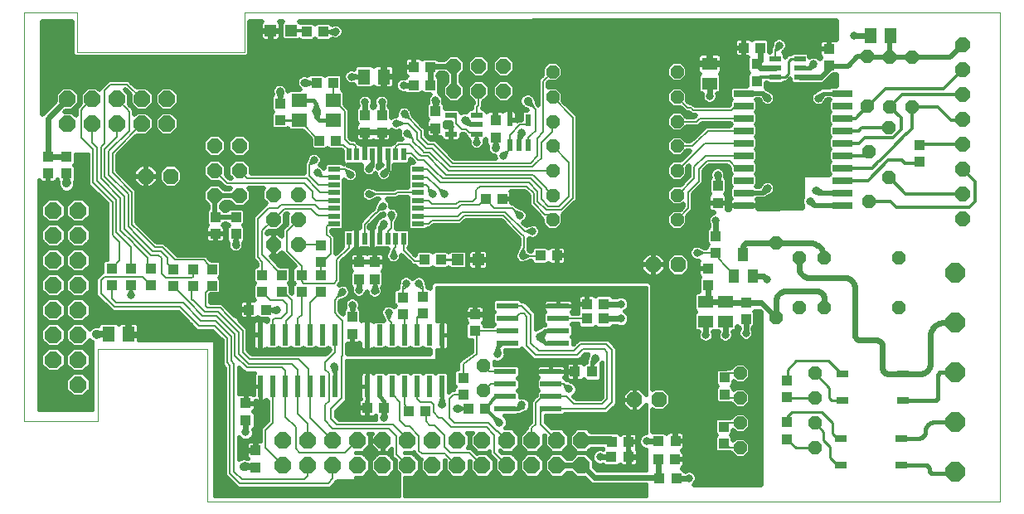
<source format=gtl>
G75*
%MOIN*%
%OFA0B0*%
%FSLAX24Y24*%
%IPPOS*%
%LPD*%
%AMOC8*
5,1,8,0,0,1.08239X$1,22.5*
%
%ADD10C,0.0000*%
%ADD11R,0.0433X0.0394*%
%ADD12R,0.0512X0.0315*%
%ADD13R,0.0394X0.0433*%
%ADD14R,0.0220X0.0500*%
%ADD15R,0.0500X0.0220*%
%ADD16R,0.0413X0.0425*%
%ADD17R,0.0425X0.0413*%
%ADD18OC8,0.0787*%
%ADD19OC8,0.0520*%
%ADD20R,0.0394X0.0551*%
%ADD21R,0.0453X0.0236*%
%ADD22R,0.0800X0.0260*%
%ADD23R,0.0512X0.0630*%
%ADD24R,0.0630X0.0512*%
%ADD25OC8,0.0660*%
%ADD26OC8,0.0630*%
%ADD27R,0.0236X0.0866*%
%ADD28R,0.0866X0.0236*%
%ADD29OC8,0.0600*%
%ADD30R,0.0472X0.0472*%
%ADD31R,0.0860X0.0220*%
%ADD32R,0.0630X0.0531*%
%ADD33R,0.0236X0.0472*%
%ADD34R,0.0472X0.0236*%
%ADD35C,0.0160*%
%ADD36C,0.0317*%
%ADD37C,0.0240*%
%ADD38C,0.0197*%
%ADD39C,0.0118*%
%ADD40C,0.0356*%
%ADD41C,0.0082*%
%ADD42C,0.0100*%
%ADD43C,0.0320*%
D10*
X013330Y005412D02*
X013330Y021869D01*
X015456Y021869D01*
X015456Y020254D01*
X022189Y020254D01*
X022189Y021869D01*
X052543Y021869D01*
X052543Y002183D01*
X020693Y002183D01*
X020693Y008325D01*
X016283Y008325D01*
X016283Y005412D01*
X013330Y005412D01*
D11*
X016834Y010904D03*
X017622Y010904D03*
X018409Y010904D03*
X019315Y010865D03*
X020102Y010865D03*
X020889Y010865D03*
X020889Y011534D03*
X020102Y011534D03*
X019315Y011534D03*
X018409Y011573D03*
X017622Y011573D03*
X016834Y011573D03*
X021008Y012951D03*
X021008Y013620D03*
X022897Y011298D03*
X023685Y011298D03*
X024472Y011298D03*
X024472Y010628D03*
X023685Y010628D03*
X022897Y010628D03*
X025260Y010628D03*
X025260Y011298D03*
X025260Y011809D03*
X025260Y012479D03*
X028539Y010396D03*
X029342Y010428D03*
X029342Y009758D03*
X028539Y009727D03*
X031441Y009723D03*
X031441Y009054D03*
X030968Y007164D03*
X030968Y006494D03*
X040811Y010904D03*
X040811Y011573D03*
X041126Y012203D03*
X041126Y012872D03*
X049315Y015865D03*
X049315Y016534D03*
X045681Y019711D03*
X045681Y020380D03*
X042767Y019774D03*
X042767Y019105D03*
X043988Y007065D03*
X043988Y006396D03*
X043988Y005376D03*
X043988Y004707D03*
X014275Y015392D03*
X014275Y016061D03*
D12*
X046224Y007325D03*
X046224Y006262D03*
X046141Y004727D03*
X046141Y003664D03*
X048582Y003664D03*
X048582Y004727D03*
X048665Y006262D03*
X048665Y007325D03*
D13*
X039492Y003876D03*
X038823Y003876D03*
X037606Y004597D03*
X036937Y004597D03*
X029464Y005833D03*
X028795Y005833D03*
X035949Y009546D03*
X036618Y009546D03*
X034740Y012077D03*
X034071Y012077D03*
X030082Y011908D03*
X029413Y011908D03*
X031870Y014361D03*
X032539Y014361D03*
X025866Y016699D03*
X025197Y016699D03*
X028980Y019664D03*
X029649Y019664D03*
X025358Y021081D03*
X024689Y021081D03*
X042244Y020439D03*
X042913Y020439D03*
D14*
X028574Y016141D03*
X028260Y016141D03*
X027945Y016141D03*
X027630Y016141D03*
X027315Y016141D03*
X027000Y016141D03*
X026685Y016141D03*
X026370Y016141D03*
X026370Y012761D03*
X026685Y012761D03*
X027000Y012761D03*
X027315Y012761D03*
X027630Y012761D03*
X027945Y012761D03*
X028260Y012761D03*
X028574Y012761D03*
D15*
X029162Y013349D03*
X029162Y013664D03*
X029162Y013979D03*
X029162Y014294D03*
X029162Y014609D03*
X029162Y014924D03*
X029162Y015239D03*
X029162Y015554D03*
X025782Y015554D03*
X025782Y015239D03*
X025782Y014924D03*
X025782Y014609D03*
X025782Y014294D03*
X025782Y013979D03*
X025782Y013664D03*
X025782Y013349D03*
D16*
X023049Y009904D03*
X022360Y009904D03*
X027104Y005967D03*
X027793Y005967D03*
X031175Y005924D03*
X031864Y005924D03*
X035466Y007420D03*
X036155Y007420D03*
X035939Y010136D03*
X036628Y010136D03*
X038813Y004624D03*
X039502Y004624D03*
X037612Y003994D03*
X036923Y003994D03*
X038852Y003128D03*
X039541Y003128D03*
X029659Y018916D03*
X028970Y018916D03*
X025761Y019034D03*
X025073Y019034D03*
D17*
X023606Y018197D03*
X023606Y017508D03*
X027031Y017725D03*
X027700Y017725D03*
X027700Y017036D03*
X027031Y017036D03*
X029866Y017193D03*
X029866Y017882D03*
X032267Y017528D03*
X032267Y016839D03*
X027425Y011819D03*
X026795Y011819D03*
X026795Y011130D03*
X027425Y011130D03*
X026519Y009615D03*
X026519Y008926D03*
X022228Y006150D03*
X022228Y005461D03*
X022622Y004260D03*
X022622Y003571D03*
X021834Y012941D03*
X021834Y013630D03*
X015023Y015382D03*
X015023Y016071D03*
X041204Y014890D03*
X041204Y014201D03*
X042346Y010205D03*
X042346Y009516D03*
X041480Y007174D03*
X041480Y006485D03*
X041441Y005205D03*
X041441Y004516D03*
D18*
X050742Y005389D03*
X050742Y007389D03*
X050742Y009389D03*
X050742Y011389D03*
X050742Y003389D03*
D19*
X045106Y004345D03*
X045106Y005345D03*
X045106Y006345D03*
X045106Y007345D03*
X042106Y007345D03*
X042106Y006345D03*
X042106Y005345D03*
X042106Y004345D03*
X043551Y009593D03*
X044480Y010002D03*
X045480Y010002D03*
X048480Y010002D03*
X048480Y012002D03*
X045480Y012002D03*
X044480Y012002D03*
X043551Y012593D03*
X047267Y014254D03*
X048094Y015239D03*
X047267Y016254D03*
X048094Y017239D03*
X048122Y018069D03*
X049027Y018069D03*
X047216Y018077D03*
X047216Y020077D03*
X048122Y020069D03*
X049027Y020069D03*
X039571Y019467D03*
X039571Y018443D03*
X039571Y017459D03*
X039571Y016475D03*
X039571Y015491D03*
X039571Y014506D03*
X039571Y013522D03*
X034571Y013522D03*
X034571Y014506D03*
X034571Y015491D03*
X034571Y016475D03*
X034571Y017459D03*
X034571Y018443D03*
X034571Y019467D03*
X031795Y007644D03*
X031795Y006644D03*
D20*
X041854Y011254D03*
X042602Y011254D03*
X042228Y012120D03*
D21*
X043523Y019246D03*
X043523Y019620D03*
X043523Y019994D03*
X044508Y019994D03*
X044508Y019620D03*
X044508Y019246D03*
D22*
X046212Y018607D03*
X046212Y018107D03*
X046212Y017607D03*
X046212Y017107D03*
X046212Y016607D03*
X046212Y016107D03*
X046212Y015607D03*
X046212Y015107D03*
X046212Y014607D03*
X046212Y014107D03*
X042252Y014107D03*
X042252Y014607D03*
X042252Y015107D03*
X042252Y015607D03*
X042252Y016107D03*
X042252Y016607D03*
X042252Y017107D03*
X042252Y017607D03*
X042252Y018107D03*
X042252Y018607D03*
D23*
X047346Y020924D03*
X048134Y020924D03*
X027779Y019270D03*
X026992Y019270D03*
X017504Y008916D03*
X016716Y008916D03*
D24*
X040732Y009428D03*
X041519Y009428D03*
X041519Y010215D03*
X040732Y010215D03*
X040889Y018994D03*
X040889Y019782D03*
D25*
X019063Y018376D03*
X018063Y018376D03*
X017063Y018376D03*
X016063Y018376D03*
X015063Y018376D03*
X015063Y017376D03*
X016063Y017376D03*
X017063Y017376D03*
X018063Y017376D03*
X019063Y017376D03*
X015480Y013900D03*
X014480Y013900D03*
X014480Y012900D03*
X015480Y012900D03*
X015480Y011900D03*
X014480Y011900D03*
X014480Y010900D03*
X015480Y010900D03*
X015480Y009900D03*
X014480Y009900D03*
X014480Y008900D03*
X015480Y008900D03*
X015480Y007900D03*
X014480Y007900D03*
X015480Y006900D03*
X023730Y004650D03*
X024730Y004650D03*
X025730Y004650D03*
X026730Y004650D03*
X027730Y004650D03*
X028730Y004650D03*
X029730Y004650D03*
X030730Y004650D03*
X031730Y004650D03*
X032730Y004650D03*
X033730Y004650D03*
X034730Y004650D03*
X035730Y004650D03*
X035730Y003650D03*
X034730Y003650D03*
X033730Y003650D03*
X032730Y003650D03*
X031730Y003650D03*
X030730Y003650D03*
X029730Y003650D03*
X028730Y003650D03*
X027730Y003650D03*
X026730Y003650D03*
X025730Y003650D03*
X024730Y003650D03*
X023730Y003650D03*
D26*
X037858Y006294D03*
X038858Y006294D03*
X038618Y011711D03*
X039618Y011711D03*
X019224Y015270D03*
X018224Y015270D03*
D27*
X022815Y008876D03*
X023315Y008876D03*
X023815Y008876D03*
X024315Y008876D03*
X024815Y008876D03*
X025315Y008876D03*
X025815Y008876D03*
X027106Y008876D03*
X027606Y008876D03*
X028106Y008876D03*
X028606Y008876D03*
X029106Y008876D03*
X029606Y008876D03*
X030106Y008876D03*
X030106Y006829D03*
X029606Y006829D03*
X029106Y006829D03*
X028606Y006829D03*
X028106Y006829D03*
X027606Y006829D03*
X027106Y006829D03*
X025815Y006829D03*
X025315Y006829D03*
X024815Y006829D03*
X024315Y006829D03*
X023815Y006829D03*
X023315Y006829D03*
X022815Y006829D03*
D28*
X032740Y008559D03*
X032740Y009059D03*
X032740Y009559D03*
X032740Y010059D03*
X034787Y010059D03*
X034787Y009559D03*
X034787Y009059D03*
X034787Y008559D03*
D29*
X024342Y012522D03*
X023342Y012522D03*
X023342Y013522D03*
X024342Y013522D03*
X024342Y014522D03*
X023342Y014522D03*
X021980Y014491D03*
X020980Y014491D03*
X020980Y015491D03*
X021980Y015491D03*
X021980Y016491D03*
X020980Y016491D03*
X030598Y018691D03*
X031598Y018691D03*
X032598Y018691D03*
X032598Y019691D03*
X031598Y019691D03*
X030598Y019691D03*
X051047Y019565D03*
X051047Y020565D03*
X051047Y018565D03*
X051047Y017565D03*
X051047Y016565D03*
X051047Y015565D03*
X051047Y014565D03*
X051047Y013565D03*
D30*
X031578Y011908D03*
X030752Y011908D03*
X024059Y021120D03*
X023232Y021120D03*
D31*
X032637Y007422D03*
X032637Y006922D03*
X032637Y006422D03*
X032637Y005922D03*
X034497Y005922D03*
X034497Y006422D03*
X034497Y006922D03*
X034497Y007422D03*
D32*
X025752Y017528D03*
X025752Y018335D03*
X024374Y018335D03*
X024374Y017528D03*
D33*
X032838Y017540D03*
X033586Y017540D03*
X033586Y016512D03*
X033212Y016512D03*
X032838Y016512D03*
D34*
X031522Y016967D03*
X031522Y017341D03*
X031522Y017715D03*
X030493Y017715D03*
X030493Y016967D03*
D35*
X029856Y017124D02*
X029866Y017193D01*
X029866Y017882D02*
X029866Y018325D01*
X029791Y018303D01*
X029866Y018050D01*
X029941Y018303D01*
X029866Y018325D01*
X031047Y017538D02*
X031010Y017469D01*
X031242Y017343D01*
X031116Y017575D01*
X031047Y017538D01*
X031244Y017341D01*
X031522Y017341D01*
X032267Y016839D02*
X032267Y016396D01*
X032343Y016418D01*
X032267Y016672D01*
X032192Y016418D01*
X032267Y016396D01*
X033212Y016512D02*
X033212Y016908D01*
X033330Y017026D01*
X033253Y017038D01*
X033212Y016777D01*
X033389Y016974D01*
X033330Y017026D01*
X027945Y016141D02*
X027945Y015538D01*
X027779Y015372D01*
X027853Y015345D01*
X027945Y015593D01*
X027732Y015435D01*
X027779Y015372D01*
X027266Y015555D02*
X027315Y015814D01*
X027132Y015624D01*
X027189Y015569D01*
X027266Y015555D01*
X027189Y015569D02*
X027315Y015695D01*
X027315Y016141D01*
X025752Y017528D02*
X025191Y017528D01*
X025063Y017656D01*
X025063Y017892D01*
X025138Y017914D01*
X025063Y018168D01*
X024987Y017914D01*
X025063Y017892D01*
X024991Y017860D01*
X025100Y017619D01*
X025140Y017880D01*
X025063Y017892D01*
X025063Y018207D01*
X024935Y018335D01*
X024374Y018335D01*
X023681Y018657D02*
X023606Y018680D01*
X023531Y018657D01*
X023606Y018404D01*
X023681Y018657D01*
X023606Y018680D02*
X023606Y018197D01*
X024613Y018959D02*
X024590Y019034D01*
X024613Y019109D01*
X024866Y019034D01*
X024613Y018959D01*
X024590Y019034D02*
X025073Y019034D01*
X025358Y021081D02*
X025850Y021081D01*
X025828Y021156D01*
X025574Y021081D01*
X025828Y021006D01*
X025850Y021081D01*
X015883Y016160D02*
X015883Y014934D01*
X016637Y014180D01*
X016637Y011932D01*
X016551Y011932D01*
X016456Y011837D01*
X016456Y011423D01*
X016356Y011323D01*
X016198Y011165D01*
X016198Y010485D01*
X016317Y010366D01*
X016868Y009815D01*
X019506Y009815D01*
X020254Y009067D01*
X020884Y009067D01*
X021120Y008831D01*
X021277Y008674D01*
X021277Y007690D01*
X021395Y007572D01*
X021395Y003241D01*
X021514Y003122D01*
X021908Y002729D01*
X025619Y002729D01*
X025738Y002847D01*
X025901Y003010D01*
X026637Y003010D01*
X026637Y003158D01*
X026934Y003158D01*
X027222Y003446D01*
X027222Y003854D01*
X026934Y004142D01*
X026637Y004142D01*
X026637Y004158D01*
X026934Y004158D01*
X027222Y004446D01*
X027222Y004854D01*
X027142Y004933D01*
X027320Y004933D01*
X027240Y004853D01*
X027240Y004670D01*
X027710Y004670D01*
X027710Y004630D01*
X027750Y004630D01*
X027750Y004160D01*
X027933Y004160D01*
X028088Y004315D01*
X028088Y004005D01*
X028239Y003854D01*
X028238Y003854D01*
X028238Y003446D01*
X028370Y003315D01*
X028370Y002420D01*
X020968Y002420D01*
X020968Y008680D01*
X017920Y008680D01*
X017920Y008868D01*
X017552Y008868D01*
X017552Y008964D01*
X017920Y008964D01*
X017920Y009252D01*
X017909Y009292D01*
X017888Y009329D01*
X017858Y009359D01*
X017821Y009380D01*
X017781Y009391D01*
X017552Y009391D01*
X017552Y008964D01*
X017456Y008964D01*
X017456Y009391D01*
X017227Y009391D01*
X017186Y009380D01*
X017149Y009359D01*
X017120Y009329D01*
X017114Y009318D01*
X017039Y009393D01*
X016393Y009393D01*
X016298Y009298D01*
X016298Y009245D01*
X016272Y009256D01*
X016246Y009256D01*
X016236Y009258D01*
X016220Y009256D01*
X016137Y009256D01*
X016012Y009204D01*
X015942Y009134D01*
X015684Y009392D01*
X015276Y009392D01*
X014988Y009104D01*
X014988Y008696D01*
X015276Y008408D01*
X015684Y008408D01*
X015957Y008682D01*
X016012Y008628D01*
X016047Y008613D01*
X016047Y005884D01*
X013921Y005884D01*
X013921Y015114D01*
X013931Y015097D01*
X013960Y015067D01*
X013997Y015046D01*
X014038Y015035D01*
X014257Y015035D01*
X014257Y015374D01*
X014294Y015374D01*
X014294Y015035D01*
X014513Y015035D01*
X014554Y015046D01*
X014590Y015067D01*
X014620Y015097D01*
X014641Y015134D01*
X014649Y015163D01*
X014649Y015109D01*
X014691Y015066D01*
X014683Y015046D01*
X014683Y015020D01*
X014681Y015010D01*
X014683Y014994D01*
X014683Y014911D01*
X014735Y014786D01*
X014831Y014691D01*
X014956Y014639D01*
X015091Y014639D01*
X015216Y014691D01*
X015312Y014786D01*
X015363Y014911D01*
X015363Y014994D01*
X015366Y015010D01*
X015366Y015010D01*
X015366Y015010D01*
X015363Y015020D01*
X015363Y015046D01*
X015355Y015066D01*
X015398Y015109D01*
X015398Y015656D01*
X015883Y015656D01*
X015883Y015814D02*
X015398Y015814D01*
X015398Y015798D02*
X015398Y016160D01*
X015883Y016160D01*
X015883Y016131D02*
X015398Y016131D01*
X015398Y015973D02*
X015883Y015973D01*
X015398Y015798D02*
X015327Y015727D01*
X015398Y015656D01*
X015398Y015497D02*
X015883Y015497D01*
X015883Y015339D02*
X015398Y015339D01*
X015398Y015180D02*
X015883Y015180D01*
X015883Y015022D02*
X015363Y015022D01*
X015344Y014863D02*
X015954Y014863D01*
X016113Y014705D02*
X015230Y014705D01*
X015276Y014392D02*
X014988Y014104D01*
X014988Y013696D01*
X015276Y013408D01*
X015684Y013408D01*
X015972Y013696D01*
X015972Y014104D01*
X015684Y014392D01*
X015276Y014392D01*
X015272Y014388D02*
X014688Y014388D01*
X014684Y014392D02*
X014276Y014392D01*
X013988Y014104D01*
X013988Y013696D01*
X014276Y013408D01*
X014684Y013408D01*
X014972Y013696D01*
X014972Y014104D01*
X014684Y014392D01*
X014846Y014229D02*
X015114Y014229D01*
X014988Y014071D02*
X014972Y014071D01*
X014972Y013912D02*
X014988Y013912D01*
X014972Y013754D02*
X014988Y013754D01*
X015089Y013595D02*
X014871Y013595D01*
X014713Y013437D02*
X015247Y013437D01*
X015276Y013392D02*
X014988Y013104D01*
X014988Y012696D01*
X015276Y012408D01*
X015684Y012408D01*
X015972Y012696D01*
X015972Y013104D01*
X015684Y013392D01*
X015276Y013392D01*
X015163Y013278D02*
X014797Y013278D01*
X014684Y013392D02*
X014276Y013392D01*
X013988Y013104D01*
X013988Y012696D01*
X014276Y012408D01*
X014684Y012408D01*
X014972Y012696D01*
X014972Y013104D01*
X014684Y013392D01*
X014956Y013120D02*
X015004Y013120D01*
X014988Y012961D02*
X014972Y012961D01*
X014972Y012803D02*
X014988Y012803D01*
X015040Y012644D02*
X014920Y012644D01*
X014762Y012486D02*
X015198Y012486D01*
X015276Y012392D02*
X014988Y012104D01*
X014988Y011696D01*
X015276Y011408D01*
X015684Y011408D01*
X015972Y011696D01*
X015972Y012104D01*
X015684Y012392D01*
X015276Y012392D01*
X015212Y012327D02*
X014748Y012327D01*
X014684Y012392D02*
X014276Y012392D01*
X013988Y012104D01*
X013988Y011696D01*
X014276Y011408D01*
X014684Y011408D01*
X014972Y011696D01*
X014972Y012104D01*
X014684Y012392D01*
X014907Y012169D02*
X015053Y012169D01*
X014988Y012010D02*
X014972Y012010D01*
X014972Y011852D02*
X014988Y011852D01*
X014991Y011693D02*
X014969Y011693D01*
X014811Y011535D02*
X015149Y011535D01*
X015276Y011392D02*
X014988Y011104D01*
X014988Y010696D01*
X015276Y010408D01*
X015684Y010408D01*
X015972Y010696D01*
X015972Y011104D01*
X015684Y011392D01*
X015276Y011392D01*
X015261Y011376D02*
X014699Y011376D01*
X014684Y011392D02*
X014276Y011392D01*
X013988Y011104D01*
X013988Y010696D01*
X014276Y010408D01*
X014684Y010408D01*
X014972Y010696D01*
X014972Y011104D01*
X014684Y011392D01*
X014858Y011218D02*
X015102Y011218D01*
X014988Y011059D02*
X014972Y011059D01*
X014972Y010901D02*
X014988Y010901D01*
X014972Y010742D02*
X014988Y010742D01*
X015100Y010584D02*
X014860Y010584D01*
X014701Y010425D02*
X015259Y010425D01*
X015276Y010392D02*
X014988Y010104D01*
X014988Y009696D01*
X015276Y009408D01*
X015684Y009408D01*
X015972Y009696D01*
X015972Y010104D01*
X015684Y010392D01*
X015276Y010392D01*
X015151Y010267D02*
X014809Y010267D01*
X014684Y010392D02*
X014276Y010392D01*
X013988Y010104D01*
X013988Y009696D01*
X014276Y009408D01*
X014684Y009408D01*
X014972Y009696D01*
X014972Y010104D01*
X014684Y010392D01*
X014967Y010108D02*
X014993Y010108D01*
X014988Y009950D02*
X014972Y009950D01*
X014972Y009791D02*
X014988Y009791D01*
X015051Y009633D02*
X014909Y009633D01*
X014750Y009474D02*
X015210Y009474D01*
X015200Y009316D02*
X014760Y009316D01*
X014684Y009392D02*
X014276Y009392D01*
X013988Y009104D01*
X013988Y008696D01*
X014276Y008408D01*
X014684Y008408D01*
X014972Y008696D01*
X014972Y009104D01*
X014684Y009392D01*
X014918Y009157D02*
X015042Y009157D01*
X014988Y008999D02*
X014972Y008999D01*
X014972Y008840D02*
X014988Y008840D01*
X015002Y008682D02*
X014958Y008682D01*
X014799Y008523D02*
X015161Y008523D01*
X015276Y008392D02*
X014988Y008104D01*
X014988Y007696D01*
X015276Y007408D01*
X015684Y007408D01*
X015972Y007696D01*
X015972Y008104D01*
X015684Y008392D01*
X015276Y008392D01*
X015249Y008365D02*
X014711Y008365D01*
X014684Y008392D02*
X014276Y008392D01*
X013988Y008104D01*
X013988Y007696D01*
X014276Y007408D01*
X014684Y007408D01*
X014972Y007696D01*
X014972Y008104D01*
X014684Y008392D01*
X014869Y008206D02*
X015091Y008206D01*
X014988Y008048D02*
X014972Y008048D01*
X014972Y007889D02*
X014988Y007889D01*
X014972Y007731D02*
X014988Y007731D01*
X015112Y007572D02*
X014848Y007572D01*
X014690Y007414D02*
X015270Y007414D01*
X015276Y007392D02*
X014988Y007104D01*
X014988Y006696D01*
X015276Y006408D01*
X015684Y006408D01*
X015972Y006696D01*
X015972Y007104D01*
X015684Y007392D01*
X015276Y007392D01*
X015140Y007255D02*
X013921Y007255D01*
X013921Y007097D02*
X014988Y007097D01*
X014988Y006938D02*
X013921Y006938D01*
X013921Y006780D02*
X014988Y006780D01*
X015063Y006621D02*
X013921Y006621D01*
X013921Y006463D02*
X015221Y006463D01*
X015739Y006463D02*
X016047Y006463D01*
X016047Y006621D02*
X015897Y006621D01*
X015972Y006780D02*
X016047Y006780D01*
X016047Y006938D02*
X015972Y006938D01*
X015972Y007097D02*
X016047Y007097D01*
X016047Y007255D02*
X015820Y007255D01*
X015690Y007414D02*
X016047Y007414D01*
X016047Y007572D02*
X015848Y007572D01*
X015972Y007731D02*
X016047Y007731D01*
X016047Y007889D02*
X015972Y007889D01*
X015972Y008048D02*
X016047Y008048D01*
X016047Y008206D02*
X015869Y008206D01*
X015711Y008365D02*
X016047Y008365D01*
X016047Y008523D02*
X015799Y008523D01*
X015918Y009157D02*
X015965Y009157D01*
X015760Y009316D02*
X016317Y009316D01*
X016236Y009258D02*
X016236Y009258D01*
X016236Y009258D01*
X015909Y009633D02*
X019689Y009633D01*
X019847Y009474D02*
X015750Y009474D01*
X015972Y009791D02*
X019530Y009791D01*
X020006Y009316D02*
X017895Y009316D01*
X017920Y009157D02*
X020164Y009157D01*
X020952Y008999D02*
X017920Y008999D01*
X017920Y008840D02*
X021111Y008840D01*
X021269Y008682D02*
X017920Y008682D01*
X017552Y008999D02*
X017456Y008999D01*
X017456Y009157D02*
X017552Y009157D01*
X017552Y009316D02*
X017456Y009316D01*
X016734Y009950D02*
X015972Y009950D01*
X015967Y010108D02*
X016575Y010108D01*
X016417Y010267D02*
X015809Y010267D01*
X015701Y010425D02*
X016258Y010425D01*
X016198Y010584D02*
X015860Y010584D01*
X015972Y010742D02*
X016198Y010742D01*
X016198Y010901D02*
X015972Y010901D01*
X015972Y011059D02*
X016198Y011059D01*
X016251Y011218D02*
X015858Y011218D01*
X015699Y011376D02*
X016410Y011376D01*
X016456Y011535D02*
X015811Y011535D01*
X015969Y011693D02*
X016456Y011693D01*
X016471Y011852D02*
X015972Y011852D01*
X015972Y012010D02*
X016637Y012010D01*
X016637Y012169D02*
X015907Y012169D01*
X015748Y012327D02*
X016637Y012327D01*
X016637Y012486D02*
X015762Y012486D01*
X015920Y012644D02*
X016637Y012644D01*
X016637Y012803D02*
X015972Y012803D01*
X015972Y012961D02*
X016637Y012961D01*
X016637Y013120D02*
X015956Y013120D01*
X015797Y013278D02*
X016637Y013278D01*
X016637Y013437D02*
X015713Y013437D01*
X015871Y013595D02*
X016637Y013595D01*
X016637Y013754D02*
X015972Y013754D01*
X015972Y013912D02*
X016637Y013912D01*
X016637Y014071D02*
X015972Y014071D01*
X015846Y014229D02*
X016588Y014229D01*
X016430Y014388D02*
X015688Y014388D01*
X016271Y014546D02*
X013921Y014546D01*
X013921Y014388D02*
X014272Y014388D01*
X014114Y014229D02*
X013921Y014229D01*
X013921Y014071D02*
X013988Y014071D01*
X013988Y013912D02*
X013921Y013912D01*
X013921Y013754D02*
X013988Y013754D01*
X013921Y013595D02*
X014089Y013595D01*
X014247Y013437D02*
X013921Y013437D01*
X013921Y013278D02*
X014163Y013278D01*
X014004Y013120D02*
X013921Y013120D01*
X013921Y012961D02*
X013988Y012961D01*
X013988Y012803D02*
X013921Y012803D01*
X013921Y012644D02*
X014040Y012644D01*
X013921Y012486D02*
X014198Y012486D01*
X014212Y012327D02*
X013921Y012327D01*
X013921Y012169D02*
X014053Y012169D01*
X013988Y012010D02*
X013921Y012010D01*
X013921Y011852D02*
X013988Y011852D01*
X013991Y011693D02*
X013921Y011693D01*
X013921Y011535D02*
X014149Y011535D01*
X014261Y011376D02*
X013921Y011376D01*
X013921Y011218D02*
X014102Y011218D01*
X013988Y011059D02*
X013921Y011059D01*
X013921Y010901D02*
X013988Y010901D01*
X013988Y010742D02*
X013921Y010742D01*
X013921Y010584D02*
X014100Y010584D01*
X014259Y010425D02*
X013921Y010425D01*
X013921Y010267D02*
X014151Y010267D01*
X013993Y010108D02*
X013921Y010108D01*
X013921Y009950D02*
X013988Y009950D01*
X013988Y009791D02*
X013921Y009791D01*
X013921Y009633D02*
X014051Y009633D01*
X013921Y009474D02*
X014210Y009474D01*
X014200Y009316D02*
X013921Y009316D01*
X013921Y009157D02*
X014042Y009157D01*
X013988Y008999D02*
X013921Y008999D01*
X013921Y008840D02*
X013988Y008840D01*
X014002Y008682D02*
X013921Y008682D01*
X013921Y008523D02*
X014161Y008523D01*
X014249Y008365D02*
X013921Y008365D01*
X013921Y008206D02*
X014091Y008206D01*
X013988Y008048D02*
X013921Y008048D01*
X013921Y007889D02*
X013988Y007889D01*
X013988Y007731D02*
X013921Y007731D01*
X013921Y007572D02*
X014112Y007572D01*
X014270Y007414D02*
X013921Y007414D01*
X013921Y006304D02*
X016047Y006304D01*
X016047Y006146D02*
X013921Y006146D01*
X013921Y005987D02*
X016047Y005987D01*
X020968Y005987D02*
X021395Y005987D01*
X021395Y005829D02*
X020968Y005829D01*
X020968Y005670D02*
X021395Y005670D01*
X021395Y005512D02*
X020968Y005512D01*
X020968Y005353D02*
X021395Y005353D01*
X021395Y005195D02*
X020968Y005195D01*
X020968Y005036D02*
X021395Y005036D01*
X021395Y004878D02*
X020968Y004878D01*
X020968Y004719D02*
X021395Y004719D01*
X021395Y004561D02*
X020968Y004561D01*
X020968Y004402D02*
X021395Y004402D01*
X021395Y004244D02*
X020968Y004244D01*
X020968Y004085D02*
X021395Y004085D01*
X021395Y003927D02*
X020968Y003927D01*
X020968Y003768D02*
X021395Y003768D01*
X021395Y003610D02*
X020968Y003610D01*
X020968Y003451D02*
X021395Y003451D01*
X021395Y003293D02*
X020968Y003293D01*
X020968Y003134D02*
X021502Y003134D01*
X021514Y003122D02*
X021514Y003122D01*
X021660Y002976D02*
X020968Y002976D01*
X020968Y002817D02*
X021819Y002817D01*
X020968Y002659D02*
X028370Y002659D01*
X028370Y002817D02*
X025708Y002817D01*
X025866Y002976D02*
X028370Y002976D01*
X028370Y003134D02*
X026637Y003134D01*
X027069Y003293D02*
X027391Y003293D01*
X027526Y003158D02*
X027238Y003446D01*
X027238Y003854D01*
X027526Y004142D01*
X027934Y004142D01*
X028222Y003854D01*
X028222Y003446D01*
X027934Y003158D01*
X027526Y003158D01*
X027238Y003451D02*
X027222Y003451D01*
X027222Y003610D02*
X027238Y003610D01*
X027222Y003768D02*
X027238Y003768D01*
X027311Y003927D02*
X027149Y003927D01*
X026990Y004085D02*
X027470Y004085D01*
X027527Y004160D02*
X027710Y004160D01*
X027710Y004630D01*
X027240Y004630D01*
X027240Y004447D01*
X027527Y004160D01*
X027443Y004244D02*
X027020Y004244D01*
X027178Y004402D02*
X027285Y004402D01*
X027240Y004561D02*
X027222Y004561D01*
X027222Y004719D02*
X027240Y004719D01*
X027265Y004878D02*
X027198Y004878D01*
X027710Y004561D02*
X027750Y004561D01*
X027750Y004402D02*
X027710Y004402D01*
X027710Y004244D02*
X027750Y004244D01*
X028017Y004244D02*
X028088Y004244D01*
X028088Y004085D02*
X027990Y004085D01*
X028149Y003927D02*
X028166Y003927D01*
X028222Y003768D02*
X028238Y003768D01*
X028222Y003610D02*
X028238Y003610D01*
X028222Y003451D02*
X028238Y003451D01*
X028370Y003293D02*
X028069Y003293D01*
X028616Y003153D02*
X028936Y003153D01*
X029227Y003444D01*
X029227Y003856D01*
X028936Y004147D01*
X028616Y004147D01*
X028616Y004153D01*
X028936Y004153D01*
X028989Y004207D01*
X028989Y004145D01*
X029111Y004023D01*
X029229Y003905D01*
X029283Y003905D01*
X029233Y003856D01*
X029233Y003444D01*
X029524Y003153D01*
X029936Y003153D01*
X030227Y003444D01*
X030227Y003852D01*
X030233Y003845D01*
X030233Y003444D01*
X030524Y003153D01*
X030936Y003153D01*
X031227Y003444D01*
X031227Y003836D01*
X031233Y003829D01*
X031233Y003444D01*
X031524Y003153D01*
X031936Y003153D01*
X032227Y003444D01*
X032227Y003856D01*
X031936Y004147D01*
X031524Y004147D01*
X031514Y004136D01*
X031412Y004238D01*
X031290Y004360D01*
X031142Y004360D01*
X031227Y004444D01*
X031227Y004856D01*
X031114Y004968D01*
X031346Y004968D01*
X031233Y004856D01*
X031233Y004444D01*
X031524Y004153D01*
X031936Y004153D01*
X032020Y004238D01*
X032020Y004066D01*
X032233Y003853D01*
X032233Y003444D01*
X032524Y003153D01*
X032936Y003153D01*
X033227Y003444D01*
X033227Y003856D01*
X032936Y004147D01*
X032527Y004147D01*
X032436Y004238D01*
X032436Y004242D01*
X032524Y004153D01*
X032936Y004153D01*
X033227Y004444D01*
X033227Y004856D01*
X032936Y005147D01*
X032659Y005147D01*
X032700Y005188D01*
X032750Y005308D01*
X032750Y005437D01*
X032700Y005557D01*
X032646Y005611D01*
X032635Y005637D01*
X032635Y005637D01*
X032635Y005637D01*
X032616Y005645D01*
X033136Y005645D01*
X033166Y005675D01*
X033220Y005675D01*
X033311Y005713D01*
X033339Y005740D01*
X033384Y005756D01*
X033395Y005756D01*
X033445Y005777D01*
X033482Y005789D01*
X033487Y005794D01*
X033515Y005806D01*
X033606Y005897D01*
X033655Y006016D01*
X033655Y006146D01*
X033674Y006146D01*
X033655Y006146D02*
X033606Y006265D01*
X033515Y006357D01*
X033395Y006406D01*
X033266Y006406D01*
X033233Y006393D01*
X033233Y006601D01*
X033162Y006672D01*
X033233Y006743D01*
X033233Y007101D01*
X033162Y007172D01*
X033233Y007243D01*
X033233Y007601D01*
X033136Y007698D01*
X032222Y007698D01*
X032222Y007821D01*
X032209Y007833D01*
X032281Y007803D01*
X032411Y007803D01*
X032530Y007853D01*
X032622Y007944D01*
X032671Y008064D01*
X032671Y008169D01*
X032672Y008174D01*
X032671Y008176D01*
X032671Y008193D01*
X032653Y008237D01*
X032650Y008248D01*
X032642Y008275D01*
X033242Y008275D01*
X033322Y008355D01*
X033441Y008236D01*
X033796Y007881D01*
X035621Y007881D01*
X035743Y008003D01*
X035857Y008118D01*
X035992Y008118D01*
X035983Y008096D01*
X035974Y008082D01*
X035970Y008065D01*
X035958Y008036D01*
X035958Y008003D01*
X035951Y007968D01*
X035946Y007963D01*
X035943Y007955D01*
X035937Y007948D01*
X035924Y007909D01*
X035909Y007872D01*
X035909Y007863D01*
X035906Y007855D01*
X035909Y007814D01*
X035909Y007799D01*
X035879Y007799D01*
X035805Y007724D01*
X035801Y007731D01*
X035771Y007760D01*
X035735Y007781D01*
X035694Y007792D01*
X035490Y007792D01*
X035490Y007443D01*
X035443Y007443D01*
X035443Y007792D01*
X035238Y007792D01*
X035198Y007781D01*
X035161Y007760D01*
X035131Y007731D01*
X035110Y007694D01*
X035100Y007653D01*
X035100Y007443D01*
X035443Y007443D01*
X035443Y007396D01*
X035490Y007396D01*
X035490Y007047D01*
X035694Y007047D01*
X035735Y007058D01*
X035771Y007079D01*
X035801Y007109D01*
X035805Y007115D01*
X035879Y007040D01*
X036431Y007040D01*
X036529Y007138D01*
X036529Y007701D01*
X036501Y007729D01*
X036515Y007743D01*
X036548Y007776D01*
X036548Y006403D01*
X036473Y006328D01*
X035503Y006328D01*
X035398Y006433D01*
X035404Y006435D01*
X035496Y006527D01*
X035545Y006646D01*
X035545Y006776D01*
X035496Y006895D01*
X035418Y006973D01*
X035411Y006988D01*
X035403Y006991D01*
X035337Y007014D01*
X035285Y007036D01*
X035277Y007036D01*
X035246Y007047D01*
X035443Y007047D01*
X035443Y007396D01*
X035100Y007396D01*
X035100Y007186D01*
X035110Y007145D01*
X035131Y007109D01*
X035161Y007079D01*
X035168Y007075D01*
X035139Y007086D01*
X035109Y007115D01*
X035078Y007115D01*
X035016Y007178D01*
X035025Y007184D01*
X035055Y007213D01*
X035076Y007250D01*
X035087Y007291D01*
X035087Y007422D01*
X035087Y007553D01*
X035076Y007593D01*
X035055Y007630D01*
X035025Y007660D01*
X034988Y007681D01*
X034948Y007692D01*
X034497Y007692D01*
X034497Y007422D01*
X035087Y007422D01*
X034497Y007422D01*
X034497Y007422D01*
X034497Y007422D01*
X034497Y007692D01*
X034046Y007692D01*
X034005Y007681D01*
X033968Y007660D01*
X033939Y007630D01*
X033918Y007593D01*
X033907Y007553D01*
X033907Y007422D01*
X034497Y007422D01*
X034497Y007422D01*
X033907Y007422D01*
X033907Y007291D01*
X033918Y007250D01*
X033939Y007213D01*
X033968Y007184D01*
X033978Y007178D01*
X033900Y007101D01*
X033900Y006743D01*
X033971Y006672D01*
X033900Y006601D01*
X033900Y006472D01*
X033871Y006443D01*
X033674Y006246D01*
X033674Y005380D01*
X033522Y005228D01*
X033522Y005145D01*
X033233Y004856D01*
X033233Y004444D01*
X033524Y004153D01*
X033936Y004153D01*
X034227Y004444D01*
X034227Y004852D01*
X034233Y004845D01*
X034233Y004444D01*
X034524Y004153D01*
X034936Y004153D01*
X035227Y004444D01*
X035227Y004856D01*
X034936Y005147D01*
X034524Y005147D01*
X034522Y005144D01*
X034286Y005380D01*
X034286Y005645D01*
X034996Y005645D01*
X035065Y005714D01*
X036761Y005714D01*
X036999Y005952D01*
X037038Y005992D01*
X037160Y006113D01*
X037160Y008372D01*
X036924Y008608D01*
X036802Y008730D01*
X035607Y008730D01*
X035387Y008510D01*
X035387Y008747D01*
X035324Y008809D01*
X035387Y008872D01*
X035387Y009247D01*
X035324Y009309D01*
X035366Y009352D01*
X035585Y009352D01*
X035585Y009260D01*
X035683Y009163D01*
X036214Y009163D01*
X036283Y009231D01*
X036352Y009163D01*
X036884Y009163D01*
X036980Y009259D01*
X037149Y009259D01*
X037242Y009221D01*
X037371Y009221D01*
X037491Y009270D01*
X037582Y009362D01*
X037632Y009481D01*
X037632Y009610D01*
X037582Y009730D01*
X037491Y009821D01*
X037443Y009841D01*
X037491Y009861D01*
X037582Y009952D01*
X037632Y010072D01*
X037632Y010201D01*
X037582Y010320D01*
X037491Y010412D01*
X037371Y010461D01*
X037242Y010461D01*
X037149Y010423D01*
X036996Y010423D01*
X036903Y010515D01*
X036352Y010515D01*
X036277Y010441D01*
X036273Y010447D01*
X036244Y010477D01*
X036207Y010498D01*
X036166Y010509D01*
X035962Y010509D01*
X035962Y010160D01*
X035915Y010160D01*
X035915Y010509D01*
X035711Y010509D01*
X035670Y010498D01*
X035634Y010477D01*
X035604Y010447D01*
X035583Y010411D01*
X035572Y010370D01*
X035572Y010160D01*
X035915Y010160D01*
X035915Y010113D01*
X035572Y010113D01*
X035572Y009903D01*
X035583Y009862D01*
X035595Y009841D01*
X035585Y009831D01*
X035585Y009767D01*
X035366Y009767D01*
X035319Y009814D01*
X035348Y009843D01*
X035369Y009880D01*
X035380Y009920D01*
X035380Y010059D01*
X034787Y010059D01*
X034194Y010059D01*
X034194Y009920D01*
X034205Y009880D01*
X034226Y009843D01*
X034255Y009814D01*
X034187Y009747D01*
X034187Y009372D01*
X034250Y009309D01*
X034247Y009306D01*
X034212Y009306D01*
X034122Y009269D01*
X034085Y009232D01*
X033927Y009146D01*
X033899Y009131D01*
X033892Y009128D01*
X033892Y009789D01*
X033538Y010143D01*
X033414Y010267D01*
X033319Y010267D01*
X033242Y010344D01*
X032238Y010344D01*
X032140Y010247D01*
X032140Y009872D01*
X032203Y009809D01*
X032140Y009747D01*
X032140Y009372D01*
X032203Y009309D01*
X032161Y009267D01*
X031885Y009267D01*
X031883Y009268D01*
X031824Y009267D01*
X031824Y009319D01*
X031749Y009394D01*
X031755Y009398D01*
X031785Y009428D01*
X031806Y009464D01*
X031817Y009505D01*
X031817Y009704D01*
X031459Y009704D01*
X031459Y009741D01*
X031817Y009741D01*
X031817Y009941D01*
X031806Y009981D01*
X031785Y010018D01*
X031755Y010048D01*
X031719Y010069D01*
X031678Y010080D01*
X031459Y010080D01*
X031459Y009741D01*
X031422Y009741D01*
X031422Y009704D01*
X031064Y009704D01*
X031064Y009505D01*
X031075Y009464D01*
X031096Y009428D01*
X031126Y009398D01*
X031132Y009394D01*
X031057Y009319D01*
X031057Y008788D01*
X031155Y008690D01*
X031312Y008690D01*
X031312Y008235D01*
X030902Y007942D01*
X030882Y007942D01*
X030834Y007894D01*
X030778Y007854D01*
X030774Y007834D01*
X030761Y007821D01*
X030761Y007752D01*
X030749Y007684D01*
X030761Y007668D01*
X030761Y007527D01*
X030683Y007527D01*
X030585Y007430D01*
X030585Y006898D01*
X030654Y006829D01*
X030585Y006760D01*
X030585Y006702D01*
X030508Y006702D01*
X030489Y006682D01*
X030391Y006585D01*
X030391Y007331D01*
X030293Y007429D01*
X029919Y007429D01*
X029856Y007366D01*
X029793Y007429D01*
X029419Y007429D01*
X029356Y007366D01*
X029293Y007429D01*
X028919Y007429D01*
X028856Y007366D01*
X028793Y007429D01*
X028419Y007429D01*
X028356Y007366D01*
X028293Y007429D01*
X027919Y007429D01*
X027856Y007366D01*
X027793Y007429D01*
X027419Y007429D01*
X027351Y007361D01*
X027322Y007390D01*
X027286Y007411D01*
X027245Y007422D01*
X027106Y007422D01*
X027106Y006829D01*
X027106Y006236D01*
X027127Y006236D01*
X027127Y005990D01*
X027081Y005990D01*
X027081Y005944D01*
X026737Y005944D01*
X026737Y005733D01*
X026748Y005693D01*
X026769Y005656D01*
X026799Y005626D01*
X026836Y005605D01*
X026876Y005594D01*
X027081Y005594D01*
X027081Y005944D01*
X027127Y005944D01*
X027127Y005594D01*
X027332Y005594D01*
X027372Y005605D01*
X027409Y005626D01*
X027439Y005656D01*
X027442Y005663D01*
X027459Y005646D01*
X027454Y005634D01*
X027454Y005617D01*
X027454Y005615D01*
X027454Y005610D01*
X027454Y005505D01*
X027456Y005501D01*
X025975Y005501D01*
X025861Y005616D01*
X025861Y005838D01*
X026172Y006149D01*
X026294Y006271D01*
X026294Y007853D01*
X029905Y007853D01*
X029905Y008306D01*
X029926Y008294D01*
X029967Y008283D01*
X030106Y008283D01*
X030245Y008283D01*
X030286Y008294D01*
X030322Y008315D01*
X030352Y008345D01*
X030373Y008382D01*
X030384Y008422D01*
X030384Y008876D01*
X030106Y008876D01*
X030106Y008283D01*
X030106Y008876D01*
X030106Y008876D01*
X030106Y008876D01*
X030384Y008876D01*
X030384Y009331D01*
X030373Y009371D01*
X030352Y009408D01*
X030322Y009437D01*
X030286Y009459D01*
X030245Y009469D01*
X030106Y009469D01*
X029967Y009469D01*
X029926Y009459D01*
X029905Y009446D01*
X029905Y010806D01*
X038330Y010806D01*
X038330Y006493D01*
X038055Y006769D01*
X037858Y006769D01*
X037661Y006769D01*
X037383Y006490D01*
X037383Y006294D01*
X037858Y006294D01*
X037858Y006294D01*
X037858Y006769D01*
X037858Y006294D01*
X037858Y006294D01*
X037383Y006294D01*
X037383Y006097D01*
X037661Y005819D01*
X037858Y005819D01*
X038055Y005819D01*
X038330Y006094D01*
X038330Y004949D01*
X038285Y004949D01*
X038166Y004900D01*
X038075Y004809D01*
X038025Y004689D01*
X038025Y004560D01*
X038075Y004440D01*
X038166Y004349D01*
X038285Y004299D01*
X038330Y004299D01*
X038330Y003454D01*
X036362Y003454D01*
X036249Y003568D01*
X036227Y003590D01*
X036227Y003788D01*
X036296Y003719D01*
X036415Y003669D01*
X036545Y003669D01*
X036579Y003684D01*
X036647Y003615D01*
X037199Y003615D01*
X037273Y003690D01*
X037277Y003684D01*
X037307Y003654D01*
X037343Y003633D01*
X037384Y003622D01*
X037589Y003622D01*
X037589Y003971D01*
X037635Y003971D01*
X037635Y003622D01*
X037840Y003622D01*
X037880Y003633D01*
X037917Y003654D01*
X037947Y003684D01*
X037968Y003720D01*
X037979Y003761D01*
X037979Y003971D01*
X037635Y003971D01*
X037635Y004018D01*
X037589Y004018D01*
X037589Y004367D01*
X037588Y004367D01*
X037588Y004578D01*
X037624Y004578D01*
X037624Y004220D01*
X037635Y004220D01*
X037635Y004018D01*
X037979Y004018D01*
X037979Y004228D01*
X037968Y004269D01*
X037947Y004305D01*
X037945Y004307D01*
X037952Y004319D01*
X037963Y004359D01*
X037963Y004578D01*
X037624Y004578D01*
X037624Y004615D01*
X037588Y004615D01*
X037588Y004973D01*
X037388Y004973D01*
X037347Y004962D01*
X037311Y004941D01*
X037281Y004912D01*
X037277Y004905D01*
X037203Y004980D01*
X036909Y004980D01*
X036904Y004981D01*
X036889Y004980D01*
X036671Y004980D01*
X036667Y004977D01*
X036106Y004977D01*
X035936Y005147D01*
X035524Y005147D01*
X035233Y004856D01*
X035233Y004444D01*
X035524Y004153D01*
X035936Y004153D01*
X036106Y004323D01*
X036573Y004323D01*
X036573Y004311D01*
X036579Y004306D01*
X036579Y004305D01*
X036545Y004320D01*
X036415Y004320D01*
X036296Y004270D01*
X036204Y004179D01*
X036155Y004059D01*
X036155Y003930D01*
X036157Y003926D01*
X035936Y004147D01*
X035524Y004147D01*
X035314Y003937D01*
X035146Y003937D01*
X034936Y004147D01*
X034524Y004147D01*
X034233Y003856D01*
X034233Y003444D01*
X034524Y003153D01*
X034936Y003153D01*
X035146Y003363D01*
X035314Y003363D01*
X035524Y003153D01*
X035853Y003153D01*
X036001Y003005D01*
X036081Y002925D01*
X036187Y002881D01*
X038330Y002881D01*
X038330Y002420D01*
X028616Y002420D01*
X028616Y003153D01*
X028616Y003134D02*
X035872Y003134D01*
X036030Y002976D02*
X028616Y002976D01*
X028616Y002817D02*
X038330Y002817D01*
X038330Y002659D02*
X028616Y002659D01*
X028616Y002500D02*
X038330Y002500D01*
X038330Y003610D02*
X036227Y003610D01*
X036227Y003768D02*
X036246Y003768D01*
X036156Y003927D02*
X036155Y003927D01*
X036166Y004085D02*
X035997Y004085D01*
X036026Y004244D02*
X036270Y004244D01*
X035463Y004085D02*
X034997Y004085D01*
X035026Y004244D02*
X035434Y004244D01*
X035275Y004402D02*
X035185Y004402D01*
X035227Y004561D02*
X035233Y004561D01*
X035227Y004719D02*
X035233Y004719D01*
X035256Y004878D02*
X035204Y004878D01*
X035046Y005036D02*
X035414Y005036D01*
X036046Y005036D02*
X038330Y005036D01*
X038330Y005195D02*
X034471Y005195D01*
X034312Y005353D02*
X038330Y005353D01*
X038330Y005512D02*
X034286Y005512D01*
X033674Y005512D02*
X032719Y005512D01*
X032750Y005353D02*
X033648Y005353D01*
X033522Y005195D02*
X032703Y005195D01*
X033046Y005036D02*
X033414Y005036D01*
X033256Y004878D02*
X033204Y004878D01*
X033227Y004719D02*
X033233Y004719D01*
X033227Y004561D02*
X033233Y004561D01*
X033275Y004402D02*
X033185Y004402D01*
X033026Y004244D02*
X033434Y004244D01*
X033524Y004147D02*
X033233Y003856D01*
X033233Y003444D01*
X033524Y003153D01*
X033936Y003153D01*
X034227Y003444D01*
X034227Y003856D01*
X033936Y004147D01*
X033524Y004147D01*
X033463Y004085D02*
X032997Y004085D01*
X033155Y003927D02*
X033305Y003927D01*
X033233Y003768D02*
X033227Y003768D01*
X033227Y003610D02*
X033233Y003610D01*
X033227Y003451D02*
X033233Y003451D01*
X033385Y003293D02*
X033075Y003293D01*
X034075Y003293D02*
X034385Y003293D01*
X034233Y003451D02*
X034227Y003451D01*
X034227Y003610D02*
X034233Y003610D01*
X034227Y003768D02*
X034233Y003768D01*
X034305Y003927D02*
X034155Y003927D01*
X033997Y004085D02*
X034463Y004085D01*
X034434Y004244D02*
X034026Y004244D01*
X034185Y004402D02*
X034275Y004402D01*
X034233Y004561D02*
X034227Y004561D01*
X034227Y004719D02*
X034233Y004719D01*
X033674Y005670D02*
X033161Y005670D01*
X033171Y005922D02*
X032637Y005922D01*
X033106Y005922D02*
X033269Y006130D01*
X033330Y006081D01*
X033356Y006007D01*
X033106Y005922D01*
X033171Y005922D02*
X033330Y006081D01*
X033567Y006304D02*
X033733Y006304D01*
X033891Y006463D02*
X033233Y006463D01*
X033212Y006621D02*
X033921Y006621D01*
X033900Y006780D02*
X033233Y006780D01*
X033233Y006938D02*
X033900Y006938D01*
X033900Y007097D02*
X033233Y007097D01*
X033233Y007255D02*
X033916Y007255D01*
X033907Y007414D02*
X033233Y007414D01*
X033233Y007572D02*
X033912Y007572D01*
X033788Y007889D02*
X032567Y007889D01*
X032665Y008048D02*
X033629Y008048D01*
X033471Y008206D02*
X032666Y008206D01*
X032672Y008174D02*
X032672Y008174D01*
X032672Y008174D01*
X032421Y008151D02*
X032346Y008404D01*
X032271Y008151D01*
X032346Y008128D01*
X032421Y008151D01*
X032346Y008128D02*
X032346Y008404D01*
X032502Y008559D01*
X032740Y008559D01*
X032197Y009316D02*
X031824Y009316D01*
X031809Y009474D02*
X032140Y009474D01*
X032140Y009633D02*
X031817Y009633D01*
X031817Y009791D02*
X032185Y009791D01*
X032140Y009950D02*
X031815Y009950D01*
X031459Y009950D02*
X031422Y009950D01*
X031422Y010080D02*
X031422Y009741D01*
X031064Y009741D01*
X031064Y009941D01*
X031075Y009981D01*
X031096Y010018D01*
X031126Y010048D01*
X031162Y010069D01*
X031203Y010080D01*
X031422Y010080D01*
X031422Y009791D02*
X031459Y009791D01*
X031064Y009791D02*
X029905Y009791D01*
X029905Y009633D02*
X031064Y009633D01*
X031072Y009474D02*
X029905Y009474D01*
X030106Y009469D02*
X030106Y008876D01*
X030106Y008876D01*
X030106Y009469D01*
X030106Y009316D02*
X030106Y009316D01*
X030106Y009157D02*
X030106Y009157D01*
X030106Y008999D02*
X030106Y008999D01*
X030106Y008840D02*
X030106Y008840D01*
X030106Y008682D02*
X030106Y008682D01*
X030106Y008523D02*
X030106Y008523D01*
X030106Y008365D02*
X030106Y008365D01*
X029905Y008206D02*
X031272Y008206D01*
X031312Y008365D02*
X030364Y008365D01*
X030384Y008523D02*
X031312Y008523D01*
X031312Y008682D02*
X030384Y008682D01*
X030384Y008840D02*
X031057Y008840D01*
X031057Y008999D02*
X030384Y008999D01*
X030384Y009157D02*
X031057Y009157D01*
X031057Y009316D02*
X030384Y009316D01*
X029905Y009950D02*
X031067Y009950D01*
X032140Y010108D02*
X029905Y010108D01*
X029905Y010267D02*
X032161Y010267D01*
X033414Y010267D02*
X034221Y010267D01*
X034226Y010276D02*
X034205Y010239D01*
X034194Y010199D01*
X034194Y010059D01*
X034787Y010059D01*
X034787Y010059D01*
X034787Y010059D01*
X035380Y010059D01*
X035380Y010199D01*
X035369Y010239D01*
X035348Y010276D01*
X035318Y010306D01*
X035282Y010327D01*
X035241Y010338D01*
X034787Y010338D01*
X034333Y010338D01*
X034292Y010327D01*
X034256Y010306D01*
X034226Y010276D01*
X034194Y010108D02*
X033573Y010108D01*
X033731Y009950D02*
X034194Y009950D01*
X034232Y009791D02*
X033890Y009791D01*
X033892Y009633D02*
X034187Y009633D01*
X034187Y009474D02*
X033892Y009474D01*
X033892Y009316D02*
X034244Y009316D01*
X034261Y009059D02*
X034039Y008837D01*
X033997Y008771D01*
X034219Y008628D01*
X034111Y008869D01*
X034039Y008837D01*
X034108Y008800D01*
X034234Y009032D01*
X034002Y008906D01*
X034039Y008837D01*
X034277Y008559D01*
X034787Y008559D01*
X034787Y009059D02*
X034261Y009059D01*
X033948Y009157D02*
X033892Y009157D01*
X033927Y009146D02*
X033927Y009146D01*
X034787Y010059D02*
X034787Y010338D01*
X034787Y010059D01*
X034787Y010059D01*
X034787Y010108D02*
X034787Y010108D01*
X034787Y010267D02*
X034787Y010267D01*
X035353Y010267D02*
X035572Y010267D01*
X035572Y010108D02*
X035380Y010108D01*
X035380Y009950D02*
X035572Y009950D01*
X035585Y009791D02*
X035342Y009791D01*
X035915Y010267D02*
X035962Y010267D01*
X035962Y010425D02*
X035915Y010425D01*
X035591Y010425D02*
X029905Y010425D01*
X029905Y010584D02*
X038330Y010584D01*
X038330Y010742D02*
X029905Y010742D01*
X027500Y010670D02*
X027425Y010648D01*
X027350Y010670D01*
X027425Y010924D01*
X027500Y010670D01*
X027425Y010648D02*
X027425Y011130D01*
X026595Y010075D02*
X026519Y010097D01*
X026444Y010075D01*
X026519Y009821D01*
X026595Y010075D01*
X026519Y010067D02*
X026519Y009615D01*
X026549Y009654D01*
X026519Y010067D02*
X026519Y010097D01*
X023488Y009900D02*
X023467Y009975D01*
X023212Y009904D01*
X023464Y009825D01*
X023488Y009900D01*
X023484Y009904D01*
X023049Y009904D01*
X021277Y008523D02*
X020968Y008523D01*
X020968Y008365D02*
X021277Y008365D01*
X021277Y008206D02*
X020968Y008206D01*
X020968Y008048D02*
X021277Y008048D01*
X021277Y007889D02*
X020968Y007889D01*
X020968Y007731D02*
X021277Y007731D01*
X021395Y007572D02*
X020968Y007572D01*
X020968Y007414D02*
X021395Y007414D01*
X021395Y007255D02*
X020968Y007255D01*
X020968Y007097D02*
X021395Y007097D01*
X021395Y006938D02*
X020968Y006938D01*
X020968Y006780D02*
X021395Y006780D01*
X021395Y006621D02*
X020968Y006621D01*
X020968Y006463D02*
X021395Y006463D01*
X021395Y006304D02*
X020968Y006304D01*
X020968Y006146D02*
X021395Y006146D01*
X022205Y006173D02*
X022205Y006517D01*
X021994Y006517D01*
X021963Y006508D01*
X021963Y007588D01*
X022060Y007491D01*
X022181Y007370D01*
X022578Y007370D01*
X022569Y007360D01*
X022547Y007324D01*
X022537Y007283D01*
X022537Y006829D01*
X022537Y006486D01*
X022502Y006506D01*
X022462Y006517D01*
X022251Y006517D01*
X022251Y006173D01*
X022205Y006173D01*
X022251Y006173D02*
X022601Y006173D01*
X022601Y006267D01*
X022635Y006247D01*
X022675Y006236D01*
X022815Y006236D01*
X022954Y006236D01*
X022995Y006247D01*
X023031Y006268D01*
X023060Y006297D01*
X023123Y006234D01*
X023123Y005458D01*
X022929Y005265D01*
X022808Y005143D01*
X022808Y004627D01*
X022645Y004627D01*
X022645Y004284D01*
X022598Y004284D01*
X022598Y004627D01*
X022388Y004627D01*
X022347Y004616D01*
X022311Y004595D01*
X022281Y004565D01*
X022260Y004529D01*
X022249Y004488D01*
X022249Y004284D01*
X022598Y004284D01*
X022598Y004237D01*
X022249Y004237D01*
X022249Y004032D01*
X022260Y003992D01*
X022281Y003955D01*
X022311Y003926D01*
X022317Y003922D01*
X022311Y003916D01*
X022257Y003929D01*
X022218Y003946D01*
X022191Y003946D01*
X022181Y003948D01*
X022164Y003946D01*
X022081Y003946D01*
X021963Y003897D01*
X021963Y004784D01*
X022044Y004703D01*
X022163Y004654D01*
X022293Y004654D01*
X022412Y004703D01*
X022504Y004795D01*
X022553Y004914D01*
X022553Y005043D01*
X022527Y005105D01*
X022607Y005185D01*
X022607Y005737D01*
X022532Y005812D01*
X022539Y005815D01*
X022569Y005845D01*
X022590Y005882D01*
X022601Y005922D01*
X022601Y006127D01*
X022251Y006127D01*
X022251Y006173D01*
X022251Y006146D02*
X023123Y006146D01*
X023123Y005987D02*
X022601Y005987D01*
X022553Y005829D02*
X023123Y005829D01*
X023123Y005670D02*
X022607Y005670D01*
X022607Y005512D02*
X023123Y005512D01*
X023018Y005353D02*
X022607Y005353D01*
X022607Y005195D02*
X022859Y005195D01*
X022808Y005036D02*
X022553Y005036D01*
X022538Y004878D02*
X022808Y004878D01*
X022808Y004719D02*
X022428Y004719D01*
X022279Y004561D02*
X021963Y004561D01*
X021963Y004719D02*
X022028Y004719D01*
X022598Y004561D02*
X022645Y004561D01*
X022645Y004402D02*
X022598Y004402D01*
X022598Y004244D02*
X021963Y004244D01*
X021963Y004402D02*
X022249Y004402D01*
X022249Y004085D02*
X021963Y004085D01*
X021963Y003927D02*
X022036Y003927D01*
X022181Y003948D02*
X022181Y003948D01*
X022181Y003948D01*
X022266Y003927D02*
X022309Y003927D01*
X020968Y002500D02*
X028370Y002500D01*
X029075Y003293D02*
X029385Y003293D01*
X029233Y003451D02*
X029227Y003451D01*
X029227Y003610D02*
X029233Y003610D01*
X029227Y003768D02*
X029233Y003768D01*
X029207Y003927D02*
X029155Y003927D01*
X029048Y004085D02*
X028997Y004085D01*
X030227Y003768D02*
X030233Y003768D01*
X030227Y003610D02*
X030233Y003610D01*
X030227Y003451D02*
X030233Y003451D01*
X030385Y003293D02*
X030075Y003293D01*
X031075Y003293D02*
X031385Y003293D01*
X031233Y003451D02*
X031227Y003451D01*
X031227Y003610D02*
X031233Y003610D01*
X031227Y003768D02*
X031233Y003768D01*
X031406Y004244D02*
X031434Y004244D01*
X031275Y004402D02*
X031185Y004402D01*
X031227Y004561D02*
X031233Y004561D01*
X031227Y004719D02*
X031233Y004719D01*
X031256Y004878D02*
X031204Y004878D01*
X031997Y004085D02*
X032020Y004085D01*
X032155Y003927D02*
X032159Y003927D01*
X032227Y003768D02*
X032233Y003768D01*
X032227Y003610D02*
X032233Y003610D01*
X032227Y003451D02*
X032233Y003451D01*
X032385Y003293D02*
X032075Y003293D01*
X035075Y003293D02*
X035385Y003293D01*
X037589Y003768D02*
X037635Y003768D01*
X037635Y003927D02*
X037589Y003927D01*
X037589Y004085D02*
X037635Y004085D01*
X037624Y004244D02*
X037589Y004244D01*
X037588Y004402D02*
X037624Y004402D01*
X037624Y004561D02*
X037588Y004561D01*
X037624Y004615D02*
X037963Y004615D01*
X037963Y004834D01*
X037952Y004875D01*
X037931Y004912D01*
X037901Y004941D01*
X037865Y004962D01*
X037824Y004973D01*
X037624Y004973D01*
X037624Y004615D01*
X037624Y004719D02*
X037588Y004719D01*
X037588Y004878D02*
X037624Y004878D01*
X037950Y004878D02*
X038144Y004878D01*
X038038Y004719D02*
X037963Y004719D01*
X037963Y004561D02*
X038025Y004561D01*
X037963Y004402D02*
X038112Y004402D01*
X037974Y004244D02*
X038330Y004244D01*
X038330Y004085D02*
X037979Y004085D01*
X037979Y003927D02*
X038330Y003927D01*
X038330Y003768D02*
X037979Y003768D01*
X038330Y005670D02*
X035021Y005670D01*
X035432Y006463D02*
X036548Y006463D01*
X036548Y006621D02*
X035535Y006621D01*
X035543Y006780D02*
X036548Y006780D01*
X036548Y006938D02*
X035452Y006938D01*
X035443Y007097D02*
X035490Y007097D01*
X035490Y007255D02*
X035443Y007255D01*
X035443Y007414D02*
X035087Y007414D01*
X035081Y007572D02*
X035100Y007572D01*
X035132Y007731D02*
X032222Y007731D01*
X031050Y008048D02*
X029905Y008048D01*
X029905Y007889D02*
X030828Y007889D01*
X030757Y007731D02*
X026294Y007731D01*
X026294Y007572D02*
X030761Y007572D01*
X030585Y007414D02*
X030308Y007414D01*
X030391Y007255D02*
X030585Y007255D01*
X030585Y007097D02*
X030391Y007097D01*
X030391Y006938D02*
X030585Y006938D01*
X030605Y006780D02*
X030391Y006780D01*
X030489Y006682D02*
X030489Y006682D01*
X030428Y006621D02*
X030391Y006621D01*
X030106Y006510D02*
X030106Y006829D01*
X030106Y006510D02*
X030102Y006081D01*
X030177Y006103D01*
X030105Y006357D01*
X030027Y006104D01*
X030102Y006081D01*
X027854Y005592D02*
X027779Y005569D01*
X027704Y005592D01*
X027779Y005845D01*
X027854Y005592D01*
X027779Y005569D02*
X027779Y006081D01*
X027779Y005902D01*
X027793Y005967D01*
X027779Y006081D02*
X027779Y006239D01*
X027606Y006412D01*
X027606Y006829D01*
X027106Y006829D02*
X027106Y006829D01*
X027106Y006829D01*
X027106Y006236D01*
X027081Y006236D01*
X027081Y005990D01*
X026737Y005990D01*
X026737Y006201D01*
X026748Y006241D01*
X026769Y006278D01*
X026799Y006308D01*
X026836Y006329D01*
X026841Y006330D01*
X026839Y006334D01*
X026828Y006375D01*
X026828Y006829D01*
X027106Y006829D01*
X027106Y006829D01*
X026828Y006829D01*
X026828Y007283D01*
X026839Y007324D01*
X026860Y007360D01*
X026890Y007390D01*
X026926Y007411D01*
X026967Y007422D01*
X027106Y007422D01*
X027106Y006829D01*
X027106Y006780D02*
X027106Y006780D01*
X027106Y006938D02*
X027106Y006938D01*
X027106Y007097D02*
X027106Y007097D01*
X027106Y007255D02*
X027106Y007255D01*
X027106Y007414D02*
X027106Y007414D01*
X027276Y007414D02*
X027404Y007414D01*
X027808Y007414D02*
X027904Y007414D01*
X028308Y007414D02*
X028404Y007414D01*
X028808Y007414D02*
X028904Y007414D01*
X029308Y007414D02*
X029404Y007414D01*
X029808Y007414D02*
X029904Y007414D01*
X027106Y006621D02*
X027106Y006621D01*
X027106Y006463D02*
X027106Y006463D01*
X027106Y006304D02*
X027106Y006304D01*
X027081Y006146D02*
X027127Y006146D01*
X027081Y005987D02*
X026011Y005987D01*
X025861Y005829D02*
X026737Y005829D01*
X026761Y005670D02*
X025861Y005670D01*
X025965Y005512D02*
X027454Y005512D01*
X027127Y005670D02*
X027081Y005670D01*
X027081Y005829D02*
X027127Y005829D01*
X026737Y006146D02*
X026169Y006146D01*
X026294Y006304D02*
X026796Y006304D01*
X026828Y006463D02*
X026294Y006463D01*
X026294Y006621D02*
X026828Y006621D01*
X026828Y006780D02*
X026294Y006780D01*
X026294Y006938D02*
X026828Y006938D01*
X026828Y007097D02*
X026294Y007097D01*
X026294Y007255D02*
X026828Y007255D01*
X026936Y007414D02*
X026294Y007414D01*
X025815Y007463D02*
X025771Y007617D01*
X025701Y007583D01*
X025815Y007344D01*
X025849Y007606D01*
X025771Y007617D01*
X025815Y007463D02*
X025815Y006829D01*
X022815Y006829D02*
X022815Y006236D01*
X022815Y006829D01*
X022815Y006829D01*
X022537Y006829D01*
X022815Y006829D01*
X022815Y006829D01*
X022815Y006780D02*
X022815Y006780D01*
X022815Y006621D02*
X022815Y006621D01*
X022815Y006463D02*
X022815Y006463D01*
X022815Y006304D02*
X022815Y006304D01*
X022537Y006621D02*
X021963Y006621D01*
X021963Y006780D02*
X022537Y006780D01*
X022537Y006938D02*
X021963Y006938D01*
X021963Y007097D02*
X022537Y007097D01*
X022537Y007255D02*
X021963Y007255D01*
X021963Y007414D02*
X022137Y007414D01*
X021979Y007572D02*
X021963Y007572D01*
X022205Y006463D02*
X022251Y006463D01*
X022251Y006304D02*
X022205Y006304D01*
X033482Y005789D02*
X033482Y005789D01*
X033482Y005789D01*
X033538Y005829D02*
X033674Y005829D01*
X033674Y005987D02*
X033643Y005987D01*
X035128Y007097D02*
X035143Y007097D01*
X035100Y007255D02*
X035077Y007255D01*
X035443Y007572D02*
X035490Y007572D01*
X035490Y007731D02*
X035443Y007731D01*
X035629Y007889D02*
X035916Y007889D01*
X035963Y008048D02*
X035788Y008048D01*
X035800Y007731D02*
X035812Y007731D01*
X036155Y007727D02*
X036206Y007986D01*
X036283Y007971D01*
X036339Y007916D01*
X036155Y007727D01*
X036155Y007823D02*
X036283Y007971D01*
X036155Y007823D02*
X036155Y007420D01*
X036529Y007414D02*
X036548Y007414D01*
X036548Y007572D02*
X036529Y007572D01*
X036548Y007731D02*
X036503Y007731D01*
X037160Y007731D02*
X038330Y007731D01*
X038330Y007889D02*
X037160Y007889D01*
X037160Y008048D02*
X038330Y008048D01*
X038330Y008206D02*
X037160Y008206D01*
X037160Y008365D02*
X038330Y008365D01*
X038330Y008523D02*
X037008Y008523D01*
X036850Y008682D02*
X038330Y008682D01*
X038330Y008840D02*
X035355Y008840D01*
X035387Y008682D02*
X035559Y008682D01*
X035400Y008523D02*
X035387Y008523D01*
X035387Y008999D02*
X038330Y008999D01*
X038330Y009157D02*
X035387Y009157D01*
X035330Y009316D02*
X035585Y009316D01*
X036993Y010425D02*
X037156Y010425D01*
X037458Y010425D02*
X038330Y010425D01*
X038330Y010267D02*
X037604Y010267D01*
X037632Y010108D02*
X038330Y010108D01*
X038330Y009950D02*
X037580Y009950D01*
X037521Y009791D02*
X038330Y009791D01*
X038330Y009633D02*
X037622Y009633D01*
X037629Y009474D02*
X038330Y009474D01*
X038330Y009316D02*
X037537Y009316D01*
X037160Y007572D02*
X038330Y007572D01*
X038330Y007414D02*
X037160Y007414D01*
X037160Y007255D02*
X038330Y007255D01*
X038330Y007097D02*
X037160Y007097D01*
X037160Y006938D02*
X038330Y006938D01*
X038330Y006780D02*
X037160Y006780D01*
X037160Y006621D02*
X037514Y006621D01*
X037383Y006463D02*
X037160Y006463D01*
X037160Y006304D02*
X037383Y006304D01*
X037383Y006146D02*
X037160Y006146D01*
X037034Y005987D02*
X037492Y005987D01*
X037651Y005829D02*
X036876Y005829D01*
X037858Y005829D02*
X037858Y005829D01*
X037858Y005819D02*
X037858Y006294D01*
X037858Y005819D01*
X037858Y005987D02*
X037858Y005987D01*
X037858Y006146D02*
X037858Y006146D01*
X037858Y006294D02*
X037858Y006294D01*
X037858Y006304D02*
X037858Y006304D01*
X037858Y006463D02*
X037858Y006463D01*
X037858Y006621D02*
X037858Y006621D01*
X038202Y006621D02*
X038330Y006621D01*
X038330Y005987D02*
X038223Y005987D01*
X038330Y005829D02*
X038065Y005829D01*
X036548Y007097D02*
X036487Y007097D01*
X036529Y007255D02*
X036548Y007255D01*
X035823Y007097D02*
X035789Y007097D01*
X034497Y007572D02*
X034497Y007572D01*
X027630Y012761D02*
X027630Y013215D01*
X027779Y013365D01*
X027704Y013387D01*
X027630Y013133D01*
X027830Y013305D01*
X027779Y013365D01*
X014816Y014705D02*
X013921Y014705D01*
X013921Y014863D02*
X014703Y014863D01*
X014681Y015010D02*
X014681Y015010D01*
X014681Y015010D01*
X014683Y015022D02*
X013921Y015022D01*
X014257Y015180D02*
X014294Y015180D01*
X014294Y015339D02*
X014257Y015339D01*
X041129Y015311D02*
X041204Y015333D01*
X041280Y015311D01*
X041204Y015057D01*
X041129Y015311D01*
X041204Y015333D02*
X041204Y014890D01*
X045260Y018404D02*
X045328Y018367D01*
X045454Y018599D01*
X045222Y018473D01*
X045260Y018404D01*
X045462Y018607D01*
X046212Y018607D01*
X045089Y019708D02*
X045063Y019782D01*
X045001Y019830D01*
X044839Y019620D01*
X045089Y019708D01*
X045063Y019782D02*
X044901Y019620D01*
X044508Y019620D01*
X050189Y007389D02*
X050742Y007389D01*
X050189Y007388D02*
X050169Y007386D01*
X050150Y007382D01*
X050132Y007374D01*
X050115Y007364D01*
X050100Y007351D01*
X050087Y007336D01*
X050077Y007319D01*
X050069Y007301D01*
X050065Y007282D01*
X050063Y007262D01*
X050063Y006396D01*
X050061Y006375D01*
X050056Y006355D01*
X050048Y006335D01*
X050037Y006317D01*
X050024Y006301D01*
X050008Y006288D01*
X049990Y006277D01*
X049970Y006269D01*
X049950Y006264D01*
X049929Y006262D01*
X048665Y006262D01*
X049921Y005389D02*
X050742Y005389D01*
X049921Y005389D02*
X049885Y005387D01*
X049849Y005382D01*
X049813Y005373D01*
X049779Y005361D01*
X049746Y005345D01*
X049715Y005326D01*
X049686Y005305D01*
X049659Y005280D01*
X049634Y005253D01*
X049613Y005224D01*
X049594Y005193D01*
X049578Y005160D01*
X049566Y005126D01*
X049557Y005090D01*
X049552Y005054D01*
X049550Y005018D01*
X049551Y005018D02*
X049549Y004985D01*
X049544Y004953D01*
X049535Y004922D01*
X049522Y004892D01*
X049506Y004863D01*
X049488Y004837D01*
X049466Y004812D01*
X049441Y004790D01*
X049415Y004772D01*
X049386Y004756D01*
X049356Y004743D01*
X049325Y004734D01*
X049293Y004729D01*
X049260Y004727D01*
X048582Y004727D01*
X048582Y003664D02*
X049527Y003664D01*
X049553Y003662D01*
X049578Y003657D01*
X049602Y003648D01*
X049625Y003635D01*
X049646Y003620D01*
X049664Y003602D01*
X049679Y003581D01*
X049692Y003558D01*
X049701Y003534D01*
X049706Y003509D01*
X049708Y003483D01*
X049708Y003443D01*
X049710Y003423D01*
X049715Y003403D01*
X049724Y003384D01*
X049736Y003367D01*
X049750Y003353D01*
X049767Y003341D01*
X049786Y003332D01*
X049806Y003327D01*
X049826Y003325D01*
X050678Y003325D01*
X050678Y003326D02*
X050692Y003328D01*
X050705Y003332D01*
X050717Y003340D01*
X050727Y003350D01*
X050735Y003362D01*
X050739Y003375D01*
X050741Y003389D01*
D36*
X042346Y008955D03*
X041519Y008876D03*
X040732Y008876D03*
X037307Y009546D03*
X037307Y010136D03*
X036283Y007971D03*
X035220Y006711D03*
X033330Y006081D03*
X032425Y005372D03*
X030712Y005924D03*
X030102Y006081D03*
X027779Y005569D03*
X026362Y005727D03*
X025771Y007617D03*
X022976Y005727D03*
X022228Y004979D03*
X023488Y009900D03*
X026126Y010609D03*
X026519Y010097D03*
X026795Y010687D03*
X027425Y010648D03*
X028685Y010963D03*
X029197Y010963D03*
X028173Y012065D03*
X027779Y013365D03*
X028094Y013719D03*
X027740Y014073D03*
X027189Y014546D03*
X027779Y015372D03*
X027189Y015569D03*
X026441Y015333D03*
X025102Y015412D03*
X024984Y015924D03*
X023212Y015569D03*
X025063Y017892D03*
X023606Y018680D03*
X024590Y019034D03*
X026480Y019270D03*
X027031Y018246D03*
X027700Y018246D03*
X028606Y017774D03*
X028291Y017380D03*
X028724Y016987D03*
X029866Y018325D03*
X031047Y017538D03*
X031519Y016632D03*
X032267Y016396D03*
X032582Y016081D03*
X033330Y017026D03*
X030220Y014546D03*
X029748Y014546D03*
X033252Y013680D03*
X033763Y013050D03*
X033370Y012065D03*
X027976Y009782D03*
X032346Y008128D03*
X034039Y008837D03*
X040378Y012183D03*
X041126Y013483D03*
X043212Y014782D03*
X044905Y014270D03*
X045141Y014703D03*
X041204Y015333D03*
X040889Y018483D03*
X043212Y018404D03*
X045260Y018404D03*
X045063Y019782D03*
X043685Y020530D03*
X046677Y020924D03*
X043173Y011120D03*
X038350Y004624D03*
X036480Y003994D03*
X040063Y003128D03*
X022307Y012341D03*
X021834Y012498D03*
X017622Y010491D03*
X028567Y018916D03*
X025850Y021081D03*
D37*
X028567Y018916D02*
X028970Y018916D01*
X029659Y018916D02*
X029659Y019654D01*
X029649Y019664D01*
X029677Y019691D01*
X030598Y019691D01*
X030598Y018691D01*
X027700Y018246D02*
X027700Y017725D01*
X027031Y017725D02*
X027031Y018246D01*
X015063Y018376D02*
X014275Y017589D01*
X014275Y016061D01*
X014285Y016071D01*
X015023Y016071D01*
X026795Y011130D02*
X026795Y010806D01*
X026795Y010687D01*
X026405Y005770D02*
X026362Y005727D01*
X022228Y005461D02*
X022228Y004979D01*
X034730Y003650D02*
X035730Y003650D01*
X035761Y003650D01*
X036086Y003325D01*
X036244Y003168D01*
X038813Y003168D01*
X038852Y003128D01*
X038830Y003150D01*
X038823Y003876D01*
X038813Y004624D02*
X038350Y004624D01*
X036923Y003994D02*
X036480Y003994D01*
X039541Y003128D02*
X040063Y003128D01*
X047819Y007577D02*
X047819Y008443D01*
X047818Y008443D02*
X047816Y008471D01*
X047811Y008499D01*
X047803Y008527D01*
X047791Y008553D01*
X047776Y008577D01*
X047759Y008599D01*
X047738Y008620D01*
X047716Y008637D01*
X047692Y008652D01*
X047666Y008664D01*
X047638Y008672D01*
X047610Y008677D01*
X047582Y008679D01*
X047582Y008680D02*
X046952Y008680D01*
X046924Y008682D01*
X046896Y008687D01*
X046868Y008695D01*
X046842Y008707D01*
X046818Y008722D01*
X046796Y008739D01*
X046775Y008760D01*
X046758Y008782D01*
X046743Y008806D01*
X046731Y008832D01*
X046723Y008860D01*
X046718Y008888D01*
X046716Y008916D01*
X046716Y010766D01*
X046714Y010806D01*
X046709Y010846D01*
X046699Y010884D01*
X046687Y010922D01*
X046671Y010959D01*
X046651Y010994D01*
X046629Y011027D01*
X046603Y011058D01*
X046575Y011086D01*
X046544Y011112D01*
X046511Y011134D01*
X046476Y011154D01*
X046439Y011170D01*
X046401Y011182D01*
X046363Y011192D01*
X046323Y011197D01*
X046283Y011199D01*
X044866Y011199D01*
X045181Y010648D02*
X043921Y010648D01*
X043173Y011120D02*
X043039Y011254D01*
X042602Y011254D01*
X042228Y012120D02*
X042244Y012160D01*
X042252Y012174D01*
X042257Y012190D01*
X042258Y012206D01*
X042255Y012222D01*
X042249Y012237D01*
X042240Y012251D01*
X042228Y012262D01*
X042228Y012459D01*
X042227Y012459D02*
X042235Y012484D01*
X042246Y012507D01*
X042259Y012528D01*
X042276Y012547D01*
X042296Y012563D01*
X042317Y012577D01*
X042340Y012587D01*
X042365Y012594D01*
X042390Y012598D01*
X042415Y012597D01*
X042440Y012594D01*
X042441Y012593D02*
X043551Y012593D01*
X044889Y012593D01*
X044935Y012591D01*
X044981Y012586D01*
X045027Y012577D01*
X045072Y012564D01*
X045115Y012548D01*
X045157Y012529D01*
X045198Y012506D01*
X045236Y012480D01*
X045273Y012451D01*
X045307Y012420D01*
X045338Y012386D01*
X045367Y012349D01*
X045393Y012311D01*
X045416Y012270D01*
X045435Y012228D01*
X045451Y012185D01*
X045464Y012140D01*
X045473Y012094D01*
X045478Y012048D01*
X045480Y012002D01*
X044866Y011199D02*
X044828Y011201D01*
X044791Y011206D01*
X044754Y011216D01*
X044718Y011228D01*
X044684Y011245D01*
X044652Y011264D01*
X044621Y011287D01*
X044593Y011312D01*
X044568Y011340D01*
X044545Y011371D01*
X044526Y011403D01*
X044509Y011437D01*
X044497Y011473D01*
X044487Y011510D01*
X044482Y011547D01*
X044480Y011585D01*
X044480Y012002D01*
X045181Y010648D02*
X045214Y010646D01*
X045248Y010641D01*
X045280Y010631D01*
X045311Y010618D01*
X045340Y010602D01*
X045367Y010583D01*
X045392Y010560D01*
X045415Y010535D01*
X045434Y010508D01*
X045450Y010479D01*
X045463Y010448D01*
X045473Y010416D01*
X045478Y010382D01*
X045480Y010349D01*
X045480Y010002D01*
X043921Y010648D02*
X043885Y010646D01*
X043849Y010641D01*
X043814Y010632D01*
X043779Y010620D01*
X043747Y010604D01*
X043715Y010586D01*
X043686Y010564D01*
X043659Y010540D01*
X043635Y010513D01*
X043613Y010484D01*
X043595Y010452D01*
X043579Y010420D01*
X043567Y010385D01*
X043558Y010350D01*
X043553Y010314D01*
X043551Y010278D01*
X043551Y009593D01*
X042939Y010205D01*
X042346Y010205D01*
X041529Y010205D01*
X041519Y010215D01*
X040732Y010215D01*
X040830Y010313D01*
X040811Y010904D01*
X042346Y009516D02*
X042346Y008955D01*
X041519Y008876D02*
X041519Y009428D01*
X040732Y009428D02*
X040732Y008876D01*
X037307Y009546D02*
X036618Y009546D01*
X036628Y010136D02*
X037307Y010136D01*
X041126Y012872D02*
X041126Y013483D01*
X049748Y008837D02*
X049748Y007735D01*
X049747Y007735D02*
X049745Y007697D01*
X049740Y007660D01*
X049731Y007623D01*
X049719Y007587D01*
X049704Y007553D01*
X049686Y007520D01*
X049664Y007489D01*
X049640Y007459D01*
X049614Y007433D01*
X049584Y007409D01*
X049553Y007387D01*
X049520Y007369D01*
X049486Y007354D01*
X049450Y007342D01*
X049413Y007333D01*
X049376Y007328D01*
X049338Y007326D01*
X049338Y007325D02*
X048665Y007325D01*
X048071Y007325D01*
X048041Y007327D01*
X048011Y007332D01*
X047982Y007341D01*
X047954Y007354D01*
X047928Y007370D01*
X047904Y007388D01*
X047882Y007410D01*
X047864Y007434D01*
X047848Y007460D01*
X047835Y007488D01*
X047826Y007517D01*
X047821Y007547D01*
X047819Y007577D01*
X049747Y008837D02*
X049749Y008883D01*
X049755Y008928D01*
X049764Y008973D01*
X049777Y009016D01*
X049793Y009059D01*
X049814Y009100D01*
X049837Y009139D01*
X049863Y009176D01*
X049893Y009211D01*
X049925Y009243D01*
X049960Y009273D01*
X049997Y009299D01*
X050036Y009322D01*
X050077Y009343D01*
X050120Y009359D01*
X050163Y009372D01*
X050208Y009381D01*
X050253Y009387D01*
X050299Y009389D01*
X050742Y009389D01*
X040889Y018483D02*
X040889Y018994D01*
X042767Y019774D02*
X042921Y019620D01*
X043523Y019620D01*
X042913Y019920D02*
X042767Y019774D01*
X042913Y019920D02*
X042913Y020439D01*
X044508Y019246D02*
X045354Y019246D01*
X045653Y019546D01*
X045653Y019699D01*
X045681Y019711D01*
X046677Y020924D02*
X047346Y020924D01*
D38*
X048122Y020872D02*
X048122Y020069D01*
X047263Y020069D01*
X047216Y020077D01*
X046815Y020077D01*
X046441Y019703D01*
X045689Y019703D01*
X045681Y019711D01*
X045857Y019356D02*
X045963Y019356D01*
X045968Y019361D01*
X045968Y018895D01*
X045746Y018895D01*
X045696Y018845D01*
X045500Y018845D01*
X045481Y018855D01*
X045454Y018848D01*
X045428Y018855D01*
X045408Y018845D01*
X045364Y018845D01*
X045329Y018810D01*
X045292Y018799D01*
X045279Y018775D01*
X045195Y018730D01*
X045159Y018710D01*
X045123Y018690D01*
X045080Y018673D01*
X045068Y018661D01*
X045022Y018635D01*
X045013Y018605D01*
X044991Y018583D01*
X044943Y018467D01*
X044943Y018341D01*
X044991Y018224D01*
X045080Y018135D01*
X045197Y018087D01*
X045323Y018087D01*
X045439Y018135D01*
X045461Y018157D01*
X045491Y018166D01*
X045491Y018166D01*
X045516Y018212D01*
X045528Y018224D01*
X045546Y018267D01*
X045566Y018304D01*
X045585Y018340D01*
X045601Y018368D01*
X045696Y018368D01*
X045708Y018357D01*
X045654Y018302D01*
X045654Y017911D01*
X045708Y017857D01*
X045654Y017802D01*
X045654Y017411D01*
X045708Y017357D01*
X045654Y017302D01*
X045654Y016911D01*
X045708Y016857D01*
X045654Y016802D01*
X045654Y016411D01*
X045708Y016357D01*
X045654Y016302D01*
X045654Y015911D01*
X045708Y015857D01*
X045654Y015802D01*
X045654Y015411D01*
X045708Y015357D01*
X045684Y015333D01*
X044630Y015333D01*
X044630Y014433D01*
X044588Y014333D01*
X044588Y014207D01*
X044630Y014107D01*
X044630Y013994D01*
X042830Y013960D01*
X042830Y014107D01*
X042830Y014260D01*
X042818Y014306D01*
X042795Y014346D01*
X042791Y014350D01*
X042959Y014350D01*
X042968Y014347D01*
X042974Y014347D01*
X042980Y014346D01*
X043015Y014350D01*
X043088Y014350D01*
X043183Y014389D01*
X043228Y014435D01*
X043345Y014494D01*
X043392Y014513D01*
X043401Y014522D01*
X043401Y014522D01*
X043401Y014522D01*
X043401Y014522D01*
X043403Y014524D01*
X043481Y014602D01*
X043529Y014719D01*
X043529Y014845D01*
X043481Y014961D01*
X043392Y015051D01*
X043275Y015099D01*
X043149Y015099D01*
X043033Y015051D01*
X043007Y015024D01*
X042994Y015017D01*
X042994Y015017D01*
X042994Y015017D01*
X042974Y014992D01*
X042944Y014961D01*
X042936Y014943D01*
X042874Y014864D01*
X042763Y014864D01*
X042810Y014911D01*
X042810Y015302D01*
X042756Y015357D01*
X042810Y015411D01*
X042810Y015802D01*
X042756Y015857D01*
X042810Y015911D01*
X042810Y016302D01*
X042756Y016357D01*
X042810Y016411D01*
X042810Y016802D01*
X042756Y016857D01*
X042810Y016911D01*
X042810Y017302D01*
X042756Y017357D01*
X042810Y017411D01*
X042810Y017802D01*
X042756Y017857D01*
X042810Y017911D01*
X042810Y018302D01*
X042763Y018350D01*
X042871Y018350D01*
X042917Y018277D01*
X042922Y018271D01*
X042930Y018257D01*
X042944Y018224D01*
X042964Y018205D01*
X042972Y018191D01*
X042972Y018191D01*
X042989Y018179D01*
X043033Y018135D01*
X043149Y018087D01*
X043275Y018087D01*
X043392Y018135D01*
X043481Y018224D01*
X043529Y018341D01*
X043529Y018467D01*
X043481Y018583D01*
X043437Y018627D01*
X043425Y018644D01*
X043412Y018653D01*
X043392Y018673D01*
X043359Y018686D01*
X043339Y018699D01*
X043179Y018800D01*
X043155Y018824D01*
X043133Y018833D01*
X043142Y018842D01*
X043142Y019029D01*
X043172Y019029D01*
X043231Y018970D01*
X043815Y018970D01*
X043883Y019038D01*
X043984Y019038D01*
X044123Y019177D01*
X044123Y019063D01*
X044216Y018970D01*
X044448Y018970D01*
X044452Y018968D01*
X045409Y018968D01*
X045512Y019010D01*
X045857Y019356D01*
X045968Y019179D02*
X045680Y019179D01*
X045447Y018984D02*
X045968Y018984D01*
X045286Y018788D02*
X043198Y018788D01*
X043339Y018699D02*
X043339Y018699D01*
X043471Y018593D02*
X045000Y018593D01*
X045022Y018635D02*
X045022Y018635D01*
X045022Y018635D01*
X045195Y018730D02*
X045195Y018730D01*
X044943Y018398D02*
X043529Y018398D01*
X043459Y018202D02*
X045013Y018202D01*
X045491Y018166D02*
X045491Y018166D01*
X045511Y018202D02*
X045654Y018202D01*
X045585Y018340D02*
X045585Y018340D01*
X045654Y018007D02*
X042810Y018007D01*
X042810Y018202D02*
X042965Y018202D01*
X042972Y018191D02*
X042972Y018191D01*
X042917Y018277D02*
X042917Y018277D01*
X043162Y018372D02*
X043017Y018599D01*
X043244Y018455D01*
X043212Y018404D01*
X043162Y018372D01*
X043212Y018404D02*
X043010Y018607D01*
X042252Y018607D01*
X042392Y018895D02*
X041786Y018895D01*
X041694Y018802D01*
X041694Y018411D01*
X041748Y018357D01*
X041694Y018302D01*
X041694Y018151D01*
X041673Y018131D01*
X040303Y018131D01*
X040263Y018170D01*
X040224Y018210D01*
X040206Y018227D01*
X040068Y018227D01*
X039989Y018307D01*
X039989Y018617D01*
X039744Y018862D01*
X039397Y018862D01*
X039152Y018617D01*
X039152Y018270D01*
X039397Y018025D01*
X039707Y018025D01*
X039787Y017945D01*
X039903Y017829D01*
X040041Y017829D01*
X040138Y017732D01*
X040329Y017732D01*
X040295Y017698D01*
X040256Y017658D01*
X039963Y017658D01*
X039744Y017877D01*
X039397Y017877D01*
X039152Y017632D01*
X039152Y017286D01*
X039397Y017041D01*
X039744Y017041D01*
X039963Y017260D01*
X040421Y017260D01*
X040568Y017407D01*
X041697Y017407D01*
X041748Y017357D01*
X041697Y017306D01*
X040730Y017306D01*
X040218Y016794D01*
X040098Y016674D01*
X039963Y016674D01*
X039744Y016893D01*
X039397Y016893D01*
X039152Y016648D01*
X039152Y016301D01*
X039397Y016056D01*
X039744Y016056D01*
X039963Y016275D01*
X040073Y016275D01*
X039707Y015909D01*
X039397Y015909D01*
X039152Y015664D01*
X039152Y015317D01*
X039397Y015072D01*
X039744Y015072D01*
X039989Y015317D01*
X039989Y015627D01*
X040060Y015698D01*
X040060Y015278D01*
X039707Y014925D01*
X039397Y014925D01*
X039152Y014680D01*
X039152Y014333D01*
X039397Y014088D01*
X039744Y014088D01*
X039824Y014168D01*
X039824Y014057D01*
X039707Y013940D01*
X039397Y013940D01*
X039152Y013695D01*
X039152Y013349D01*
X039397Y013104D01*
X039744Y013104D01*
X039989Y013349D01*
X039989Y013659D01*
X040223Y013892D01*
X040223Y014542D01*
X040656Y014975D01*
X040656Y015487D01*
X040854Y015685D01*
X041594Y015685D01*
X041694Y015586D01*
X041694Y015411D01*
X041748Y015357D01*
X041694Y015302D01*
X041694Y014911D01*
X041748Y014857D01*
X041694Y014802D01*
X041694Y014411D01*
X041734Y014371D01*
X041709Y014346D01*
X041686Y014306D01*
X041674Y014260D01*
X041674Y014107D01*
X042252Y014107D01*
X042830Y014107D01*
X042252Y014107D01*
X042252Y014107D01*
X042252Y014107D01*
X041674Y014107D01*
X041674Y013953D01*
X041678Y013937D01*
X041586Y013935D01*
X041595Y013971D01*
X041595Y014196D01*
X041209Y014196D01*
X041209Y014206D01*
X041595Y014206D01*
X041595Y014431D01*
X041583Y014477D01*
X041560Y014517D01*
X041527Y014551D01*
X041515Y014557D01*
X041575Y014618D01*
X041575Y015162D01*
X041506Y015232D01*
X041521Y015270D01*
X041521Y015287D01*
X041536Y015338D01*
X041521Y015365D01*
X041521Y015396D01*
X041473Y015513D01*
X041384Y015602D01*
X041267Y015650D01*
X041141Y015650D01*
X041025Y015602D01*
X040936Y015513D01*
X040888Y015396D01*
X040888Y015365D01*
X040873Y015338D01*
X040873Y015338D01*
X040873Y015338D01*
X040888Y015287D01*
X040888Y015270D01*
X040903Y015232D01*
X040833Y015162D01*
X040833Y014618D01*
X040894Y014557D01*
X040882Y014551D01*
X040849Y014517D01*
X040826Y014477D01*
X040813Y014431D01*
X040813Y014206D01*
X041199Y014206D01*
X041199Y014196D01*
X040813Y014196D01*
X040813Y013971D01*
X040826Y013926D01*
X040828Y013921D01*
X040574Y013916D01*
X040844Y013893D01*
X040849Y013885D01*
X040882Y013852D01*
X040923Y013828D01*
X040968Y013816D01*
X041047Y013816D01*
X041047Y013793D01*
X040946Y013751D01*
X040857Y013662D01*
X040809Y013546D01*
X040809Y013420D01*
X040847Y013327D01*
X040847Y013228D01*
X040844Y013228D01*
X040751Y013135D01*
X040751Y012610D01*
X040823Y012538D01*
X040751Y012466D01*
X040751Y012383D01*
X040698Y012383D01*
X040563Y012447D01*
X040557Y012452D01*
X040506Y012473D01*
X040499Y012477D01*
X040438Y012505D01*
X040438Y012505D01*
X040438Y012505D01*
X040424Y012500D01*
X040315Y012500D01*
X040198Y012452D01*
X040109Y012363D01*
X040061Y012246D01*
X040061Y012120D01*
X040109Y012004D01*
X040198Y011915D01*
X040315Y011867D01*
X040424Y011867D01*
X040438Y011862D01*
X040442Y011864D01*
X040428Y011839D01*
X040416Y011794D01*
X040416Y011573D01*
X040416Y011353D01*
X040428Y011308D01*
X040451Y011267D01*
X040485Y011234D01*
X040496Y011227D01*
X040436Y011166D01*
X040436Y010641D01*
X040448Y010629D01*
X040351Y010629D01*
X040259Y010536D01*
X040259Y009893D01*
X040331Y009821D01*
X040259Y009749D01*
X040259Y009106D01*
X040351Y009013D01*
X040446Y009013D01*
X040415Y008939D01*
X040415Y008813D01*
X040463Y008697D01*
X040552Y008608D01*
X040669Y008560D01*
X040795Y008560D01*
X040911Y008608D01*
X041001Y008697D01*
X041049Y008813D01*
X041049Y008939D01*
X041018Y009013D01*
X041113Y009013D01*
X041126Y009026D01*
X041139Y009013D01*
X041233Y009013D01*
X041203Y008939D01*
X041203Y008813D01*
X041251Y008697D01*
X041340Y008608D01*
X041456Y008560D01*
X041582Y008560D01*
X041699Y008608D01*
X041788Y008697D01*
X041836Y008813D01*
X041836Y008939D01*
X041806Y009013D01*
X041900Y009013D01*
X041993Y009106D01*
X041993Y009226D01*
X042068Y009151D01*
X042068Y009111D01*
X042029Y009018D01*
X042029Y008892D01*
X042078Y008776D01*
X042167Y008687D01*
X042283Y008638D01*
X042409Y008638D01*
X042526Y008687D01*
X042615Y008776D01*
X042663Y008892D01*
X042663Y009018D01*
X042625Y009111D01*
X042625Y009151D01*
X042717Y009244D01*
X042717Y009788D01*
X042690Y009816D01*
X042929Y009821D01*
X042937Y009813D01*
X042937Y002853D01*
X040250Y002867D01*
X040331Y002949D01*
X040380Y003065D01*
X040380Y003191D01*
X040331Y003308D01*
X040242Y003397D01*
X040126Y003445D01*
X040000Y003445D01*
X039907Y003407D01*
X039906Y003407D01*
X039813Y003499D01*
X039768Y003499D01*
X039798Y003517D01*
X039831Y003550D01*
X039855Y003591D01*
X039867Y003636D01*
X039867Y003876D01*
X039492Y003876D01*
X039492Y003876D01*
X039867Y003876D01*
X039867Y004116D01*
X039855Y004162D01*
X039831Y004202D01*
X039798Y004236D01*
X039779Y004247D01*
X039818Y004269D01*
X039851Y004302D01*
X039875Y004343D01*
X039887Y004388D01*
X039887Y004619D01*
X039507Y004619D01*
X039507Y004629D01*
X039887Y004629D01*
X039887Y004860D01*
X039875Y004906D01*
X039851Y004947D01*
X039818Y004980D01*
X039777Y005003D01*
X039732Y005015D01*
X039507Y005015D01*
X039507Y004629D01*
X039497Y004629D01*
X039497Y005015D01*
X039271Y005015D01*
X039226Y005003D01*
X039185Y004980D01*
X039152Y004947D01*
X039145Y004935D01*
X039085Y004995D01*
X038595Y004995D01*
X038595Y005887D01*
X038662Y005820D01*
X039054Y005820D01*
X039331Y006098D01*
X039331Y006490D01*
X039054Y006767D01*
X038662Y006767D01*
X038595Y006701D01*
X038595Y010858D01*
X038555Y010956D01*
X038481Y011030D01*
X038383Y011071D01*
X029852Y011071D01*
X029755Y011030D01*
X029681Y010956D01*
X029640Y010858D01*
X029640Y010767D01*
X029624Y010783D01*
X029542Y010783D01*
X029542Y010900D01*
X029520Y010921D01*
X029519Y010938D01*
X029513Y010981D01*
X029513Y011026D01*
X029506Y011044D01*
X029502Y011082D01*
X029502Y011082D01*
X029485Y011095D01*
X029465Y011142D01*
X029376Y011232D01*
X029260Y011280D01*
X029134Y011280D01*
X029017Y011232D01*
X028941Y011155D01*
X028864Y011232D01*
X028748Y011280D01*
X028622Y011280D01*
X028505Y011232D01*
X028416Y011142D01*
X028397Y011095D01*
X028380Y011082D01*
X028380Y011082D01*
X028380Y011082D01*
X028375Y011044D01*
X028368Y011026D01*
X028368Y010981D01*
X028361Y010921D01*
X028340Y010900D01*
X028340Y010751D01*
X028257Y010751D01*
X028164Y010659D01*
X028164Y010134D01*
X028236Y010061D01*
X028190Y010016D01*
X028156Y010051D01*
X028039Y010099D01*
X027913Y010099D01*
X027797Y010051D01*
X027707Y009961D01*
X027659Y009845D01*
X027659Y009735D01*
X027654Y009722D01*
X027654Y009722D01*
X027654Y009722D01*
X027686Y009654D01*
X027707Y009602D01*
X027713Y009597D01*
X027774Y009468D01*
X027422Y009468D01*
X027369Y009415D01*
X027367Y009419D01*
X027334Y009452D01*
X027293Y009476D01*
X027248Y009488D01*
X027106Y009488D01*
X026964Y009488D01*
X026919Y009476D01*
X026890Y009459D01*
X026890Y009887D01*
X026811Y009966D01*
X026817Y009988D01*
X026818Y009991D01*
X026836Y010034D01*
X026836Y010051D01*
X026851Y010101D01*
X026851Y010101D01*
X026851Y010101D01*
X026836Y010129D01*
X026836Y010160D01*
X026788Y010276D01*
X026699Y010365D01*
X026582Y010414D01*
X026456Y010414D01*
X026340Y010365D01*
X026251Y010276D01*
X026203Y010160D01*
X026203Y010129D01*
X026188Y010101D01*
X026203Y010051D01*
X026203Y010034D01*
X026220Y009991D01*
X026228Y009966D01*
X026148Y009887D01*
X026148Y009726D01*
X026128Y009746D01*
X026128Y009746D01*
X026010Y009864D01*
X026010Y010211D01*
X026040Y010241D01*
X026181Y010292D01*
X026189Y010292D01*
X026240Y010313D01*
X026304Y010336D01*
X026311Y010338D01*
X026317Y010352D01*
X026394Y010429D01*
X026443Y010546D01*
X026443Y010672D01*
X026394Y010788D01*
X026305Y010877D01*
X026189Y010926D01*
X026063Y010926D01*
X025983Y010892D01*
X026089Y010999D01*
X026089Y011825D01*
X026569Y012306D01*
X026569Y012333D01*
X026685Y012333D01*
X026818Y012333D01*
X026864Y012345D01*
X026877Y012353D01*
X027122Y012353D01*
X027136Y012345D01*
X027181Y012333D01*
X027315Y012333D01*
X027448Y012333D01*
X027494Y012345D01*
X027507Y012353D01*
X027958Y012353D01*
X027921Y012275D01*
X027910Y012250D01*
X027904Y012245D01*
X027883Y012194D01*
X027851Y012126D01*
X027856Y012112D01*
X027856Y012002D01*
X027904Y011886D01*
X027993Y011797D01*
X028110Y011749D01*
X028236Y011749D01*
X028352Y011797D01*
X028442Y011886D01*
X028490Y012002D01*
X028490Y012096D01*
X028800Y011786D01*
X028917Y011669D01*
X029058Y011669D01*
X029058Y011626D01*
X029151Y011533D01*
X029676Y011533D01*
X029748Y011605D01*
X029820Y011533D01*
X030345Y011533D01*
X030387Y011576D01*
X030450Y011513D01*
X031053Y011513D01*
X031146Y011606D01*
X031146Y012210D01*
X031053Y012303D01*
X030450Y012303D01*
X030387Y012240D01*
X030345Y012283D01*
X029820Y012283D01*
X029748Y012211D01*
X029676Y012283D01*
X029151Y012283D01*
X029058Y012190D01*
X029058Y012092D01*
X028774Y012376D01*
X028774Y012377D01*
X028843Y012446D01*
X028843Y013077D01*
X028750Y013170D01*
X028294Y013170D01*
X028294Y013399D01*
X028357Y013534D01*
X028363Y013539D01*
X028384Y013591D01*
X028416Y013659D01*
X028411Y013672D01*
X028411Y013782D01*
X028363Y013898D01*
X028274Y013988D01*
X028157Y014036D01*
X028057Y014036D01*
X028057Y014136D01*
X028008Y014253D01*
X027919Y014342D01*
X027909Y014346D01*
X028334Y014346D01*
X028397Y014409D01*
X028754Y014409D01*
X028754Y013173D01*
X028847Y013080D01*
X029478Y013080D01*
X029547Y013149D01*
X029657Y013149D01*
X029791Y013283D01*
X030893Y013283D01*
X031090Y013480D01*
X032500Y013480D01*
X033092Y012888D01*
X033210Y012770D01*
X033210Y012485D01*
X033197Y012450D01*
X033170Y012424D01*
X033170Y012386D01*
X033118Y012275D01*
X033107Y012250D01*
X033101Y012245D01*
X033080Y012194D01*
X033048Y012126D01*
X033053Y012112D01*
X033053Y012002D01*
X033101Y011886D01*
X033190Y011797D01*
X033307Y011749D01*
X033416Y011749D01*
X033430Y011744D01*
X033498Y011776D01*
X033549Y011797D01*
X033555Y011802D01*
X033580Y011814D01*
X033690Y011866D01*
X033715Y011866D01*
X033715Y011795D01*
X033808Y011702D01*
X034333Y011702D01*
X034394Y011763D01*
X034400Y011751D01*
X034433Y011718D01*
X034474Y011694D01*
X034520Y011682D01*
X034740Y011682D01*
X034960Y011682D01*
X035006Y011694D01*
X035046Y011718D01*
X035079Y011751D01*
X035103Y011792D01*
X035115Y011837D01*
X035115Y012077D01*
X034740Y012077D01*
X034740Y012077D01*
X034740Y011682D01*
X034740Y012077D01*
X034740Y012077D01*
X035115Y012077D01*
X035115Y012317D01*
X035103Y012363D01*
X035079Y012403D01*
X035046Y012436D01*
X035006Y012460D01*
X034960Y012472D01*
X034740Y012472D01*
X034740Y012077D01*
X034740Y012077D01*
X034740Y012472D01*
X034520Y012472D01*
X034474Y012460D01*
X034433Y012436D01*
X034400Y012403D01*
X034394Y012392D01*
X034333Y012452D01*
X033808Y012452D01*
X033715Y012359D01*
X033715Y012265D01*
X033690Y012265D01*
X033609Y012303D01*
X033609Y012771D01*
X033635Y012760D01*
X033703Y012728D01*
X033703Y012728D01*
X033703Y012728D01*
X033717Y012733D01*
X033826Y012733D01*
X033943Y012781D01*
X034032Y012870D01*
X034080Y012987D01*
X034080Y013113D01*
X034032Y013229D01*
X033943Y013318D01*
X033826Y013366D01*
X033717Y013366D01*
X033703Y013371D01*
X033635Y013339D01*
X033584Y013318D01*
X033578Y013313D01*
X033503Y013277D01*
X033387Y013393D01*
X033431Y013411D01*
X033520Y013500D01*
X033569Y013617D01*
X033569Y013743D01*
X033520Y013859D01*
X033443Y013936D01*
X033437Y013950D01*
X033431Y013952D01*
X033366Y013975D01*
X033315Y013996D01*
X033307Y013996D01*
X033166Y014047D01*
X033083Y014130D01*
X033027Y014188D01*
X033025Y014189D01*
X033023Y014190D01*
X032942Y014190D01*
X032914Y014190D01*
X032914Y014361D01*
X032914Y014601D01*
X032902Y014646D01*
X032893Y014661D01*
X033445Y014661D01*
X033603Y014502D01*
X033603Y014196D01*
X033600Y014117D01*
X033603Y014114D01*
X033603Y014109D01*
X033659Y014053D01*
X034037Y013641D01*
X034037Y013636D01*
X034092Y013581D01*
X034145Y013523D01*
X034150Y013523D01*
X034152Y013521D01*
X034152Y013349D01*
X034397Y013104D01*
X034744Y013104D01*
X034989Y013349D01*
X034989Y013695D01*
X034968Y013716D01*
X034988Y013716D01*
X035460Y014189D01*
X035577Y014306D01*
X035577Y017719D01*
X034989Y018307D01*
X034989Y018617D01*
X034744Y018862D01*
X034397Y018862D01*
X034396Y018860D01*
X034396Y019010D01*
X034434Y019049D01*
X034744Y019049D01*
X034989Y019294D01*
X034989Y019640D01*
X034744Y019885D01*
X034397Y019885D01*
X034152Y019640D01*
X034152Y019330D01*
X033997Y019175D01*
X033997Y018137D01*
X033972Y018162D01*
X033903Y018347D01*
X033903Y018353D01*
X033880Y018409D01*
X033869Y018439D01*
X033853Y018481D01*
X033853Y018481D01*
X033843Y018486D01*
X033757Y018571D01*
X033634Y018622D01*
X033500Y018622D01*
X033376Y018571D01*
X033281Y018476D01*
X033230Y018353D01*
X033230Y018219D01*
X033281Y018095D01*
X033367Y018010D01*
X033371Y018000D01*
X033385Y017995D01*
X033443Y017973D01*
X033500Y017949D01*
X033506Y017949D01*
X033545Y017935D01*
X033403Y017935D01*
X033310Y017842D01*
X033310Y017540D01*
X033169Y017540D01*
X033135Y017506D01*
X033135Y017540D01*
X032838Y017540D01*
X032838Y017955D01*
X032697Y017955D01*
X032651Y017943D01*
X032611Y017919D01*
X032577Y017886D01*
X032577Y017885D01*
X032549Y017901D01*
X032503Y017913D01*
X032272Y017913D01*
X032272Y017533D01*
X032262Y017533D01*
X032262Y017913D01*
X032031Y017913D01*
X031986Y017901D01*
X031945Y017877D01*
X031916Y017849D01*
X031916Y017899D01*
X031824Y017991D01*
X031743Y017991D01*
X031797Y018046D01*
X031797Y018242D01*
X032057Y018501D01*
X032057Y018881D01*
X031788Y019150D01*
X031408Y019150D01*
X031140Y018881D01*
X031140Y018501D01*
X031399Y018242D01*
X031399Y018211D01*
X031322Y018135D01*
X031322Y017991D01*
X031220Y017991D01*
X031127Y017899D01*
X031127Y017848D01*
X031110Y017855D01*
X030984Y017855D01*
X030888Y017815D01*
X030888Y017899D01*
X030795Y017991D01*
X030237Y017991D01*
X030237Y018155D01*
X030167Y018224D01*
X030183Y018262D01*
X030183Y018279D01*
X030198Y018330D01*
X030183Y018357D01*
X030183Y018388D01*
X030134Y018505D01*
X030045Y018594D01*
X030000Y018613D01*
X030024Y018638D01*
X030024Y019194D01*
X029938Y019281D01*
X029938Y019315D01*
X030005Y019382D01*
X030005Y019413D01*
X030228Y019413D01*
X030320Y019321D01*
X030320Y019061D01*
X030140Y018881D01*
X030140Y018501D01*
X030408Y018233D01*
X030788Y018233D01*
X031057Y018501D01*
X031057Y018881D01*
X030877Y019061D01*
X030877Y019321D01*
X031057Y019501D01*
X031057Y019881D01*
X030788Y020150D01*
X030408Y020150D01*
X030228Y019970D01*
X029981Y019970D01*
X029912Y020039D01*
X029387Y020039D01*
X029326Y019978D01*
X029320Y019990D01*
X029286Y020023D01*
X029246Y020047D01*
X029200Y020059D01*
X028980Y020059D01*
X028760Y020059D01*
X028714Y020047D01*
X028674Y020023D01*
X028640Y019990D01*
X028617Y019949D01*
X028605Y019904D01*
X028605Y019664D01*
X028980Y019664D01*
X028980Y020059D01*
X028980Y019664D01*
X028980Y019664D01*
X028980Y019664D01*
X028605Y019664D01*
X028605Y019424D01*
X028617Y019378D01*
X028640Y019338D01*
X028674Y019304D01*
X028704Y019287D01*
X028698Y019287D01*
X028640Y019228D01*
X028630Y019233D01*
X028504Y019233D01*
X028387Y019184D01*
X028298Y019095D01*
X028250Y018979D01*
X028250Y018853D01*
X028298Y018736D01*
X028387Y018647D01*
X028504Y018599D01*
X028630Y018599D01*
X028640Y018603D01*
X028698Y018545D01*
X029242Y018545D01*
X029315Y018617D01*
X029387Y018545D01*
X029637Y018545D01*
X029597Y018505D01*
X029549Y018388D01*
X029549Y018357D01*
X029534Y018330D01*
X029534Y018330D01*
X029534Y018330D01*
X029549Y018279D01*
X029549Y018262D01*
X029565Y018224D01*
X029495Y018155D01*
X029495Y017610D01*
X029555Y017549D01*
X029544Y017543D01*
X029510Y017510D01*
X029487Y017469D01*
X029475Y017423D01*
X029475Y017198D01*
X029861Y017198D01*
X029861Y017188D01*
X029871Y017188D01*
X029871Y016808D01*
X030083Y016808D01*
X030091Y016780D01*
X030114Y016739D01*
X030148Y016706D01*
X030188Y016683D01*
X030234Y016670D01*
X030493Y016670D01*
X030493Y016967D01*
X030493Y017263D01*
X030257Y017263D01*
X030257Y017423D01*
X030253Y017438D01*
X030493Y017438D01*
X030493Y017298D01*
X030527Y017263D01*
X030493Y017263D01*
X030493Y016967D01*
X030493Y016967D01*
X030493Y016967D01*
X030493Y016670D01*
X030753Y016670D01*
X030798Y016683D01*
X030839Y016706D01*
X030872Y016739D01*
X030896Y016780D01*
X030908Y016825D01*
X030908Y016945D01*
X031004Y016945D01*
X031005Y016943D01*
X031122Y016827D01*
X031127Y016827D01*
X031127Y016783D01*
X031204Y016706D01*
X031198Y016693D01*
X031203Y016679D01*
X031203Y016569D01*
X031251Y016453D01*
X031340Y016364D01*
X031456Y016315D01*
X031582Y016315D01*
X031699Y016364D01*
X031788Y016453D01*
X031836Y016569D01*
X031836Y016679D01*
X031841Y016693D01*
X031836Y016703D01*
X031896Y016763D01*
X031896Y016567D01*
X031966Y016497D01*
X031951Y016459D01*
X031951Y016442D01*
X031940Y016407D01*
X031936Y016392D01*
X031951Y016364D01*
X031951Y016333D01*
X031999Y016217D01*
X032088Y016127D01*
X032204Y016079D01*
X032266Y016079D01*
X032266Y016018D01*
X032271Y016005D01*
X030618Y016005D01*
X029870Y016753D01*
X029633Y016753D01*
X029475Y016912D01*
X029475Y017187D01*
X029358Y017304D01*
X028973Y017689D01*
X028923Y017829D01*
X028923Y017837D01*
X028902Y017888D01*
X028878Y017953D01*
X028876Y017959D01*
X028863Y017965D01*
X028785Y018043D01*
X028669Y018091D01*
X028543Y018091D01*
X028427Y018043D01*
X028337Y017953D01*
X028289Y017837D01*
X028289Y017711D01*
X028295Y017697D01*
X028228Y017697D01*
X028112Y017649D01*
X028071Y017609D01*
X028071Y017997D01*
X027979Y018090D01*
X027979Y018091D01*
X028017Y018183D01*
X028017Y018309D01*
X027969Y018426D01*
X027880Y018515D01*
X027763Y018563D01*
X027637Y018563D01*
X027521Y018515D01*
X027432Y018426D01*
X027384Y018309D01*
X027384Y018183D01*
X027422Y018091D01*
X027422Y018090D01*
X027366Y018033D01*
X027310Y018090D01*
X027310Y018091D01*
X027348Y018183D01*
X027348Y018309D01*
X027300Y018426D01*
X027211Y018515D01*
X027094Y018563D01*
X026968Y018563D01*
X026852Y018515D01*
X026763Y018426D01*
X026714Y018309D01*
X026714Y018183D01*
X026753Y018091D01*
X026753Y018090D01*
X026660Y017997D01*
X026660Y017452D01*
X026721Y017392D01*
X026709Y017385D01*
X026676Y017352D01*
X026652Y017311D01*
X026640Y017266D01*
X026640Y017041D01*
X027026Y017041D01*
X027026Y017031D01*
X026640Y017031D01*
X026640Y016806D01*
X026652Y016760D01*
X026676Y016720D01*
X026709Y016686D01*
X026750Y016663D01*
X026795Y016651D01*
X027026Y016651D01*
X027026Y017031D01*
X027036Y017031D01*
X027036Y016651D01*
X027267Y016651D01*
X027313Y016663D01*
X027353Y016686D01*
X027366Y016699D01*
X027378Y016686D01*
X027419Y016663D01*
X027464Y016651D01*
X027696Y016651D01*
X027696Y017031D01*
X027705Y017031D01*
X027705Y016651D01*
X027937Y016651D01*
X027982Y016663D01*
X028023Y016686D01*
X028056Y016720D01*
X028079Y016760D01*
X028091Y016806D01*
X028091Y017031D01*
X027705Y017031D01*
X027705Y017041D01*
X028091Y017041D01*
X028091Y017132D01*
X028112Y017112D01*
X028228Y017063D01*
X028338Y017063D01*
X028351Y017058D01*
X028419Y017090D01*
X028425Y017093D01*
X028407Y017050D01*
X028407Y016924D01*
X028455Y016807D01*
X028510Y016753D01*
X028287Y016753D01*
X028170Y016636D01*
X028084Y016550D01*
X027822Y016550D01*
X027808Y016557D01*
X027763Y016570D01*
X027630Y016570D01*
X027630Y016141D01*
X027630Y015713D01*
X027706Y015713D01*
X027622Y015650D01*
X027600Y015641D01*
X027572Y015613D01*
X027553Y015599D01*
X027553Y015713D01*
X027630Y015713D01*
X027630Y016141D01*
X027630Y016141D01*
X027630Y016141D01*
X027630Y016570D01*
X027496Y016570D01*
X027451Y016557D01*
X027437Y016550D01*
X027192Y016550D01*
X027179Y016557D01*
X027133Y016570D01*
X027000Y016570D01*
X027000Y016141D01*
X027000Y016141D01*
X027000Y016570D01*
X026866Y016570D01*
X026833Y016561D01*
X026758Y016636D01*
X026641Y016753D01*
X026484Y016753D01*
X026404Y016833D01*
X026404Y017965D01*
X026225Y018144D01*
X026225Y018666D01*
X026132Y018759D01*
X026127Y018759D01*
X026127Y019312D01*
X026034Y019405D01*
X025489Y019405D01*
X025417Y019333D01*
X025345Y019405D01*
X024800Y019405D01*
X024721Y019326D01*
X024719Y019326D01*
X024696Y019333D01*
X024653Y019351D01*
X024636Y019351D01*
X024586Y019366D01*
X024586Y019366D01*
X024562Y019353D01*
X024558Y019351D01*
X024527Y019351D01*
X024411Y019302D01*
X024322Y019213D01*
X024273Y019097D01*
X024273Y018971D01*
X024322Y018854D01*
X024411Y018765D01*
X024425Y018759D01*
X023993Y018759D01*
X023931Y018697D01*
X023923Y018712D01*
X023923Y018743D01*
X023875Y018859D01*
X023785Y018948D01*
X023669Y018996D01*
X023543Y018996D01*
X023427Y018948D01*
X023337Y018859D01*
X023289Y018743D01*
X023289Y018712D01*
X023274Y018684D01*
X023289Y018633D01*
X023289Y018617D01*
X023307Y018574D01*
X023314Y018549D01*
X023235Y018470D01*
X023235Y017925D01*
X023307Y017853D01*
X023235Y017781D01*
X023235Y017236D01*
X023328Y017143D01*
X023884Y017143D01*
X023919Y017178D01*
X023993Y017104D01*
X024510Y017104D01*
X024841Y016773D01*
X024841Y016417D01*
X024934Y016324D01*
X025459Y016324D01*
X025531Y016396D01*
X025603Y016324D01*
X025959Y016324D01*
X025968Y016315D01*
X026082Y016315D01*
X026101Y016296D01*
X026101Y015826D01*
X026174Y015753D01*
X026167Y015753D01*
X026098Y015822D01*
X025467Y015822D01*
X025374Y015729D01*
X025374Y015584D01*
X025371Y015591D01*
X025356Y015606D01*
X025335Y015641D01*
X025335Y015641D01*
X025335Y015641D01*
X025315Y015647D01*
X025282Y015680D01*
X025216Y015708D01*
X025253Y015744D01*
X025301Y015861D01*
X025301Y015987D01*
X025253Y016103D01*
X025163Y016192D01*
X025047Y016240D01*
X024921Y016240D01*
X024804Y016192D01*
X024727Y016115D01*
X024714Y016108D01*
X024711Y016102D01*
X024688Y016038D01*
X024667Y015987D01*
X024667Y015979D01*
X024617Y015838D01*
X024588Y015809D01*
X024588Y015769D01*
X024574Y015739D01*
X024577Y015729D01*
X024574Y015718D01*
X024588Y015688D01*
X024588Y015375D01*
X022438Y015375D01*
X022438Y015680D01*
X022170Y015949D01*
X021790Y015949D01*
X021522Y015680D01*
X021522Y015301D01*
X021644Y015178D01*
X021574Y015178D01*
X021438Y015314D01*
X021438Y015680D01*
X021170Y015949D01*
X020790Y015949D01*
X020522Y015680D01*
X020522Y015301D01*
X020790Y015032D01*
X021156Y015032D01*
X021409Y014779D01*
X021621Y014779D01*
X021589Y014747D01*
X021371Y014747D01*
X021170Y014949D01*
X020790Y014949D01*
X020522Y014680D01*
X020522Y014301D01*
X020723Y014099D01*
X020723Y013973D01*
X020633Y013883D01*
X020633Y013358D01*
X020693Y013298D01*
X020681Y013291D01*
X020648Y013258D01*
X020625Y013217D01*
X020613Y013172D01*
X020613Y012951D01*
X020613Y012731D01*
X020625Y012685D01*
X020648Y012645D01*
X020681Y012612D01*
X020722Y012588D01*
X020768Y012576D01*
X021008Y012576D01*
X021248Y012576D01*
X021293Y012588D01*
X021334Y012612D01*
X021367Y012645D01*
X021390Y012685D01*
X021403Y012731D01*
X021403Y012951D01*
X021008Y012951D01*
X021008Y012951D01*
X021403Y012951D01*
X021403Y013172D01*
X021390Y013217D01*
X021367Y013258D01*
X021334Y013291D01*
X021322Y013298D01*
X021383Y013358D01*
X021383Y013364D01*
X021463Y013364D01*
X021463Y013358D01*
X021535Y013286D01*
X021463Y013214D01*
X021463Y012669D01*
X021532Y012600D01*
X021531Y012594D01*
X021517Y012561D01*
X021517Y012533D01*
X021514Y012518D01*
X021517Y012497D01*
X021517Y012435D01*
X021566Y012319D01*
X021655Y012230D01*
X021771Y012182D01*
X021897Y012182D01*
X022014Y012230D01*
X022103Y012319D01*
X022151Y012435D01*
X022151Y012497D01*
X022155Y012518D01*
X022151Y012533D01*
X022151Y012561D01*
X022138Y012594D01*
X022136Y012600D01*
X022205Y012669D01*
X022205Y013214D01*
X022133Y013286D01*
X022205Y013358D01*
X022205Y013903D01*
X022113Y013995D01*
X021556Y013995D01*
X021463Y013903D01*
X021463Y013877D01*
X021383Y013877D01*
X021383Y013883D01*
X021290Y013976D01*
X021237Y013976D01*
X021237Y014099D01*
X021371Y014234D01*
X021589Y014234D01*
X021790Y014032D01*
X022170Y014032D01*
X022438Y014301D01*
X022438Y014680D01*
X022339Y014779D01*
X022951Y014779D01*
X022884Y014712D01*
X022884Y014332D01*
X023037Y014179D01*
X022618Y013761D01*
X022501Y013644D01*
X022501Y011943D01*
X022698Y011747D01*
X022698Y011653D01*
X022615Y011653D01*
X022522Y011560D01*
X022522Y011035D01*
X022595Y010963D01*
X022522Y010891D01*
X022522Y010366D01*
X022594Y010294D01*
X022590Y010295D01*
X022365Y010295D01*
X022365Y009909D01*
X022355Y009909D01*
X022355Y010295D01*
X022130Y010295D01*
X022084Y010283D01*
X022044Y010259D01*
X022010Y010226D01*
X021987Y010185D01*
X021975Y010140D01*
X021975Y009909D01*
X022355Y009909D01*
X022355Y009899D01*
X022365Y009899D01*
X022365Y009513D01*
X022590Y009513D01*
X022635Y009525D01*
X022676Y009549D01*
X022709Y009582D01*
X022716Y009593D01*
X022777Y009533D01*
X023115Y009533D01*
X023115Y009452D01*
X023078Y009415D01*
X023076Y009419D01*
X023042Y009452D01*
X023002Y009476D01*
X022956Y009488D01*
X022815Y009488D01*
X022815Y008876D01*
X022815Y008265D01*
X022956Y008265D01*
X023002Y008277D01*
X023042Y008301D01*
X023076Y008334D01*
X023078Y008338D01*
X023131Y008285D01*
X023498Y008285D01*
X023565Y008351D01*
X023631Y008285D01*
X023998Y008285D01*
X024065Y008351D01*
X024131Y008285D01*
X024498Y008285D01*
X024565Y008351D01*
X024631Y008285D01*
X024998Y008285D01*
X025065Y008351D01*
X025131Y008285D01*
X025498Y008285D01*
X025565Y008351D01*
X025615Y008301D01*
X025615Y008286D01*
X025447Y008118D01*
X024450Y008118D01*
X024437Y008131D01*
X022468Y008131D01*
X022309Y008290D01*
X022309Y009156D01*
X022108Y009357D01*
X022098Y009381D01*
X022024Y009455D01*
X022000Y009465D01*
X021970Y009495D01*
X021937Y009575D01*
X021864Y009648D01*
X021784Y009681D01*
X021719Y009746D01*
X021404Y010061D01*
X021287Y010178D01*
X020813Y010178D01*
X020813Y010506D01*
X020816Y010509D01*
X021172Y010509D01*
X021264Y010602D01*
X021264Y011127D01*
X021192Y011199D01*
X021264Y011271D01*
X021264Y011796D01*
X021172Y011889D01*
X020839Y011889D01*
X020754Y011984D01*
X020754Y011990D01*
X020700Y012045D01*
X020648Y012102D01*
X020642Y012103D01*
X020637Y012107D01*
X020560Y012107D01*
X020483Y012112D01*
X020479Y012107D01*
X019476Y012107D01*
X019475Y012109D01*
X018964Y012619D01*
X018649Y012619D01*
X018019Y013249D01*
X017860Y013408D01*
X017860Y014707D01*
X017744Y014824D01*
X017073Y015494D01*
X017073Y016117D01*
X017112Y016156D01*
X017852Y016896D01*
X017860Y016888D01*
X018265Y016888D01*
X018551Y017174D01*
X018551Y017579D01*
X018265Y017865D01*
X017860Y017865D01*
X017742Y017747D01*
X017742Y017935D01*
X017703Y017975D01*
X017703Y018014D01*
X017586Y018131D01*
X017547Y018170D01*
X017551Y018174D01*
X017551Y018579D01*
X017374Y018756D01*
X017382Y018756D01*
X017574Y018563D01*
X017574Y018174D01*
X017860Y017888D01*
X018265Y017888D01*
X018551Y018174D01*
X018551Y018579D01*
X018265Y018865D01*
X017860Y018865D01*
X017848Y018853D01*
X017664Y019038D01*
X017547Y019154D01*
X016712Y019154D01*
X016476Y018918D01*
X016359Y018801D01*
X016359Y018770D01*
X016265Y018865D01*
X015860Y018865D01*
X015574Y018579D01*
X015574Y018174D01*
X015574Y018174D01*
X015531Y018131D01*
X015414Y018014D01*
X015414Y017715D01*
X015265Y017865D01*
X014945Y017865D01*
X014968Y017888D01*
X015265Y017888D01*
X015551Y018174D01*
X015551Y018579D01*
X015265Y018865D01*
X014860Y018865D01*
X014574Y018579D01*
X014574Y018282D01*
X014039Y017747D01*
X014039Y017746D01*
X014039Y021475D01*
X015258Y021476D01*
X015258Y020172D01*
X015374Y020056D01*
X022271Y020056D01*
X022387Y020172D01*
X022387Y021486D01*
X022874Y021487D01*
X022853Y021466D01*
X022829Y021426D01*
X022817Y021380D01*
X022817Y021140D01*
X023212Y021140D01*
X023212Y021101D01*
X022817Y021101D01*
X022817Y020861D01*
X022829Y020815D01*
X022853Y020775D01*
X022886Y020741D01*
X022927Y020718D01*
X022972Y020706D01*
X023212Y020706D01*
X023212Y021101D01*
X023252Y021101D01*
X023252Y021140D01*
X023647Y021140D01*
X023647Y021380D01*
X023634Y021426D01*
X023611Y021466D01*
X023589Y021488D01*
X023730Y021488D01*
X023664Y021422D01*
X023664Y020819D01*
X023757Y020726D01*
X024361Y020726D01*
X024384Y020749D01*
X024426Y020706D01*
X024951Y020706D01*
X025023Y020778D01*
X025095Y020706D01*
X025620Y020706D01*
X025707Y020793D01*
X025744Y020782D01*
X025787Y020764D01*
X025804Y020764D01*
X025812Y020762D01*
X025855Y020749D01*
X025882Y020764D01*
X025913Y020764D01*
X026030Y020812D01*
X026119Y020902D01*
X026167Y021018D01*
X026167Y021144D01*
X026119Y021261D01*
X026030Y021350D01*
X025913Y021398D01*
X025882Y021398D01*
X025855Y021413D01*
X025855Y021413D01*
X025855Y021413D01*
X025804Y021398D01*
X025787Y021398D01*
X025744Y021380D01*
X025741Y021379D01*
X025707Y021369D01*
X025620Y021456D01*
X025095Y021456D01*
X025023Y021384D01*
X024951Y021456D01*
X024426Y021456D01*
X024423Y021453D01*
X024387Y021489D01*
X042976Y021514D01*
X045968Y021514D01*
X045968Y020742D01*
X045966Y020743D01*
X045921Y020756D01*
X045681Y020756D01*
X045681Y020380D01*
X045286Y020380D01*
X045286Y020160D01*
X045298Y020115D01*
X045321Y020074D01*
X045355Y020041D01*
X045366Y020034D01*
X045312Y019980D01*
X045242Y020051D01*
X045126Y020099D01*
X045000Y020099D01*
X044899Y020057D01*
X044892Y020056D01*
X044892Y020178D01*
X044800Y020271D01*
X044216Y020271D01*
X044147Y020203D01*
X044047Y020203D01*
X043992Y020148D01*
X043953Y020108D01*
X043908Y020064D01*
X043908Y020178D01*
X043836Y020250D01*
X043864Y020261D01*
X043877Y020274D01*
X043910Y020292D01*
X043910Y020292D01*
X043910Y020292D01*
X043916Y020313D01*
X043953Y020350D01*
X044002Y020467D01*
X044002Y020593D01*
X043953Y020709D01*
X043864Y020799D01*
X043748Y020847D01*
X043622Y020847D01*
X043505Y020799D01*
X043416Y020709D01*
X043404Y020680D01*
X043389Y020669D01*
X043388Y020665D01*
X043379Y020621D01*
X043368Y020593D01*
X043368Y020559D01*
X043353Y020480D01*
X043324Y020451D01*
X043324Y020335D01*
X043309Y020282D01*
X043314Y020273D01*
X043314Y020271D01*
X043268Y020271D01*
X043268Y020722D01*
X043176Y020814D01*
X042651Y020814D01*
X042590Y020754D01*
X042583Y020765D01*
X042550Y020799D01*
X042509Y020822D01*
X042464Y020834D01*
X042244Y020834D01*
X042244Y020439D01*
X042244Y020044D01*
X042400Y020044D01*
X042392Y020036D01*
X042392Y019512D01*
X042465Y019439D01*
X042392Y019367D01*
X042392Y018895D01*
X042392Y018984D02*
X041363Y018984D01*
X041363Y019179D02*
X042392Y019179D01*
X042400Y019374D02*
X041305Y019374D01*
X041302Y019377D02*
X041314Y019383D01*
X041347Y019416D01*
X041371Y019457D01*
X041383Y019502D01*
X041383Y019752D01*
X040919Y019752D01*
X040919Y019811D01*
X041383Y019811D01*
X041383Y020061D01*
X041371Y020107D01*
X041347Y020147D01*
X041314Y020181D01*
X041273Y020204D01*
X041228Y020216D01*
X040919Y020216D01*
X040919Y019811D01*
X040860Y019811D01*
X040860Y019752D01*
X040396Y019752D01*
X040396Y019502D01*
X040408Y019457D01*
X040432Y019416D01*
X040465Y019383D01*
X040477Y019377D01*
X040416Y019316D01*
X040416Y018673D01*
X040509Y018580D01*
X040587Y018580D01*
X040573Y018546D01*
X040573Y018420D01*
X040621Y018303D01*
X040710Y018214D01*
X040826Y018166D01*
X040952Y018166D01*
X041069Y018214D01*
X041158Y018303D01*
X041206Y018420D01*
X041206Y018546D01*
X041192Y018580D01*
X041270Y018580D01*
X041363Y018673D01*
X041363Y019316D01*
X041302Y019377D01*
X041383Y019570D02*
X042392Y019570D01*
X042392Y019765D02*
X040919Y019765D01*
X040860Y019765D02*
X039864Y019765D01*
X039744Y019885D02*
X039397Y019885D01*
X039152Y019640D01*
X039152Y019294D01*
X039397Y019049D01*
X039744Y019049D01*
X039989Y019294D01*
X039989Y019640D01*
X039744Y019885D01*
X039989Y019570D02*
X040396Y019570D01*
X040474Y019374D02*
X039989Y019374D01*
X039874Y019179D02*
X040416Y019179D01*
X040416Y018984D02*
X034396Y018984D01*
X033997Y018984D02*
X032954Y018984D01*
X033057Y018881D02*
X032788Y019150D01*
X032408Y019150D01*
X032140Y018881D01*
X032140Y018501D01*
X032408Y018233D01*
X032788Y018233D01*
X033057Y018501D01*
X033057Y018881D01*
X033057Y018788D02*
X033997Y018788D01*
X033997Y018593D02*
X033705Y018593D01*
X033853Y018481D02*
X033853Y018481D01*
X033885Y018398D02*
X033997Y018398D01*
X033997Y018202D02*
X033957Y018202D01*
X033368Y018007D02*
X031759Y018007D01*
X031797Y018202D02*
X033237Y018202D01*
X033249Y018398D02*
X032953Y018398D01*
X033057Y018593D02*
X033429Y018593D01*
X034001Y019179D02*
X030877Y019179D01*
X030929Y019374D02*
X031267Y019374D01*
X031140Y019501D02*
X031408Y019233D01*
X031788Y019233D01*
X032057Y019501D01*
X032057Y019881D01*
X031788Y020150D01*
X031408Y020150D01*
X031140Y019881D01*
X031140Y019501D01*
X031140Y019570D02*
X031057Y019570D01*
X031057Y019765D02*
X031140Y019765D01*
X031219Y019960D02*
X030977Y019960D01*
X030267Y019374D02*
X029997Y019374D01*
X030024Y019179D02*
X030320Y019179D01*
X030242Y018984D02*
X030024Y018984D01*
X030024Y018788D02*
X030140Y018788D01*
X030140Y018593D02*
X030046Y018593D01*
X030179Y018398D02*
X030244Y018398D01*
X030198Y018330D02*
X030198Y018330D01*
X030198Y018330D01*
X030189Y018202D02*
X031390Y018202D01*
X031322Y018007D02*
X030237Y018007D01*
X029542Y018202D02*
X028017Y018202D01*
X027981Y018398D02*
X029553Y018398D01*
X029339Y018593D02*
X029291Y018593D01*
X029495Y018007D02*
X028821Y018007D01*
X028929Y017812D02*
X029495Y017812D01*
X029495Y017616D02*
X029046Y017616D01*
X029241Y017421D02*
X029475Y017421D01*
X029475Y017225D02*
X029436Y017225D01*
X029475Y017188D02*
X029475Y016963D01*
X029487Y016918D01*
X029510Y016877D01*
X029544Y016844D01*
X029584Y016820D01*
X029630Y016808D01*
X029861Y016808D01*
X029861Y017188D01*
X029475Y017188D01*
X029475Y017030D02*
X029475Y017030D01*
X029552Y016835D02*
X029559Y016835D01*
X029861Y016835D02*
X029871Y016835D01*
X029861Y017030D02*
X029871Y017030D01*
X029983Y016639D02*
X031203Y016639D01*
X031259Y016444D02*
X030179Y016444D01*
X030374Y016249D02*
X031985Y016249D01*
X031951Y016444D02*
X031779Y016444D01*
X031836Y016639D02*
X031896Y016639D01*
X031841Y016693D02*
X031841Y016693D01*
X031841Y016693D01*
X031114Y016835D02*
X030908Y016835D01*
X030493Y016835D02*
X030493Y016835D01*
X030493Y017030D02*
X030493Y017030D01*
X030493Y017225D02*
X030493Y017225D01*
X030493Y017421D02*
X030257Y017421D01*
X030953Y018398D02*
X031244Y018398D01*
X031140Y018593D02*
X031057Y018593D01*
X031057Y018788D02*
X031140Y018788D01*
X031242Y018984D02*
X030954Y018984D01*
X031929Y019374D02*
X032267Y019374D01*
X032140Y019501D02*
X032408Y019233D01*
X032788Y019233D01*
X033057Y019501D01*
X033057Y019881D01*
X032788Y020150D01*
X032408Y020150D01*
X032140Y019881D01*
X032140Y019501D01*
X032140Y019570D02*
X032057Y019570D01*
X032057Y019765D02*
X032140Y019765D01*
X032219Y019960D02*
X031977Y019960D01*
X032977Y019960D02*
X040396Y019960D01*
X040396Y020061D02*
X040396Y019811D01*
X040860Y019811D01*
X040860Y020216D01*
X040551Y020216D01*
X040506Y020204D01*
X040465Y020181D01*
X040432Y020147D01*
X040408Y020107D01*
X040396Y020061D01*
X040440Y020156D02*
X022371Y020156D01*
X022387Y020351D02*
X041869Y020351D01*
X041869Y020439D02*
X041869Y020199D01*
X041881Y020154D01*
X041904Y020113D01*
X041937Y020080D01*
X041978Y020057D01*
X042023Y020044D01*
X042244Y020044D01*
X042244Y020439D01*
X042244Y020439D01*
X041869Y020439D01*
X042244Y020439D01*
X042244Y020439D01*
X042244Y020439D01*
X042244Y020834D01*
X042023Y020834D01*
X041978Y020822D01*
X041937Y020799D01*
X041904Y020765D01*
X041881Y020725D01*
X041869Y020679D01*
X041869Y020439D01*
X041869Y020546D02*
X022387Y020546D01*
X022387Y020742D02*
X022886Y020742D01*
X022817Y020937D02*
X022387Y020937D01*
X022387Y021132D02*
X023212Y021132D01*
X023252Y021132D02*
X023664Y021132D01*
X023647Y021101D02*
X023252Y021101D01*
X023252Y020706D01*
X023492Y020706D01*
X023537Y020718D01*
X023578Y020741D01*
X023611Y020775D01*
X023634Y020815D01*
X023647Y020861D01*
X023647Y021101D01*
X023647Y020937D02*
X023664Y020937D01*
X023741Y020742D02*
X023578Y020742D01*
X023252Y020742D02*
X023212Y020742D01*
X023212Y020937D02*
X023252Y020937D01*
X023647Y021328D02*
X023664Y021328D01*
X022817Y021328D02*
X022387Y021328D01*
X024377Y020742D02*
X024391Y020742D01*
X024987Y020742D02*
X025060Y020742D01*
X025656Y020742D02*
X041890Y020742D01*
X042244Y020742D02*
X042244Y020742D01*
X042244Y020546D02*
X042244Y020546D01*
X042244Y020351D02*
X042244Y020351D01*
X042244Y020156D02*
X042244Y020156D01*
X042392Y019960D02*
X041383Y019960D01*
X041339Y020156D02*
X041880Y020156D01*
X040919Y020156D02*
X040860Y020156D01*
X040860Y019960D02*
X040919Y019960D01*
X039277Y019765D02*
X034864Y019765D01*
X034989Y019570D02*
X039152Y019570D01*
X039152Y019374D02*
X034989Y019374D01*
X034874Y019179D02*
X039267Y019179D01*
X039324Y018788D02*
X034817Y018788D01*
X034989Y018593D02*
X039152Y018593D01*
X039152Y018398D02*
X034989Y018398D01*
X035094Y018202D02*
X039220Y018202D01*
X039331Y017812D02*
X035484Y017812D01*
X035577Y017616D02*
X039152Y017616D01*
X039152Y017421D02*
X035577Y017421D01*
X035577Y017225D02*
X039212Y017225D01*
X039339Y016835D02*
X035577Y016835D01*
X035577Y017030D02*
X040454Y017030D01*
X040259Y016835D02*
X039802Y016835D01*
X039929Y017225D02*
X040649Y017225D01*
X040058Y017812D02*
X039810Y017812D01*
X039725Y018007D02*
X035289Y018007D01*
X034152Y019374D02*
X032929Y019374D01*
X033057Y019570D02*
X034152Y019570D01*
X034277Y019765D02*
X033057Y019765D01*
X032242Y018984D02*
X031954Y018984D01*
X032057Y018788D02*
X032140Y018788D01*
X032140Y018593D02*
X032057Y018593D01*
X031953Y018398D02*
X032244Y018398D01*
X032262Y017812D02*
X032272Y017812D01*
X032262Y017616D02*
X032272Y017616D01*
X032838Y017616D02*
X032838Y017616D01*
X032838Y017540D02*
X032838Y017540D01*
X032838Y017540D01*
X032838Y017955D01*
X032980Y017955D01*
X033025Y017943D01*
X033066Y017919D01*
X033099Y017886D01*
X033123Y017845D01*
X033135Y017800D01*
X033135Y017540D01*
X032838Y017540D01*
X032838Y017812D02*
X032838Y017812D01*
X033132Y017812D02*
X033310Y017812D01*
X033310Y017616D02*
X033135Y017616D01*
X035577Y016639D02*
X039152Y016639D01*
X039152Y016444D02*
X035577Y016444D01*
X035577Y016249D02*
X039205Y016249D01*
X039851Y016053D02*
X035577Y016053D01*
X035577Y015858D02*
X039346Y015858D01*
X039152Y015663D02*
X035577Y015663D01*
X035577Y015467D02*
X039152Y015467D01*
X039197Y015272D02*
X035577Y015272D01*
X035577Y015077D02*
X039393Y015077D01*
X039354Y014881D02*
X035577Y014881D01*
X035577Y014686D02*
X039158Y014686D01*
X039152Y014491D02*
X035577Y014491D01*
X035567Y014295D02*
X039190Y014295D01*
X039385Y014100D02*
X035371Y014100D01*
X035176Y013905D02*
X039361Y013905D01*
X039166Y013709D02*
X034975Y013709D01*
X034989Y013514D02*
X039152Y013514D01*
X039182Y013318D02*
X034959Y013318D01*
X034763Y013123D02*
X039378Y013123D01*
X039763Y013123D02*
X040751Y013123D01*
X040751Y012928D02*
X034056Y012928D01*
X034076Y013123D02*
X034378Y013123D01*
X034182Y013318D02*
X033942Y013318D01*
X033703Y013371D02*
X033703Y013371D01*
X033703Y013371D01*
X033585Y013318D02*
X033462Y013318D01*
X033526Y013514D02*
X034152Y013514D01*
X033974Y013709D02*
X033569Y013709D01*
X033475Y013905D02*
X033795Y013905D01*
X033612Y014100D02*
X033113Y014100D01*
X032914Y014295D02*
X033603Y014295D01*
X033603Y014491D02*
X032914Y014491D01*
X032914Y014361D02*
X032539Y014361D01*
X032539Y014361D01*
X032914Y014361D01*
X032661Y013318D02*
X030928Y013318D01*
X029520Y013123D02*
X032857Y013123D01*
X033052Y012928D02*
X028843Y012928D01*
X028843Y012732D02*
X033210Y012732D01*
X033210Y012537D02*
X028843Y012537D01*
X028808Y012342D02*
X033150Y012342D01*
X033058Y012146D02*
X031993Y012146D01*
X031993Y012168D02*
X031981Y012213D01*
X031957Y012254D01*
X031924Y012287D01*
X031884Y012310D01*
X031838Y012323D01*
X031598Y012323D01*
X031598Y011928D01*
X031559Y011928D01*
X031559Y012323D01*
X031319Y012323D01*
X031273Y012310D01*
X031233Y012287D01*
X031199Y012254D01*
X031176Y012213D01*
X031164Y012168D01*
X031164Y011928D01*
X031559Y011928D01*
X031559Y011888D01*
X031598Y011888D01*
X031598Y011493D01*
X031838Y011493D01*
X031884Y011505D01*
X031924Y011529D01*
X031957Y011562D01*
X031981Y011603D01*
X031993Y011648D01*
X031993Y011888D01*
X031598Y011888D01*
X031598Y011928D01*
X031993Y011928D01*
X031993Y012168D01*
X031993Y011951D02*
X033074Y011951D01*
X033289Y011756D02*
X031993Y011756D01*
X031956Y011560D02*
X038124Y011560D01*
X038124Y011507D02*
X038413Y011218D01*
X038618Y011218D01*
X038822Y011218D01*
X039111Y011507D01*
X039111Y011711D01*
X038618Y011711D01*
X038618Y011711D01*
X039111Y011711D01*
X039111Y011915D01*
X038822Y012204D01*
X038618Y012204D01*
X038618Y011711D01*
X038618Y011218D01*
X038618Y011711D01*
X038618Y011711D01*
X038618Y011711D01*
X038618Y012204D01*
X038413Y012204D01*
X038124Y011915D01*
X038124Y011711D01*
X038124Y011507D01*
X038266Y011365D02*
X027796Y011365D01*
X027796Y011403D02*
X027735Y011463D01*
X027747Y011470D01*
X027780Y011503D01*
X027804Y011544D01*
X027816Y011589D01*
X027816Y011814D01*
X027430Y011814D01*
X027430Y011824D01*
X027816Y011824D01*
X027816Y012049D01*
X027804Y012095D01*
X027780Y012136D01*
X027747Y012169D01*
X027706Y012192D01*
X027661Y012204D01*
X027430Y012204D01*
X027430Y011824D01*
X027420Y011824D01*
X027420Y011814D01*
X027186Y011814D01*
X026800Y011814D01*
X026800Y011824D01*
X027420Y011824D01*
X027420Y012204D01*
X027189Y012204D01*
X027143Y012192D01*
X027110Y012173D01*
X027076Y012192D01*
X027031Y012204D01*
X026800Y012204D01*
X026800Y011824D01*
X026790Y011824D01*
X026790Y011814D01*
X026404Y011814D01*
X026404Y011589D01*
X026416Y011544D01*
X026440Y011503D01*
X026473Y011470D01*
X026484Y011463D01*
X026424Y011403D01*
X026424Y010858D01*
X026494Y010788D01*
X026478Y010750D01*
X026478Y010624D01*
X026526Y010508D01*
X026615Y010419D01*
X026732Y010371D01*
X026858Y010371D01*
X026974Y010419D01*
X027064Y010508D01*
X027108Y010615D01*
X027108Y010585D01*
X027156Y010469D01*
X027245Y010379D01*
X027362Y010331D01*
X027488Y010331D01*
X027604Y010379D01*
X027693Y010469D01*
X027742Y010585D01*
X027742Y010616D01*
X027744Y010620D01*
X027757Y010644D01*
X027742Y010694D01*
X027742Y010711D01*
X027724Y010754D01*
X027717Y010777D01*
X027717Y010779D01*
X028340Y010779D01*
X028367Y010974D02*
X027796Y010974D01*
X027796Y010858D02*
X027796Y011403D01*
X027808Y011560D02*
X029123Y011560D01*
X028831Y011756D02*
X028253Y011756D01*
X028093Y011756D02*
X027816Y011756D01*
X027816Y011951D02*
X027877Y011951D01*
X027861Y012146D02*
X027769Y012146D01*
X027921Y012275D02*
X027921Y012275D01*
X027953Y012342D02*
X027482Y012342D01*
X027315Y012342D02*
X027315Y012342D01*
X027315Y012333D02*
X027315Y012761D01*
X027315Y012761D01*
X027315Y012333D01*
X027148Y012342D02*
X026852Y012342D01*
X026790Y012204D02*
X026559Y012204D01*
X026513Y012192D01*
X026473Y012169D01*
X026440Y012136D01*
X026416Y012095D01*
X026404Y012049D01*
X026404Y011824D01*
X026790Y011824D01*
X026790Y012204D01*
X026790Y012146D02*
X026800Y012146D01*
X026790Y011951D02*
X026800Y011951D01*
X026404Y011951D02*
X026215Y011951D01*
X026089Y011756D02*
X026404Y011756D01*
X026412Y011560D02*
X026089Y011560D01*
X026089Y011365D02*
X026424Y011365D01*
X026424Y011170D02*
X026089Y011170D01*
X026065Y010974D02*
X026424Y010974D01*
X026398Y010779D02*
X026490Y010779D01*
X026495Y010584D02*
X026443Y010584D01*
X026395Y010388D02*
X026353Y010388D01*
X026216Y010193D02*
X026010Y010193D01*
X026010Y009997D02*
X026218Y009997D01*
X026188Y010101D02*
X026188Y010101D01*
X026188Y010101D01*
X026148Y009802D02*
X026072Y009802D01*
X026821Y009997D02*
X027744Y009997D01*
X027659Y009802D02*
X026890Y009802D01*
X026890Y009607D02*
X027706Y009607D01*
X027106Y009488D02*
X027106Y008876D01*
X027106Y008265D01*
X027248Y008265D01*
X027293Y008277D01*
X027334Y008301D01*
X027367Y008334D01*
X027369Y008338D01*
X027422Y008285D01*
X027790Y008285D01*
X027856Y008351D01*
X027922Y008285D01*
X028290Y008285D01*
X028356Y008351D01*
X028422Y008285D01*
X028790Y008285D01*
X028856Y008351D01*
X028922Y008285D01*
X029290Y008285D01*
X029356Y008351D01*
X029422Y008285D01*
X029640Y008285D01*
X029640Y008118D01*
X026325Y008118D01*
X026325Y008540D01*
X026514Y008540D01*
X026514Y008921D01*
X026524Y008921D01*
X026524Y008540D01*
X026755Y008540D01*
X026801Y008553D01*
X026809Y008558D01*
X026809Y008420D01*
X026822Y008374D01*
X026845Y008334D01*
X026878Y008301D01*
X026919Y008277D01*
X026964Y008265D01*
X027106Y008265D01*
X027106Y008876D01*
X027106Y008876D01*
X027106Y009488D01*
X027106Y009411D02*
X027106Y009411D01*
X027106Y009216D02*
X027106Y009216D01*
X027106Y009021D02*
X027106Y009021D01*
X027106Y008876D02*
X027106Y008876D01*
X027106Y008825D02*
X027106Y008825D01*
X027106Y008630D02*
X027106Y008630D01*
X027106Y008435D02*
X027106Y008435D01*
X026809Y008435D02*
X026325Y008435D01*
X026325Y008239D02*
X029640Y008239D01*
X026524Y008630D02*
X026514Y008630D01*
X026514Y008825D02*
X026524Y008825D01*
X025569Y008239D02*
X022360Y008239D01*
X022309Y008435D02*
X022518Y008435D01*
X022518Y008420D02*
X022530Y008374D01*
X022554Y008334D01*
X022587Y008301D01*
X022628Y008277D01*
X022673Y008265D01*
X022815Y008265D01*
X022815Y008876D01*
X022815Y008876D01*
X022518Y008876D01*
X022518Y008420D01*
X022518Y008630D02*
X022309Y008630D01*
X022309Y008825D02*
X022518Y008825D01*
X022518Y008876D02*
X022815Y008876D01*
X022815Y008876D01*
X022815Y008876D01*
X022815Y009488D01*
X022673Y009488D01*
X022628Y009476D01*
X022587Y009452D01*
X022554Y009419D01*
X022530Y009378D01*
X022518Y009333D01*
X022518Y008876D01*
X022518Y009021D02*
X022309Y009021D01*
X022249Y009216D02*
X022518Y009216D01*
X022549Y009411D02*
X022068Y009411D01*
X022084Y009525D02*
X022130Y009513D01*
X022355Y009513D01*
X022355Y009899D01*
X021975Y009899D01*
X021975Y009668D01*
X021987Y009622D01*
X022010Y009582D01*
X022044Y009549D01*
X022084Y009525D01*
X021996Y009607D02*
X021905Y009607D01*
X021975Y009802D02*
X021663Y009802D01*
X021468Y009997D02*
X021975Y009997D01*
X021991Y010193D02*
X020813Y010193D01*
X020813Y010388D02*
X022522Y010388D01*
X022522Y010584D02*
X021246Y010584D01*
X021264Y010779D02*
X022522Y010779D01*
X022583Y010974D02*
X021264Y010974D01*
X021222Y011170D02*
X022522Y011170D01*
X022522Y011365D02*
X021264Y011365D01*
X021264Y011560D02*
X022523Y011560D01*
X022689Y011756D02*
X021264Y011756D01*
X020784Y011951D02*
X022501Y011951D01*
X022501Y012146D02*
X019437Y012146D01*
X019242Y012342D02*
X021556Y012342D01*
X021517Y012537D02*
X019046Y012537D01*
X018536Y012732D02*
X020613Y012732D01*
X020613Y012928D02*
X018340Y012928D01*
X018145Y013123D02*
X020613Y013123D01*
X020613Y012951D02*
X021008Y012951D01*
X021008Y012576D01*
X021008Y012951D01*
X021008Y012951D01*
X020613Y012951D01*
X021008Y012951D02*
X021008Y012951D01*
X021008Y012928D02*
X021008Y012928D01*
X021008Y012732D02*
X021008Y012732D01*
X021403Y012732D02*
X021463Y012732D01*
X021463Y012928D02*
X021403Y012928D01*
X021403Y013123D02*
X021463Y013123D01*
X021503Y013318D02*
X021343Y013318D01*
X021008Y013620D02*
X021824Y013620D01*
X021834Y013630D01*
X022205Y013709D02*
X022566Y013709D01*
X022501Y013514D02*
X022205Y013514D01*
X022166Y013318D02*
X022501Y013318D01*
X022501Y013123D02*
X022205Y013123D01*
X022205Y012928D02*
X022501Y012928D01*
X022501Y012732D02*
X022205Y012732D01*
X022151Y012537D02*
X022501Y012537D01*
X022501Y012342D02*
X022112Y012342D01*
X022155Y012518D02*
X022155Y012518D01*
X022155Y012518D01*
X021893Y012511D02*
X021834Y012498D01*
X021776Y012511D01*
X021834Y012774D01*
X021893Y012511D01*
X021834Y012498D02*
X021834Y012941D01*
X023097Y012953D02*
X023097Y012995D01*
X023166Y013064D01*
X023532Y013064D01*
X023801Y013332D01*
X023801Y013699D01*
X023858Y013756D01*
X023928Y013756D01*
X023884Y013712D01*
X023884Y013334D01*
X023799Y013249D01*
X023682Y013132D01*
X023682Y012859D01*
X023540Y013000D01*
X023344Y013000D01*
X023344Y012524D01*
X023341Y012524D01*
X023341Y013000D01*
X023144Y013000D01*
X023097Y012953D01*
X023341Y012928D02*
X023344Y012928D01*
X023341Y012732D02*
X023344Y012732D01*
X023341Y012537D02*
X023344Y012537D01*
X023344Y012520D02*
X023344Y012044D01*
X023540Y012044D01*
X023682Y012185D01*
X023682Y012180D01*
X024209Y011653D01*
X024190Y011653D01*
X024097Y011560D01*
X024097Y011035D01*
X024169Y010963D01*
X024097Y010891D01*
X024097Y010557D01*
X024060Y010594D01*
X024060Y010891D01*
X023988Y010963D01*
X024060Y011035D01*
X024060Y011560D01*
X023967Y011653D01*
X023622Y011653D01*
X023250Y012044D01*
X023341Y012044D01*
X023341Y012520D01*
X023344Y012520D01*
X023341Y012342D02*
X023344Y012342D01*
X023341Y012146D02*
X023344Y012146D01*
X023338Y011951D02*
X023911Y011951D01*
X024106Y011756D02*
X023524Y011756D01*
X024059Y011560D02*
X024097Y011560D01*
X024097Y011365D02*
X024060Y011365D01*
X024060Y011170D02*
X024097Y011170D01*
X024158Y010974D02*
X023999Y010974D01*
X024060Y010779D02*
X024097Y010779D01*
X024097Y010584D02*
X024071Y010584D01*
X022365Y010193D02*
X022355Y010193D01*
X022355Y009997D02*
X022365Y009997D01*
X022355Y009802D02*
X022365Y009802D01*
X022355Y009607D02*
X022365Y009607D01*
X022815Y009411D02*
X022815Y009411D01*
X022815Y009216D02*
X022815Y009216D01*
X022815Y009021D02*
X022815Y009021D01*
X022815Y008825D02*
X022815Y008825D01*
X022815Y008630D02*
X022815Y008630D01*
X022815Y008435D02*
X022815Y008435D01*
X026644Y010388D02*
X026689Y010388D01*
X026901Y010388D02*
X027237Y010388D01*
X027109Y010584D02*
X027095Y010584D01*
X026823Y010193D02*
X028164Y010193D01*
X028164Y010388D02*
X027613Y010388D01*
X027741Y010584D02*
X028164Y010584D01*
X027757Y010644D02*
X027757Y010644D01*
X027757Y010644D01*
X027717Y010779D02*
X027796Y010858D01*
X027796Y011170D02*
X028443Y011170D01*
X028926Y011170D02*
X028955Y011170D01*
X029438Y011170D02*
X040439Y011170D01*
X040436Y010974D02*
X038536Y010974D01*
X038595Y010779D02*
X040436Y010779D01*
X040306Y010584D02*
X038595Y010584D01*
X038595Y010388D02*
X040259Y010388D01*
X040259Y010193D02*
X038595Y010193D01*
X038595Y009997D02*
X040259Y009997D01*
X040312Y009802D02*
X038595Y009802D01*
X038595Y009607D02*
X040259Y009607D01*
X040259Y009411D02*
X038595Y009411D01*
X038595Y009216D02*
X040259Y009216D01*
X040344Y009021D02*
X038595Y009021D01*
X038595Y008825D02*
X040415Y008825D01*
X040530Y008630D02*
X038595Y008630D01*
X038595Y008435D02*
X042937Y008435D01*
X042937Y008630D02*
X041721Y008630D01*
X041836Y008825D02*
X042057Y008825D01*
X042030Y009021D02*
X041907Y009021D01*
X041993Y009216D02*
X042003Y009216D01*
X041131Y009021D02*
X041120Y009021D01*
X041049Y008825D02*
X041203Y008825D01*
X041318Y008630D02*
X040934Y008630D01*
X041933Y007763D02*
X041714Y007544D01*
X041569Y007544D01*
X041563Y007539D01*
X041202Y007539D01*
X041109Y007446D01*
X041109Y006901D01*
X041181Y006829D01*
X041109Y006757D01*
X041109Y006212D01*
X041202Y006120D01*
X041740Y006120D01*
X041933Y005926D01*
X042279Y005926D01*
X042524Y006172D01*
X042524Y006518D01*
X042279Y006763D01*
X041933Y006763D01*
X041851Y006682D01*
X041851Y006757D01*
X041779Y006829D01*
X041851Y006901D01*
X041851Y007008D01*
X041933Y006926D01*
X042279Y006926D01*
X042524Y007172D01*
X042524Y007518D01*
X042279Y007763D01*
X041933Y007763D01*
X041823Y007653D02*
X038595Y007653D01*
X038595Y007458D02*
X041121Y007458D01*
X041109Y007263D02*
X038595Y007263D01*
X038595Y007067D02*
X041109Y007067D01*
X041138Y006872D02*
X038595Y006872D01*
X039145Y006677D02*
X041109Y006677D01*
X041109Y006481D02*
X039331Y006481D01*
X039331Y006286D02*
X041109Y006286D01*
X041769Y006090D02*
X039324Y006090D01*
X039129Y005895D02*
X042937Y005895D01*
X042937Y005700D02*
X042343Y005700D01*
X042279Y005763D02*
X041933Y005763D01*
X041729Y005560D01*
X041719Y005570D01*
X041162Y005570D01*
X041070Y005477D01*
X041070Y004933D01*
X041142Y004861D01*
X041070Y004788D01*
X041070Y004244D01*
X041162Y004151D01*
X041593Y004151D01*
X041594Y004149D01*
X041710Y004149D01*
X041933Y003926D01*
X042279Y003926D01*
X042524Y004172D01*
X042524Y004518D01*
X042279Y004763D01*
X041933Y004763D01*
X041812Y004642D01*
X041812Y004788D01*
X041739Y004861D01*
X041812Y004933D01*
X041812Y005047D01*
X041933Y004926D01*
X042279Y004926D01*
X042524Y005172D01*
X042524Y005518D01*
X042279Y005763D01*
X042524Y005504D02*
X042937Y005504D01*
X042937Y005309D02*
X042524Y005309D01*
X042467Y005114D02*
X042937Y005114D01*
X042937Y004918D02*
X041797Y004918D01*
X041812Y004723D02*
X041892Y004723D01*
X042320Y004723D02*
X042937Y004723D01*
X042937Y004528D02*
X042515Y004528D01*
X042524Y004332D02*
X042937Y004332D01*
X042937Y004137D02*
X042490Y004137D01*
X042294Y003942D02*
X042937Y003942D01*
X042937Y003746D02*
X039867Y003746D01*
X039867Y003942D02*
X041918Y003942D01*
X041722Y004137D02*
X039862Y004137D01*
X039868Y004332D02*
X041070Y004332D01*
X041070Y004528D02*
X039887Y004528D01*
X039887Y004723D02*
X041070Y004723D01*
X041084Y004918D02*
X039867Y004918D01*
X039507Y004918D02*
X039497Y004918D01*
X039497Y004723D02*
X039507Y004723D01*
X038595Y005114D02*
X041070Y005114D01*
X041070Y005309D02*
X038595Y005309D01*
X038595Y005504D02*
X041097Y005504D01*
X041869Y005700D02*
X038595Y005700D01*
X041822Y006872D02*
X042937Y006872D01*
X042937Y007067D02*
X042420Y007067D01*
X042524Y007263D02*
X042937Y007263D01*
X042937Y007458D02*
X042524Y007458D01*
X042389Y007653D02*
X042937Y007653D01*
X042937Y007849D02*
X038595Y007849D01*
X038595Y008044D02*
X042937Y008044D01*
X042937Y008239D02*
X038595Y008239D01*
X042366Y006677D02*
X042937Y006677D01*
X042937Y006481D02*
X042524Y006481D01*
X042524Y006286D02*
X042937Y006286D01*
X042937Y006090D02*
X042443Y006090D01*
X042937Y003551D02*
X039832Y003551D01*
X040284Y003356D02*
X042937Y003356D01*
X042937Y003160D02*
X040380Y003160D01*
X040338Y002965D02*
X042937Y002965D01*
X042937Y008825D02*
X042635Y008825D01*
X042662Y009021D02*
X042937Y009021D01*
X042937Y009216D02*
X042689Y009216D01*
X042717Y009411D02*
X042937Y009411D01*
X042937Y009607D02*
X042717Y009607D01*
X042703Y009802D02*
X042937Y009802D01*
X040416Y011365D02*
X039941Y011365D01*
X039814Y011238D02*
X040091Y011515D01*
X040091Y011907D01*
X039814Y012184D01*
X039422Y012184D01*
X039144Y011907D01*
X039144Y011515D01*
X039422Y011238D01*
X039814Y011238D01*
X040091Y011560D02*
X040416Y011560D01*
X040416Y011573D02*
X040811Y011573D01*
X040811Y011573D01*
X040416Y011573D01*
X040416Y011756D02*
X040091Y011756D01*
X040047Y011951D02*
X040162Y011951D01*
X040061Y012146D02*
X039852Y012146D01*
X040100Y012342D02*
X035109Y012342D01*
X035115Y012146D02*
X038355Y012146D01*
X038618Y012146D02*
X038618Y012146D01*
X038618Y011951D02*
X038618Y011951D01*
X038618Y011756D02*
X038618Y011756D01*
X038618Y011711D02*
X038618Y011711D01*
X038124Y011711D01*
X038618Y011711D01*
X038618Y011560D02*
X038618Y011560D01*
X038618Y011365D02*
X038618Y011365D01*
X038970Y011365D02*
X039294Y011365D01*
X039144Y011560D02*
X039111Y011560D01*
X039111Y011756D02*
X039144Y011756D01*
X039188Y011951D02*
X039076Y011951D01*
X038880Y012146D02*
X039384Y012146D01*
X038160Y011951D02*
X035115Y011951D01*
X035082Y011756D02*
X038124Y011756D01*
X040751Y012732D02*
X033716Y012732D01*
X033693Y012732D02*
X033609Y012732D01*
X033609Y012537D02*
X040822Y012537D01*
X040847Y013318D02*
X039959Y013318D01*
X039989Y013514D02*
X040809Y013514D01*
X040904Y013709D02*
X040040Y013709D01*
X040223Y013905D02*
X040709Y013905D01*
X040813Y014100D02*
X040223Y014100D01*
X040223Y014295D02*
X040813Y014295D01*
X040834Y014491D02*
X040223Y014491D01*
X040367Y014686D02*
X040833Y014686D01*
X040833Y014881D02*
X040562Y014881D01*
X040656Y015077D02*
X040833Y015077D01*
X040888Y015272D02*
X040656Y015272D01*
X040656Y015467D02*
X040917Y015467D01*
X040832Y015663D02*
X041616Y015663D01*
X041694Y015467D02*
X041492Y015467D01*
X041536Y015338D02*
X041536Y015338D01*
X041536Y015338D01*
X041521Y015272D02*
X041694Y015272D01*
X041694Y015077D02*
X041575Y015077D01*
X041575Y014881D02*
X041723Y014881D01*
X041694Y014686D02*
X041575Y014686D01*
X041575Y014491D02*
X041694Y014491D01*
X041683Y014295D02*
X041595Y014295D01*
X041595Y014100D02*
X041674Y014100D01*
X042252Y014607D02*
X043037Y014607D01*
X043212Y014782D01*
X043165Y014819D01*
X043000Y014607D01*
X043239Y014728D01*
X043212Y014782D01*
X043096Y015077D02*
X042810Y015077D01*
X042810Y015272D02*
X044630Y015272D01*
X044630Y015077D02*
X043329Y015077D01*
X043514Y014881D02*
X044630Y014881D01*
X044630Y014686D02*
X043515Y014686D01*
X043338Y014491D02*
X044630Y014491D01*
X044588Y014295D02*
X042821Y014295D01*
X042830Y014100D02*
X044630Y014100D01*
X044881Y014215D02*
X044905Y014270D01*
X044950Y014309D01*
X045127Y014107D01*
X044881Y014215D01*
X044905Y014270D02*
X045069Y014107D01*
X046212Y014107D01*
X046212Y014607D02*
X045238Y014607D01*
X045141Y014703D01*
X045133Y014644D01*
X045400Y014607D01*
X045174Y014753D01*
X045141Y014703D01*
X045654Y015467D02*
X042810Y015467D01*
X042810Y015663D02*
X045654Y015663D01*
X045707Y015858D02*
X042757Y015858D01*
X042810Y016053D02*
X045654Y016053D01*
X045654Y016249D02*
X042810Y016249D01*
X042810Y016444D02*
X045654Y016444D01*
X045654Y016639D02*
X042810Y016639D01*
X042778Y016835D02*
X045686Y016835D01*
X045654Y017030D02*
X042810Y017030D01*
X042810Y017225D02*
X045654Y017225D01*
X045654Y017421D02*
X042810Y017421D01*
X042810Y017616D02*
X045654Y017616D01*
X045663Y017812D02*
X042801Y017812D01*
X041694Y018202D02*
X041040Y018202D01*
X041197Y018398D02*
X041707Y018398D01*
X041694Y018593D02*
X041283Y018593D01*
X041363Y018788D02*
X041694Y018788D01*
X040739Y018202D02*
X040231Y018202D01*
X039989Y018398D02*
X040582Y018398D01*
X040496Y018593D02*
X039989Y018593D01*
X039817Y018788D02*
X040416Y018788D01*
X043142Y018984D02*
X043218Y018984D01*
X043829Y018984D02*
X044202Y018984D01*
X044000Y020156D02*
X043908Y020156D01*
X043954Y020351D02*
X045286Y020351D01*
X045286Y020380D02*
X045681Y020380D01*
X045681Y020380D01*
X045681Y020380D01*
X045681Y020756D01*
X045441Y020756D01*
X045395Y020743D01*
X045355Y020720D01*
X045321Y020687D01*
X045298Y020646D01*
X045286Y020601D01*
X045286Y020380D01*
X045286Y020546D02*
X044002Y020546D01*
X043921Y020742D02*
X045393Y020742D01*
X045681Y020742D02*
X045681Y020742D01*
X045681Y020546D02*
X045681Y020546D01*
X045287Y020156D02*
X044892Y020156D01*
X045968Y020937D02*
X026133Y020937D01*
X026167Y021132D02*
X045968Y021132D01*
X045968Y021328D02*
X026051Y021328D01*
X025855Y020749D02*
X025855Y020749D01*
X025855Y020749D01*
X027414Y019728D02*
X027454Y019751D01*
X027500Y019763D01*
X027750Y019763D01*
X027750Y019300D01*
X027809Y019300D01*
X027809Y019763D01*
X028059Y019763D01*
X028104Y019751D01*
X028145Y019728D01*
X028178Y019695D01*
X028201Y019654D01*
X028214Y019609D01*
X028214Y019300D01*
X027809Y019300D01*
X027809Y019241D01*
X028214Y019241D01*
X028214Y018932D01*
X028201Y018886D01*
X028178Y018846D01*
X028145Y018812D01*
X028104Y018789D01*
X028059Y018777D01*
X027809Y018777D01*
X027809Y019241D01*
X027750Y019241D01*
X027750Y018777D01*
X027500Y018777D01*
X027454Y018789D01*
X027414Y018812D01*
X027381Y018846D01*
X027374Y018857D01*
X027313Y018797D01*
X026670Y018797D01*
X026577Y018889D01*
X026577Y018967D01*
X026576Y018967D01*
X026543Y018953D01*
X026515Y018953D01*
X026499Y018950D01*
X026499Y018950D01*
X026499Y018950D01*
X026479Y018953D01*
X026417Y018953D01*
X026301Y019001D01*
X026211Y019091D01*
X026163Y019207D01*
X026163Y019333D01*
X026211Y019450D01*
X026301Y019539D01*
X026417Y019587D01*
X026479Y019587D01*
X026499Y019590D01*
X026499Y019590D01*
X026499Y019590D01*
X026515Y019587D01*
X026543Y019587D01*
X026576Y019573D01*
X026577Y019573D01*
X026577Y019651D01*
X026670Y019743D01*
X027313Y019743D01*
X027374Y019683D01*
X027381Y019695D01*
X027414Y019728D01*
X027750Y019570D02*
X027809Y019570D01*
X027809Y019374D02*
X027750Y019374D01*
X027750Y019179D02*
X027809Y019179D01*
X027809Y018984D02*
X027750Y018984D01*
X027750Y018788D02*
X027809Y018788D01*
X028102Y018788D02*
X028276Y018788D01*
X028252Y018984D02*
X028214Y018984D01*
X028214Y019179D02*
X028382Y019179D01*
X028214Y019374D02*
X028619Y019374D01*
X028605Y019570D02*
X028214Y019570D01*
X028605Y019765D02*
X014039Y019765D01*
X014039Y019570D02*
X026375Y019570D01*
X026493Y019329D02*
X026480Y019270D01*
X026493Y019212D01*
X026756Y019270D01*
X026493Y019329D01*
X026480Y019270D02*
X026992Y019270D01*
X026344Y018984D02*
X026127Y018984D01*
X026127Y019179D02*
X026175Y019179D01*
X026180Y019374D02*
X026064Y019374D01*
X025459Y019374D02*
X025375Y019374D01*
X024770Y019374D02*
X014039Y019374D01*
X014039Y019179D02*
X024307Y019179D01*
X024273Y018984D02*
X023700Y018984D01*
X023512Y018984D02*
X017718Y018984D01*
X017544Y018593D02*
X017537Y018593D01*
X017551Y018398D02*
X017574Y018398D01*
X017574Y018202D02*
X017551Y018202D01*
X017703Y018007D02*
X017741Y018007D01*
X017742Y017812D02*
X017807Y017812D01*
X018318Y017812D02*
X018807Y017812D01*
X018860Y017865D02*
X018574Y017579D01*
X018574Y017174D01*
X018860Y016888D01*
X019265Y016888D01*
X019551Y017174D01*
X019551Y017579D01*
X019265Y017865D01*
X018860Y017865D01*
X018860Y017888D02*
X019265Y017888D01*
X019551Y018174D01*
X019551Y018579D01*
X019265Y018865D01*
X018860Y018865D01*
X018574Y018579D01*
X018574Y018174D01*
X018860Y017888D01*
X018741Y018007D02*
X018384Y018007D01*
X018551Y018202D02*
X018574Y018202D01*
X018574Y018398D02*
X018551Y018398D01*
X018537Y018593D02*
X018588Y018593D01*
X018784Y018788D02*
X018342Y018788D01*
X019342Y018788D02*
X023308Y018788D01*
X023274Y018684D02*
X023274Y018684D01*
X023274Y018684D01*
X023299Y018593D02*
X019537Y018593D01*
X019551Y018398D02*
X023235Y018398D01*
X023235Y018202D02*
X019551Y018202D01*
X019384Y018007D02*
X023235Y018007D01*
X023266Y017812D02*
X019318Y017812D01*
X019514Y017616D02*
X023235Y017616D01*
X023235Y017421D02*
X019551Y017421D01*
X019551Y017225D02*
X023245Y017225D01*
X022438Y016680D02*
X022170Y016949D01*
X021790Y016949D01*
X021522Y016680D01*
X021522Y016301D01*
X021790Y016032D01*
X022170Y016032D01*
X022438Y016301D01*
X022438Y016680D01*
X022438Y016639D02*
X024841Y016639D01*
X024841Y016444D02*
X022438Y016444D01*
X022386Y016249D02*
X026101Y016249D01*
X026101Y016053D02*
X025273Y016053D01*
X025300Y015858D02*
X026101Y015858D01*
X026323Y015733D02*
X026807Y015733D01*
X026821Y015725D01*
X026866Y015713D01*
X026892Y015713D01*
X026892Y015682D01*
X026872Y015632D01*
X026872Y015506D01*
X026920Y015390D01*
X027009Y015301D01*
X027126Y015252D01*
X027252Y015252D01*
X027368Y015301D01*
X027457Y015390D01*
X027461Y015400D01*
X027462Y015400D01*
X027462Y015309D01*
X027511Y015193D01*
X027600Y015104D01*
X027716Y015056D01*
X027842Y015056D01*
X027959Y015104D01*
X028010Y015155D01*
X028042Y015170D01*
X028044Y015175D01*
X028074Y015257D01*
X028096Y015309D01*
X028096Y015316D01*
X028118Y015374D01*
X028183Y015439D01*
X028183Y015550D01*
X028202Y015603D01*
X028191Y015628D01*
X028195Y015656D01*
X028183Y015672D01*
X028183Y015733D01*
X028750Y015733D01*
X028843Y015826D01*
X028843Y015956D01*
X028958Y015841D01*
X028977Y015822D01*
X028847Y015822D01*
X028754Y015729D01*
X028754Y014808D01*
X028232Y014808D01*
X028169Y014745D01*
X027509Y014745D01*
X027374Y014809D01*
X027368Y014814D01*
X027317Y014836D01*
X027310Y014839D01*
X027249Y014867D01*
X027249Y014867D01*
X027249Y014867D01*
X027235Y014863D01*
X027126Y014863D01*
X027009Y014814D01*
X026920Y014725D01*
X026872Y014609D01*
X026872Y014483D01*
X026920Y014366D01*
X027009Y014277D01*
X027126Y014229D01*
X027235Y014229D01*
X027249Y014224D01*
X027317Y014256D01*
X027368Y014277D01*
X027374Y014283D01*
X027398Y014294D01*
X027398Y014294D01*
X027509Y014346D01*
X027571Y014346D01*
X027560Y014342D01*
X027483Y014264D01*
X027470Y014258D01*
X027467Y014251D01*
X027444Y014188D01*
X027423Y014136D01*
X027423Y014128D01*
X027372Y013988D01*
X027304Y013920D01*
X027226Y013841D01*
X026800Y013416D01*
X026800Y013190D01*
X026685Y013190D01*
X026685Y012761D01*
X026685Y012333D01*
X026685Y012761D01*
X026685Y012761D01*
X026685Y012761D01*
X026685Y013190D01*
X026551Y013190D01*
X026506Y013177D01*
X026492Y013170D01*
X026194Y013170D01*
X026101Y013077D01*
X026101Y012446D01*
X026123Y012424D01*
X025853Y012153D01*
X025853Y012857D01*
X025695Y013014D01*
X025695Y013080D01*
X026098Y013080D01*
X026191Y013173D01*
X026191Y015135D01*
X026261Y015064D01*
X026378Y015016D01*
X026504Y015016D01*
X026620Y015064D01*
X026709Y015154D01*
X026757Y015270D01*
X026757Y015396D01*
X026709Y015513D01*
X026632Y015590D01*
X026626Y015603D01*
X026620Y015605D01*
X026555Y015629D01*
X026504Y015650D01*
X026496Y015650D01*
X026355Y015700D01*
X026323Y015733D01*
X026460Y015663D02*
X026884Y015663D01*
X026888Y015467D02*
X026728Y015467D01*
X026757Y015272D02*
X027079Y015272D01*
X027299Y015272D02*
X027478Y015272D01*
X027665Y015077D02*
X026632Y015077D01*
X026249Y015077D02*
X026191Y015077D01*
X026191Y014881D02*
X028754Y014881D01*
X028754Y015077D02*
X027893Y015077D01*
X028081Y015272D02*
X028754Y015272D01*
X028754Y015467D02*
X028183Y015467D01*
X028190Y015663D02*
X028754Y015663D01*
X028843Y015858D02*
X028941Y015858D01*
X028170Y016636D02*
X028170Y016636D01*
X028174Y016639D02*
X026755Y016639D01*
X026640Y016835D02*
X026404Y016835D01*
X026404Y017030D02*
X026640Y017030D01*
X026640Y017225D02*
X026404Y017225D01*
X026404Y017421D02*
X026692Y017421D01*
X026660Y017616D02*
X026404Y017616D01*
X026404Y017812D02*
X026660Y017812D01*
X026670Y018007D02*
X026362Y018007D01*
X026225Y018202D02*
X026714Y018202D01*
X026751Y018398D02*
X026225Y018398D01*
X026225Y018593D02*
X028650Y018593D01*
X028391Y018007D02*
X028062Y018007D01*
X028071Y017812D02*
X028289Y017812D01*
X028079Y017616D02*
X028071Y017616D01*
X028091Y017030D02*
X028407Y017030D01*
X028444Y016835D02*
X028091Y016835D01*
X027705Y016835D02*
X027696Y016835D01*
X027696Y017030D02*
X027705Y017030D01*
X027696Y017031D02*
X027036Y017031D01*
X027036Y017041D01*
X027422Y017041D01*
X027696Y017041D01*
X027696Y017031D01*
X027630Y016444D02*
X027630Y016444D01*
X027630Y016249D02*
X027630Y016249D01*
X027630Y016053D02*
X027630Y016053D01*
X027630Y015858D02*
X027630Y015858D01*
X027639Y015663D02*
X027553Y015663D01*
X027000Y016249D02*
X027000Y016249D01*
X027000Y016444D02*
X027000Y016444D01*
X027026Y016835D02*
X027036Y016835D01*
X027026Y017030D02*
X027036Y017030D01*
X027348Y018202D02*
X027384Y018202D01*
X027420Y018398D02*
X027312Y018398D01*
X027457Y018788D02*
X026127Y018788D01*
X024586Y019366D02*
X024586Y019366D01*
X024388Y018788D02*
X023904Y018788D01*
X024584Y017030D02*
X019407Y017030D01*
X018718Y017030D02*
X018407Y017030D01*
X018551Y017225D02*
X018574Y017225D01*
X018574Y017421D02*
X018551Y017421D01*
X018514Y017616D02*
X018612Y017616D01*
X017791Y016835D02*
X020676Y016835D01*
X020790Y016949D02*
X020522Y016680D01*
X020522Y016301D01*
X020790Y016032D01*
X021170Y016032D01*
X021438Y016301D01*
X021438Y016680D01*
X021170Y016949D01*
X020790Y016949D01*
X020522Y016639D02*
X017596Y016639D01*
X017400Y016444D02*
X020522Y016444D01*
X020574Y016249D02*
X017205Y016249D01*
X017073Y016053D02*
X020769Y016053D01*
X020699Y015858D02*
X017073Y015858D01*
X017073Y015663D02*
X017919Y015663D01*
X018020Y015764D02*
X017731Y015474D01*
X017731Y015270D01*
X017731Y015066D01*
X018020Y014777D01*
X018224Y014777D01*
X018224Y015270D01*
X017731Y015270D01*
X018224Y015270D01*
X018224Y015270D01*
X018224Y015270D01*
X018224Y014777D01*
X018428Y014777D01*
X018718Y015066D01*
X018718Y015270D01*
X018718Y015474D01*
X018428Y015764D01*
X018224Y015764D01*
X018020Y015764D01*
X018224Y015764D02*
X018224Y015270D01*
X018224Y015270D01*
X018224Y015270D01*
X018718Y015270D01*
X018224Y015270D01*
X018224Y015764D01*
X018224Y015663D02*
X018224Y015663D01*
X018224Y015467D02*
X018224Y015467D01*
X018224Y015272D02*
X018224Y015272D01*
X018224Y015077D02*
X018224Y015077D01*
X018224Y014881D02*
X018224Y014881D01*
X017915Y014881D02*
X017686Y014881D01*
X017731Y015077D02*
X017491Y015077D01*
X017296Y015272D02*
X017731Y015272D01*
X017731Y015467D02*
X017100Y015467D01*
X018529Y015663D02*
X018947Y015663D01*
X019028Y015744D02*
X018751Y015466D01*
X018751Y015074D01*
X019028Y014797D01*
X019420Y014797D01*
X019698Y015074D01*
X019698Y015466D01*
X019420Y015744D01*
X019028Y015744D01*
X018752Y015467D02*
X018718Y015467D01*
X018718Y015272D02*
X018751Y015272D01*
X018751Y015077D02*
X018718Y015077D01*
X018533Y014881D02*
X018943Y014881D01*
X019505Y014881D02*
X020722Y014881D01*
X020746Y015077D02*
X019698Y015077D01*
X019698Y015272D02*
X020550Y015272D01*
X020522Y015467D02*
X019696Y015467D01*
X019501Y015663D02*
X020522Y015663D01*
X021261Y015858D02*
X021699Y015858D01*
X021769Y016053D02*
X021191Y016053D01*
X021386Y016249D02*
X021574Y016249D01*
X021522Y016444D02*
X021438Y016444D01*
X021438Y016639D02*
X021522Y016639D01*
X021676Y016835D02*
X021284Y016835D01*
X022284Y016835D02*
X024779Y016835D01*
X024694Y016053D02*
X022191Y016053D01*
X022261Y015858D02*
X024624Y015858D01*
X024588Y015663D02*
X022438Y015663D01*
X022438Y015467D02*
X024588Y015467D01*
X025299Y015663D02*
X025374Y015663D01*
X026191Y014686D02*
X026904Y014686D01*
X026872Y014491D02*
X026191Y014491D01*
X026191Y014295D02*
X026991Y014295D01*
X027400Y014295D02*
X027514Y014295D01*
X027413Y014100D02*
X026191Y014100D01*
X026191Y013905D02*
X027289Y013905D01*
X027094Y013709D02*
X026191Y013709D01*
X026191Y013514D02*
X026898Y013514D01*
X026800Y013318D02*
X026191Y013318D01*
X026148Y013123D02*
X026140Y013123D01*
X026101Y012928D02*
X025781Y012928D01*
X025853Y012732D02*
X026101Y012732D01*
X026101Y012537D02*
X025853Y012537D01*
X025853Y012342D02*
X026041Y012342D01*
X026410Y012146D02*
X026450Y012146D01*
X026685Y012342D02*
X026685Y012342D01*
X026685Y012537D02*
X026685Y012537D01*
X026685Y012732D02*
X026685Y012732D01*
X026685Y012928D02*
X026685Y012928D01*
X026685Y013123D02*
X026685Y013123D01*
X027199Y013190D02*
X027199Y013250D01*
X027507Y013559D01*
X027586Y013638D01*
X027654Y013706D01*
X027777Y013750D01*
X027777Y013681D01*
X027716Y013681D01*
X027600Y013633D01*
X027530Y013563D01*
X027503Y013549D01*
X027503Y013548D01*
X027483Y013480D01*
X027480Y013470D01*
X027462Y013428D01*
X027462Y013410D01*
X027452Y013374D01*
X027391Y013314D01*
X027391Y013190D01*
X027315Y013190D01*
X027315Y012761D01*
X027315Y012761D01*
X027315Y013190D01*
X027199Y013190D01*
X027315Y013123D02*
X027315Y013123D01*
X027315Y012928D02*
X027315Y012928D01*
X027315Y012732D02*
X027315Y012732D01*
X027315Y012537D02*
X027315Y012537D01*
X027420Y012146D02*
X027430Y012146D01*
X027420Y011951D02*
X027430Y011951D01*
X028469Y011951D02*
X028635Y011951D01*
X029004Y012146D02*
X029058Y012146D01*
X029703Y011560D02*
X029793Y011560D01*
X029502Y011082D02*
X029502Y011082D01*
X029514Y010974D02*
X029699Y010974D01*
X029640Y010779D02*
X029628Y010779D01*
X030372Y011560D02*
X030403Y011560D01*
X031101Y011560D02*
X031201Y011560D01*
X031199Y011562D02*
X031233Y011529D01*
X031273Y011505D01*
X031319Y011493D01*
X031559Y011493D01*
X031559Y011888D01*
X031164Y011888D01*
X031164Y011648D01*
X031176Y011603D01*
X031199Y011562D01*
X031164Y011756D02*
X031146Y011756D01*
X031146Y011951D02*
X031164Y011951D01*
X031146Y012146D02*
X031164Y012146D01*
X031559Y012146D02*
X031598Y012146D01*
X031598Y011951D02*
X031559Y011951D01*
X031559Y011756D02*
X031598Y011756D01*
X031598Y011560D02*
X031559Y011560D01*
X033456Y011756D02*
X033755Y011756D01*
X034386Y011756D02*
X034398Y011756D01*
X034740Y011756D02*
X034740Y011756D01*
X034740Y011951D02*
X034740Y011951D01*
X034740Y012146D02*
X034740Y012146D01*
X034740Y012342D02*
X034740Y012342D01*
X033715Y012342D02*
X033609Y012342D01*
X028804Y013123D02*
X028797Y013123D01*
X028754Y013318D02*
X028294Y013318D01*
X028348Y013514D02*
X028754Y013514D01*
X028754Y013709D02*
X028411Y013709D01*
X028416Y013659D02*
X028416Y013659D01*
X028416Y013659D01*
X028357Y013905D02*
X028754Y013905D01*
X028754Y014100D02*
X028057Y014100D01*
X027966Y014295D02*
X028754Y014295D01*
X027777Y013709D02*
X027664Y013709D01*
X027503Y013548D02*
X027503Y013548D01*
X027493Y013514D02*
X027462Y013514D01*
X027396Y013318D02*
X027267Y013318D01*
X023884Y013514D02*
X023801Y013514D01*
X023811Y013709D02*
X023884Y013709D01*
X023868Y013318D02*
X023787Y013318D01*
X023682Y013123D02*
X023592Y013123D01*
X023613Y012928D02*
X023682Y012928D01*
X023643Y012146D02*
X023715Y012146D01*
X021008Y013620D02*
X020980Y013648D01*
X020980Y014491D01*
X021980Y014491D01*
X022438Y014491D02*
X022884Y014491D01*
X022884Y014686D02*
X022433Y014686D01*
X022433Y014295D02*
X022921Y014295D01*
X022957Y014100D02*
X022238Y014100D01*
X022203Y013905D02*
X022762Y013905D01*
X021722Y014100D02*
X021238Y014100D01*
X021361Y013905D02*
X021465Y013905D01*
X020722Y014100D02*
X017860Y014100D01*
X017860Y014295D02*
X020527Y014295D01*
X020522Y014491D02*
X017860Y014491D01*
X017860Y014686D02*
X020527Y014686D01*
X021238Y014881D02*
X021307Y014881D01*
X021481Y015272D02*
X021550Y015272D01*
X021522Y015467D02*
X021438Y015467D01*
X021438Y015663D02*
X021522Y015663D01*
X020654Y013905D02*
X017860Y013905D01*
X017860Y013709D02*
X020633Y013709D01*
X020633Y013514D02*
X017860Y013514D01*
X017950Y013318D02*
X020672Y013318D01*
X015101Y014998D02*
X015023Y014979D01*
X014946Y014998D01*
X015023Y015309D01*
X015101Y014998D01*
X015023Y014979D02*
X015023Y015382D01*
X014303Y015971D02*
X014275Y016061D01*
X014275Y015963D01*
X014275Y016061D01*
X014104Y017812D02*
X014039Y017812D01*
X014039Y018007D02*
X014299Y018007D01*
X014495Y018202D02*
X014039Y018202D01*
X014039Y018398D02*
X014574Y018398D01*
X014588Y018593D02*
X014039Y018593D01*
X014039Y018788D02*
X014784Y018788D01*
X015342Y018788D02*
X015784Y018788D01*
X015588Y018593D02*
X015537Y018593D01*
X015551Y018398D02*
X015574Y018398D01*
X015574Y018202D02*
X015551Y018202D01*
X015414Y018007D02*
X015384Y018007D01*
X015414Y017812D02*
X015318Y017812D01*
X016342Y018788D02*
X016359Y018788D01*
X016542Y018984D02*
X014039Y018984D01*
X014039Y019960D02*
X028623Y019960D01*
X028980Y019960D02*
X028980Y019960D01*
X028980Y019765D02*
X028980Y019765D01*
X030569Y016053D02*
X032266Y016053D01*
X039748Y015077D02*
X039859Y015077D01*
X039944Y015272D02*
X040054Y015272D01*
X040060Y015467D02*
X039989Y015467D01*
X040025Y015663D02*
X040060Y015663D01*
X040047Y016249D02*
X039936Y016249D01*
X042781Y014881D02*
X042888Y014881D01*
X039824Y014100D02*
X039756Y014100D01*
X047216Y018077D02*
X047267Y018128D01*
X048122Y020069D02*
X049027Y020069D01*
X050551Y020069D01*
X051047Y020565D01*
X048134Y020924D02*
X048122Y020872D01*
X043448Y020742D02*
X043248Y020742D01*
X043268Y020546D02*
X043365Y020546D01*
X043324Y020351D02*
X043268Y020351D01*
X016716Y008916D02*
X016204Y008916D01*
X016224Y008838D01*
X016535Y008916D01*
X016224Y008993D01*
X016204Y008916D01*
X022168Y003678D02*
X022149Y003601D01*
X022168Y003523D01*
X022480Y003601D01*
X022168Y003678D01*
X022149Y003601D02*
X022592Y003601D01*
X022622Y003571D01*
X015274Y020156D02*
X014039Y020156D01*
X014039Y020351D02*
X015258Y020351D01*
X015258Y020546D02*
X014039Y020546D01*
X014039Y020742D02*
X015258Y020742D01*
X015258Y020937D02*
X014039Y020937D01*
X014039Y021132D02*
X015258Y021132D01*
X015258Y021328D02*
X014039Y021328D01*
D39*
X024059Y021120D02*
X024571Y021120D01*
X024689Y021081D01*
X042767Y019105D02*
X042909Y019246D01*
X043523Y019246D01*
X046212Y017607D02*
X046746Y017607D01*
X047216Y018077D01*
X047267Y018128D01*
X047937Y018798D01*
X050279Y018798D01*
X051047Y019565D01*
X051047Y018565D02*
X051043Y018561D01*
X048803Y018561D01*
X048614Y018561D01*
X048122Y018069D01*
X048567Y017624D01*
X048567Y017144D01*
X048252Y016829D01*
X047937Y016829D01*
X047110Y016829D01*
X046887Y016607D01*
X046730Y016607D01*
X046212Y016607D01*
X046212Y017107D02*
X046876Y017107D01*
X046952Y017183D01*
X047008Y017239D01*
X048094Y017239D01*
X048724Y016908D02*
X048842Y017026D01*
X049000Y017183D01*
X049027Y017211D01*
X049027Y018069D01*
X050043Y018069D01*
X050141Y017971D01*
X050574Y017538D01*
X051019Y017538D01*
X051047Y017565D01*
X051035Y017577D01*
X051047Y016565D02*
X049346Y016565D01*
X049315Y016534D01*
X048724Y016908D02*
X048252Y016435D01*
X047700Y015884D01*
X047661Y015845D01*
X047423Y015607D01*
X046212Y015607D01*
X046212Y015107D02*
X047238Y015107D01*
X048055Y015924D01*
X048606Y015924D01*
X048724Y015806D01*
X049256Y015806D01*
X049315Y015865D01*
X048110Y015239D02*
X048763Y014546D01*
X051027Y014546D01*
X051047Y014565D01*
X051559Y014270D02*
X051559Y015054D01*
X051047Y015565D01*
X051559Y014270D02*
X051323Y014034D01*
X049472Y014034D01*
X049157Y014034D01*
X048370Y014034D01*
X048149Y014254D01*
X047267Y014254D01*
X048094Y015239D02*
X048110Y015239D01*
X047136Y016107D02*
X047267Y016239D01*
X047267Y016254D01*
X047136Y016107D02*
X046212Y016107D01*
X032637Y006422D02*
X032293Y006422D01*
X032071Y006199D01*
X032071Y006170D01*
X031864Y005924D01*
X032336Y005451D01*
X032425Y005372D01*
X032463Y005464D01*
X032225Y005562D01*
X032335Y005330D01*
X032425Y005372D01*
X031175Y005924D02*
X030712Y005924D01*
X030748Y005831D01*
X030988Y005924D01*
X030748Y006016D01*
X030712Y005924D01*
D40*
X022149Y003601D03*
X016204Y008916D03*
X015023Y014979D03*
X033567Y018286D03*
D41*
X033519Y018157D01*
X033800Y018052D01*
X033695Y018334D01*
X033567Y018286D01*
X033685Y018168D01*
X033882Y017971D01*
X033882Y017105D01*
X033724Y016947D01*
X033586Y016809D01*
X033586Y016512D01*
X033960Y016790D02*
X034197Y017065D01*
X034197Y018207D01*
X034197Y018246D01*
X034197Y019093D01*
X034571Y019467D01*
X034571Y018443D02*
X035378Y017636D01*
X035378Y014388D01*
X034905Y013916D01*
X034315Y013916D01*
X033960Y014270D01*
X033960Y014664D01*
X033606Y015018D01*
X031795Y015018D01*
X031637Y015018D01*
X031519Y015018D01*
X030063Y015018D01*
X029984Y015097D01*
X029748Y015333D01*
X029527Y015554D01*
X029162Y015554D01*
X029146Y015254D02*
X029162Y015239D01*
X029527Y015239D01*
X029905Y014861D01*
X029945Y014821D01*
X030220Y014546D01*
X030260Y014656D01*
X030025Y014741D01*
X030110Y014506D01*
X030220Y014546D01*
X029806Y014647D02*
X029590Y014772D01*
X029632Y014526D01*
X029748Y014546D01*
X029806Y014647D01*
X029748Y014546D02*
X029590Y014703D01*
X029590Y014821D01*
X029472Y014939D01*
X029178Y014939D01*
X029162Y014924D01*
X029162Y014609D02*
X028315Y014609D01*
X028252Y014546D01*
X028015Y014546D01*
X027189Y014546D01*
X027239Y014439D01*
X027464Y014546D01*
X027239Y014652D01*
X027189Y014546D01*
X027629Y014113D02*
X027740Y014073D01*
X027780Y013963D01*
X027545Y013878D01*
X027629Y014113D01*
X027740Y014073D02*
X027504Y013837D01*
X027425Y013758D01*
X027000Y013333D01*
X027000Y012761D01*
X026370Y012761D02*
X026370Y012388D01*
X025889Y011908D01*
X025889Y011081D01*
X025771Y010963D01*
X025693Y010963D01*
X025496Y010963D01*
X025574Y010963D01*
X025496Y010963D01*
X024551Y010963D01*
X024472Y011042D01*
X024472Y011298D01*
X024472Y011672D01*
X023882Y012262D01*
X023882Y013050D01*
X024342Y013510D01*
X024342Y013522D01*
X024866Y013955D02*
X025023Y013798D01*
X025063Y013758D01*
X025141Y013680D01*
X025766Y013680D01*
X025782Y013664D01*
X025759Y013640D01*
X025782Y013349D02*
X025759Y013325D01*
X025574Y013325D01*
X025496Y013246D01*
X025496Y012931D01*
X025653Y012774D01*
X025653Y012144D01*
X025319Y011809D01*
X025260Y011809D01*
X025260Y011416D01*
X025220Y011337D01*
X025260Y011298D01*
X025260Y010628D02*
X024815Y010183D01*
X024815Y009534D01*
X024815Y008876D01*
X024315Y008876D02*
X024315Y009546D01*
X024354Y009585D01*
X024472Y009703D01*
X024472Y010628D01*
X024078Y010294D02*
X023744Y010628D01*
X023685Y010628D01*
X023212Y010294D02*
X023173Y010333D01*
X022897Y010609D01*
X022897Y010628D01*
X023212Y010294D02*
X023724Y010294D01*
X023882Y010136D01*
X023882Y009782D01*
X023645Y009546D01*
X023370Y009546D01*
X023330Y009506D01*
X023315Y009491D01*
X023315Y008876D01*
X023815Y008876D02*
X023842Y009061D01*
X023842Y009467D01*
X024078Y009703D01*
X024078Y010294D01*
X025811Y010294D02*
X025811Y009782D01*
X025929Y009664D01*
X026126Y009467D01*
X026126Y008050D01*
X026086Y008010D01*
X026086Y006357D01*
X025653Y005924D01*
X025653Y005530D01*
X025889Y005294D01*
X028134Y005294D01*
X028212Y005215D01*
X028651Y004776D01*
X028730Y004650D01*
X028291Y004821D02*
X028291Y004089D01*
X028730Y003650D01*
X029197Y004231D02*
X029197Y004821D01*
X028803Y005215D01*
X028645Y005215D01*
X028449Y005412D01*
X028409Y005451D01*
X028409Y006199D01*
X028134Y006475D01*
X028134Y006802D01*
X028106Y006829D01*
X028606Y006829D02*
X028606Y006081D01*
X028763Y005924D01*
X028763Y005845D01*
X028677Y005758D01*
X028795Y005833D01*
X029464Y005833D02*
X029472Y005825D01*
X029472Y005412D01*
X029630Y005254D01*
X029826Y005254D01*
X030220Y004861D01*
X030220Y004388D01*
X030260Y004349D01*
X030456Y004152D01*
X031204Y004152D01*
X031706Y003650D01*
X031730Y003650D01*
X032228Y004152D02*
X032730Y003650D01*
X032228Y004152D02*
X032228Y004861D01*
X031913Y005176D01*
X030496Y005176D01*
X030102Y005569D01*
X029984Y005569D01*
X029787Y005806D01*
X029787Y006081D01*
X029669Y006199D01*
X029236Y006199D01*
X029106Y006329D01*
X029106Y006829D01*
X030063Y007774D02*
X030106Y007817D01*
X030106Y008876D01*
X029118Y008888D02*
X029118Y009585D01*
X029330Y009798D01*
X029342Y009758D01*
X029342Y010428D02*
X029342Y010817D01*
X029197Y010963D01*
X029133Y010864D01*
X029342Y010729D01*
X029313Y010977D01*
X029197Y010963D01*
X028748Y010864D02*
X028685Y010963D01*
X028568Y010977D01*
X028539Y010729D01*
X028748Y010864D01*
X028685Y010963D02*
X028539Y010817D01*
X028539Y010396D01*
X028606Y009857D02*
X028539Y009727D01*
X028606Y009857D02*
X028606Y008876D01*
X029106Y008876D02*
X029118Y008888D01*
X028106Y008876D02*
X028094Y008888D01*
X028094Y009113D01*
X028094Y009388D01*
X028055Y009428D01*
X027976Y009506D01*
X027870Y009732D01*
X027976Y009782D01*
X028082Y009732D01*
X027976Y009506D01*
X027976Y009782D01*
X026165Y010498D02*
X026126Y010609D01*
X026015Y010648D01*
X025931Y010414D01*
X026165Y010498D01*
X026126Y010609D02*
X025929Y010412D01*
X025811Y010294D01*
X025815Y008876D02*
X025815Y008203D01*
X025417Y007806D01*
X025417Y007498D01*
X025574Y007341D01*
X025574Y006239D01*
X025417Y006081D01*
X025417Y005451D01*
X025732Y005136D01*
X026362Y005136D01*
X026952Y005136D01*
X027976Y005136D01*
X028291Y004821D01*
X029197Y004231D02*
X029315Y004113D01*
X030260Y004113D01*
X030299Y004073D01*
X030722Y003650D01*
X030730Y003650D01*
X032346Y005034D02*
X032730Y004650D01*
X032346Y005034D02*
X032330Y005034D01*
X031992Y005372D01*
X030614Y005372D01*
X030417Y005569D01*
X030417Y006317D01*
X030574Y006475D01*
X030594Y006494D01*
X030968Y006494D01*
X030968Y007065D02*
X030968Y007735D01*
X031519Y008128D01*
X031519Y008207D01*
X031519Y008975D01*
X031441Y009054D01*
X031801Y009059D01*
X032740Y009059D01*
X032740Y009559D02*
X032765Y009585D01*
X033094Y009585D01*
X033252Y009743D01*
X033409Y009743D01*
X033527Y009624D01*
X033527Y008443D01*
X033882Y008089D01*
X035535Y008089D01*
X035771Y008325D01*
X036637Y008325D01*
X036756Y008207D01*
X036756Y006317D01*
X036559Y006120D01*
X035417Y006120D01*
X035116Y006422D01*
X034497Y006422D01*
X034432Y006357D01*
X034078Y006357D01*
X033882Y006160D01*
X033882Y005294D01*
X033730Y005142D01*
X033730Y004650D01*
X034078Y005294D02*
X034078Y005806D01*
X034236Y005963D01*
X034393Y005963D01*
X034474Y005922D01*
X034497Y005922D01*
X034393Y005963D02*
X034628Y005963D01*
X034669Y005922D01*
X035281Y005922D01*
X036675Y005922D01*
X036913Y006160D01*
X036952Y006199D01*
X036952Y008286D01*
X036716Y008522D01*
X035693Y008522D01*
X035417Y008246D01*
X034000Y008246D01*
X033685Y008561D01*
X033685Y009703D01*
X033330Y010057D01*
X033328Y010059D01*
X032740Y010059D01*
X034787Y009559D02*
X035935Y009559D01*
X035949Y009546D01*
X032637Y007422D02*
X032017Y007422D01*
X031795Y007644D01*
X030968Y007164D02*
X030830Y007085D01*
X030968Y007065D01*
X031795Y006644D02*
X032073Y006922D01*
X032637Y006922D01*
X034236Y006396D02*
X034472Y006396D01*
X034497Y006421D01*
X034497Y006422D01*
X034472Y006396D02*
X034525Y006396D01*
X035110Y006671D02*
X035220Y006711D01*
X035260Y006822D01*
X035025Y006906D01*
X035110Y006671D01*
X035220Y006711D02*
X035023Y006908D01*
X034510Y006908D01*
X034497Y006922D01*
X034078Y005294D02*
X034722Y004650D01*
X034730Y004650D01*
X041441Y004516D02*
X041510Y004516D01*
X041677Y004349D01*
X041874Y004349D01*
X042102Y004349D01*
X042106Y004345D01*
X041441Y005205D02*
X041580Y005345D01*
X042106Y005345D01*
X042106Y006345D02*
X041620Y006345D01*
X041480Y006485D01*
X041480Y007174D02*
X041651Y007345D01*
X042106Y007345D01*
X041854Y011254D02*
X041854Y011337D01*
X041519Y011672D01*
X041244Y011947D01*
X041244Y012085D01*
X041126Y012203D01*
X041106Y012183D01*
X040378Y012183D01*
X040428Y012077D01*
X040653Y012183D01*
X040428Y012290D01*
X040378Y012183D01*
X039571Y013522D02*
X040023Y013975D01*
X040023Y014624D01*
X040456Y015057D01*
X040456Y015569D01*
X040771Y015884D01*
X041677Y015884D01*
X041954Y015607D01*
X042252Y015607D01*
X042252Y016107D02*
X040718Y016107D01*
X040260Y015648D01*
X040260Y015195D01*
X039571Y014506D01*
X039571Y015491D02*
X040687Y016607D01*
X042252Y016607D01*
X042252Y017107D02*
X040813Y017107D01*
X040417Y016711D01*
X040181Y016475D01*
X039571Y016475D01*
X039571Y017459D02*
X040338Y017459D01*
X040378Y017498D01*
X040486Y017607D01*
X042252Y017607D01*
X041913Y018089D02*
X041756Y017931D01*
X040220Y017931D01*
X040181Y017971D01*
X040141Y018010D01*
X040124Y018028D01*
X039986Y018028D01*
X039571Y018443D01*
X041913Y018089D02*
X042234Y018089D01*
X042252Y018107D01*
X043523Y019994D02*
X043523Y020369D01*
X043685Y020530D01*
X043569Y020552D01*
X043523Y020307D01*
X043742Y020427D01*
X043685Y020530D01*
X035220Y015825D02*
X034571Y016475D01*
X034118Y016632D02*
X034118Y016002D01*
X033960Y015845D01*
X033763Y015648D01*
X032110Y015648D01*
X031323Y015648D01*
X031086Y015648D01*
X030456Y015648D01*
X029708Y016396D01*
X029472Y016396D01*
X029393Y016475D01*
X029118Y016750D01*
X029118Y017026D01*
X028763Y017380D01*
X028291Y017380D01*
X028341Y017274D01*
X028567Y017380D01*
X028341Y017487D01*
X028291Y017380D01*
X028566Y017663D02*
X028606Y017774D01*
X028717Y017814D01*
X028801Y017579D01*
X028566Y017663D01*
X028606Y017774D02*
X029275Y017105D01*
X029275Y016829D01*
X029551Y016554D01*
X029787Y016554D01*
X030535Y015806D01*
X031008Y015806D01*
X031244Y015806D01*
X033685Y015806D01*
X033960Y016081D01*
X033960Y016790D01*
X034118Y016632D02*
X034433Y016947D01*
X034551Y017065D01*
X034551Y017439D01*
X034571Y017459D01*
X033586Y017540D02*
X033567Y017442D01*
X033488Y017341D01*
X033252Y017341D01*
X032838Y016928D01*
X032838Y016512D01*
X032819Y016492D01*
X032819Y016317D01*
X032582Y016081D01*
X032693Y016041D01*
X032777Y016276D01*
X032543Y016192D01*
X032582Y016081D01*
X032031Y015491D02*
X031401Y015491D01*
X031165Y015491D01*
X030378Y015491D01*
X029630Y016239D01*
X029393Y016239D01*
X029354Y016278D01*
X029315Y016317D01*
X028960Y016672D01*
X028960Y016750D01*
X028724Y016987D01*
X028684Y016876D01*
X028919Y016792D01*
X028835Y017026D01*
X028724Y016987D01*
X028803Y016554D02*
X028370Y016554D01*
X028260Y016443D01*
X028260Y016141D01*
X028574Y016141D02*
X028625Y016181D01*
X028900Y016179D01*
X028921Y016160D01*
X029157Y015924D01*
X029393Y015924D01*
X029826Y015491D01*
X029866Y015451D01*
X030141Y015176D01*
X030181Y015176D01*
X031362Y015176D01*
X031559Y015176D01*
X031598Y015176D01*
X031874Y015176D01*
X033685Y015176D01*
X034118Y014743D01*
X034118Y014349D01*
X034393Y014073D01*
X034826Y014073D01*
X035023Y014270D01*
X035220Y014467D01*
X035220Y015825D01*
X034571Y015491D02*
X033803Y015491D01*
X032031Y015491D01*
X031952Y015333D02*
X031480Y015333D01*
X031323Y015333D01*
X030338Y015333D01*
X030299Y015333D01*
X030063Y015569D01*
X029551Y016081D01*
X029275Y016081D01*
X029197Y016160D01*
X028803Y016554D01*
X030693Y017380D02*
X030693Y017577D01*
X030555Y017715D01*
X030493Y017715D01*
X030693Y017380D02*
X030771Y017302D01*
X030929Y017144D01*
X031086Y017144D01*
X031204Y017026D01*
X031463Y017026D01*
X031522Y016967D01*
X031519Y016965D01*
X031519Y016632D01*
X031626Y016682D01*
X031519Y016908D01*
X031413Y016682D01*
X031519Y016632D01*
X031522Y017715D02*
X031522Y018052D01*
X031598Y018128D01*
X031598Y018691D01*
X031598Y019664D02*
X031598Y019691D01*
X026204Y017882D02*
X026204Y016750D01*
X026401Y016554D01*
X026559Y016554D01*
X026637Y016475D01*
X026637Y016317D01*
X026685Y016270D01*
X026685Y016141D01*
X026370Y016141D02*
X026370Y016309D01*
X026165Y016514D01*
X026051Y016514D01*
X025866Y016699D01*
X025197Y016699D02*
X024413Y017483D01*
X024374Y017528D01*
X025752Y018335D02*
X025752Y019024D01*
X025761Y019034D01*
X025752Y018335D02*
X026204Y017882D01*
X024984Y015924D02*
X024873Y015963D01*
X024789Y015729D01*
X025024Y015813D01*
X024984Y015924D01*
X024787Y015727D01*
X024787Y015294D01*
X025157Y014924D01*
X025782Y014924D01*
X025766Y014624D02*
X025417Y014624D01*
X025299Y014624D01*
X025220Y014624D01*
X025063Y014782D01*
X024669Y015176D01*
X022819Y015176D01*
X022543Y015176D01*
X022295Y015176D01*
X021980Y015491D01*
X021492Y014979D02*
X020980Y015491D01*
X021492Y014979D02*
X022897Y014979D01*
X024590Y014979D01*
X024905Y014664D01*
X024905Y014428D01*
X025039Y014294D01*
X025782Y014294D01*
X025782Y014609D02*
X025766Y014624D01*
X025782Y015239D02*
X025766Y015254D01*
X025260Y015254D01*
X025141Y015372D01*
X025102Y015412D01*
X025082Y015296D01*
X025328Y015254D01*
X025204Y015470D01*
X025102Y015412D01*
X025782Y015554D02*
X026220Y015554D01*
X026441Y015333D01*
X026480Y015444D01*
X026246Y015528D01*
X026330Y015293D01*
X026441Y015333D01*
X025782Y013979D02*
X025759Y013955D01*
X025181Y013955D01*
X025023Y014113D01*
X024866Y014113D01*
X023645Y014113D01*
X023527Y013994D01*
X023134Y013994D01*
X022700Y013561D01*
X022700Y012026D01*
X022897Y011829D01*
X022897Y011298D01*
X023685Y011298D02*
X022897Y012124D01*
X022897Y012144D01*
X022897Y013077D01*
X023342Y013522D01*
X023775Y013955D01*
X024866Y013955D01*
X025216Y012522D02*
X024342Y012522D01*
X025216Y012522D02*
X025260Y012479D01*
X022897Y012144D02*
X022897Y012124D01*
X022897Y012144D01*
X020889Y011534D02*
X020555Y011908D01*
X019393Y011908D01*
X019275Y012026D01*
X018882Y012420D01*
X018567Y012420D01*
X017937Y013050D01*
X017661Y013325D01*
X017661Y014624D01*
X016874Y015412D01*
X016874Y016199D01*
X016913Y016239D01*
X018051Y017376D01*
X018063Y017376D01*
X017543Y017105D02*
X016716Y016278D01*
X016716Y015333D01*
X017504Y014546D01*
X017504Y013246D01*
X017858Y012892D01*
X018488Y012262D01*
X018803Y012262D01*
X019078Y011987D01*
X019078Y011770D01*
X019315Y011534D01*
X019000Y011199D02*
X018882Y011317D01*
X018842Y011357D01*
X018842Y011987D01*
X018724Y012105D01*
X018409Y012105D01*
X017819Y012695D01*
X017622Y012892D01*
X017346Y013168D01*
X017346Y014467D01*
X016559Y015254D01*
X016559Y016357D01*
X017063Y016861D01*
X017063Y017376D01*
X017543Y017105D02*
X017543Y017853D01*
X017504Y017892D01*
X017504Y017931D01*
X017063Y018372D01*
X017063Y018376D01*
X016559Y018719D02*
X016559Y016593D01*
X016441Y016475D01*
X016401Y016435D01*
X016401Y015176D01*
X017189Y014388D01*
X017189Y013089D01*
X017700Y012577D01*
X017740Y012538D01*
X018291Y011987D01*
X018291Y011691D01*
X018409Y011573D01*
X018074Y011239D02*
X018409Y010904D01*
X019000Y011199D02*
X020063Y011199D01*
X020102Y011239D01*
X020102Y011534D01*
X020102Y010865D02*
X020063Y010825D01*
X020063Y010333D01*
X020141Y010254D01*
X020574Y009821D01*
X021126Y009821D01*
X021441Y009506D01*
X021795Y009152D01*
X021952Y008994D01*
X021952Y008955D01*
X021952Y008128D01*
X022346Y007735D01*
X024078Y007735D01*
X024315Y007498D01*
X024315Y006829D01*
X024315Y005727D01*
X024708Y005333D01*
X024708Y004672D01*
X024730Y004650D01*
X024236Y004309D02*
X024393Y004152D01*
X026232Y004152D01*
X026730Y004650D01*
X025730Y004650D02*
X024815Y005565D01*
X024815Y006829D01*
X024815Y007117D01*
X024748Y007183D01*
X024748Y007538D01*
X024354Y007931D01*
X022386Y007931D01*
X022110Y008207D01*
X022110Y008994D01*
X022110Y009073D01*
X021519Y009664D01*
X021204Y009979D01*
X020693Y009979D01*
X020614Y010057D01*
X020614Y010589D01*
X020889Y010865D01*
X020102Y010865D02*
X020102Y010845D01*
X019905Y010254D02*
X019472Y010687D01*
X019354Y010806D01*
X019315Y010865D01*
X019551Y010176D02*
X019708Y010176D01*
X020417Y009467D01*
X021008Y009467D01*
X021283Y009191D01*
X021362Y009113D01*
X021637Y008837D01*
X021637Y007892D01*
X021637Y007853D01*
X021756Y007735D01*
X021756Y003404D01*
X022071Y003089D01*
X023094Y003089D01*
X024590Y003089D01*
X024730Y003229D01*
X024730Y003650D01*
X024236Y004309D02*
X024236Y005176D01*
X023815Y005597D01*
X023815Y006829D01*
X023803Y006920D01*
X023803Y007302D01*
X023803Y007459D01*
X023685Y007577D01*
X022267Y007577D01*
X021795Y008050D01*
X021795Y008876D01*
X021795Y008916D01*
X021362Y009349D01*
X021086Y009624D01*
X021047Y009664D01*
X020496Y009664D01*
X019905Y010254D01*
X019551Y010176D02*
X017031Y010176D01*
X016952Y010254D01*
X016834Y010372D01*
X016834Y010904D01*
X016559Y011239D02*
X016401Y011081D01*
X016401Y010569D01*
X016952Y010018D01*
X019590Y010018D01*
X020338Y009270D01*
X020968Y009270D01*
X021204Y009034D01*
X021480Y008758D01*
X021480Y007813D01*
X021480Y007774D01*
X021598Y007656D01*
X021598Y003325D01*
X021992Y002931D01*
X023015Y002931D01*
X025535Y002931D01*
X025730Y003126D01*
X025730Y003650D01*
X023730Y003650D02*
X023015Y004365D01*
X023015Y005057D01*
X023330Y005372D01*
X023330Y006813D01*
X023315Y006829D01*
X021480Y007774D02*
X021480Y007813D01*
X021480Y007774D01*
X017728Y010541D02*
X017622Y010491D01*
X017515Y010541D01*
X017622Y010766D01*
X017728Y010541D01*
X017622Y010491D02*
X017622Y010904D01*
X018074Y011239D02*
X016559Y011239D01*
X016834Y011573D02*
X017149Y011888D01*
X017149Y012617D01*
X016913Y012853D01*
X016874Y012931D01*
X016874Y014231D01*
X016086Y015018D01*
X016086Y016357D01*
X015614Y016829D01*
X015614Y017931D01*
X015693Y018010D01*
X016059Y018376D01*
X016063Y018376D01*
X016559Y018719D02*
X016795Y018955D01*
X017464Y018955D01*
X018043Y018376D01*
X018063Y018376D01*
X016063Y017376D02*
X016063Y016617D01*
X016244Y016435D01*
X016244Y015097D01*
X017031Y014309D01*
X017031Y013010D01*
X017622Y012420D01*
X017622Y011573D01*
X027945Y012761D02*
X027945Y013057D01*
X028094Y013207D01*
X028094Y013719D01*
X027988Y013669D01*
X028094Y013443D01*
X028200Y013669D01*
X028094Y013719D01*
X029162Y013664D02*
X029882Y013664D01*
X030756Y013664D01*
X030929Y013837D01*
X031047Y013837D01*
X032622Y013837D01*
X032661Y013837D01*
X033449Y013050D01*
X033763Y013050D01*
X033713Y013156D01*
X033488Y013050D01*
X033713Y012943D01*
X033763Y013050D01*
X033409Y012853D02*
X033409Y012538D01*
X033409Y012380D01*
X033370Y012341D01*
X033476Y012115D01*
X033370Y012065D01*
X033263Y012115D01*
X033370Y012341D01*
X033370Y012065D01*
X033420Y011959D01*
X033645Y012065D01*
X033420Y012172D01*
X033370Y012065D01*
X034059Y012065D01*
X034071Y012077D01*
X033409Y012853D02*
X033291Y012971D01*
X032582Y013680D01*
X031008Y013680D01*
X030811Y013483D01*
X029708Y013483D01*
X029574Y013349D01*
X029162Y013349D01*
X029162Y013979D02*
X029874Y013979D01*
X030756Y013979D01*
X030889Y014113D01*
X031622Y014113D01*
X031870Y014361D01*
X031870Y014353D01*
X032228Y013994D01*
X032708Y013994D01*
X032941Y013991D01*
X033252Y013680D01*
X033291Y013790D01*
X033057Y013874D01*
X033141Y013640D01*
X033252Y013680D01*
X033803Y014191D02*
X034236Y013719D01*
X034374Y013719D01*
X034571Y013522D01*
X033803Y014191D02*
X033803Y014585D01*
X033527Y014861D01*
X031637Y014861D01*
X031519Y014743D01*
X031480Y014703D01*
X031480Y014388D01*
X031362Y014270D01*
X030811Y014270D01*
X030693Y014152D01*
X029708Y014152D01*
X029567Y014294D01*
X029162Y014294D01*
X029882Y013664D02*
X030756Y013664D01*
X029882Y013664D01*
X030756Y013664D01*
X029882Y013664D01*
X028574Y012761D02*
X028574Y012294D01*
X029000Y011869D01*
X029374Y011869D01*
X029413Y011908D01*
X028279Y012115D02*
X028173Y012065D01*
X028067Y012115D01*
X028173Y012341D01*
X028279Y012115D01*
X028173Y012065D02*
X028173Y012341D01*
X028252Y012420D01*
X028252Y012753D01*
X028260Y012761D01*
X031952Y015333D02*
X033763Y015333D01*
X033803Y015294D01*
X034236Y014861D01*
X034315Y014782D01*
X034315Y014762D01*
X034571Y014506D01*
D42*
X030752Y011908D02*
X030082Y011908D01*
X024374Y017528D02*
X023763Y017528D01*
X023606Y017508D01*
X043523Y019246D02*
X043897Y019246D01*
X043921Y019270D01*
X044039Y019388D01*
X044039Y019900D01*
X044078Y019939D01*
X044134Y019994D01*
X044508Y019994D01*
X044354Y007853D02*
X044000Y007498D01*
X044000Y007459D01*
X044000Y007077D01*
X043988Y007065D01*
X043988Y006396D02*
X044039Y006345D01*
X045106Y006345D01*
X045693Y006357D02*
X045693Y006758D01*
X045106Y007345D01*
X045653Y007853D02*
X044354Y007853D01*
X045653Y007853D02*
X045771Y007735D01*
X046181Y007325D01*
X046224Y007325D01*
X046224Y006262D02*
X045787Y006262D01*
X045693Y006357D01*
X045378Y005806D02*
X044197Y005806D01*
X044078Y005687D01*
X043988Y005597D01*
X043988Y005376D01*
X045106Y005345D02*
X045456Y004994D01*
X045456Y004664D01*
X045732Y004388D01*
X045732Y003955D01*
X046023Y003664D01*
X046141Y003664D01*
X045106Y004345D02*
X044350Y004345D01*
X043988Y004707D01*
X045378Y005806D02*
X045811Y005372D01*
X045811Y004939D01*
X046023Y004727D01*
X046141Y004727D01*
D43*
X036937Y004597D02*
X036872Y004650D01*
X035730Y004650D01*
M02*

</source>
